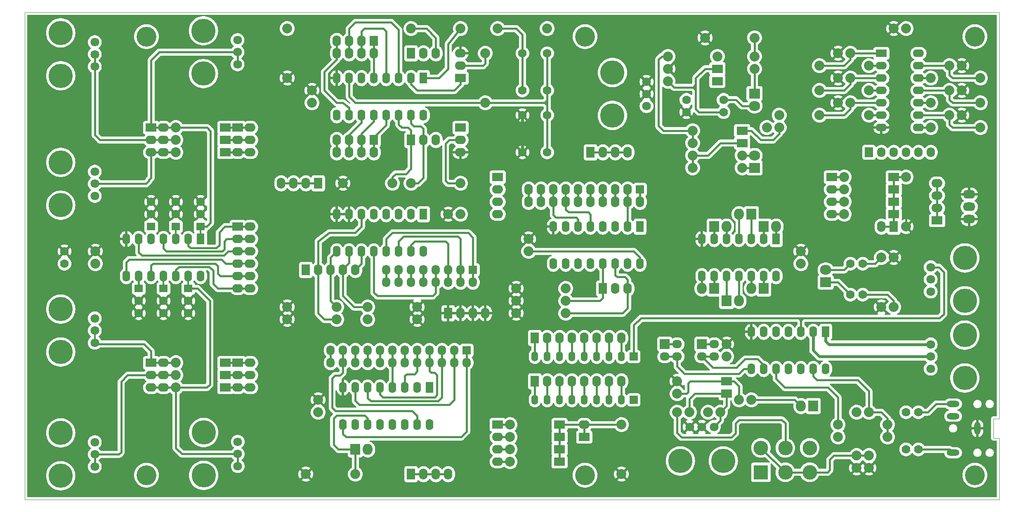
<source format=gbl>
%TF.GenerationSoftware,KiCad,Pcbnew,8.0.0*%
%TF.CreationDate,2024-08-13T08:30:51+02:00*%
%TF.ProjectId,logic_noise_playground,6c6f6769-635f-46e6-9f69-73655f706c61,rev?*%
%TF.SameCoordinates,Original*%
%TF.FileFunction,Copper,L2,Bot*%
%TF.FilePolarity,Positive*%
%FSLAX46Y46*%
G04 Gerber Fmt 4.6, Leading zero omitted, Abs format (unit mm)*
G04 Created by KiCad (PCBNEW 8.0.0) date 2024-08-13 08:30:51*
%MOMM*%
%LPD*%
G01*
G04 APERTURE LIST*
%TA.AperFunction,ComponentPad*%
%ADD10O,1.308000X2.616000*%
%TD*%
%TA.AperFunction,ComponentPad*%
%ADD11O,2.616000X1.308000*%
%TD*%
%TA.AperFunction,ComponentPad*%
%ADD12R,1.778000X1.524000*%
%TD*%
%TA.AperFunction,ComponentPad*%
%ADD13C,1.778000*%
%TD*%
%TA.AperFunction,ComponentPad*%
%ADD14C,2.032000*%
%TD*%
%TA.AperFunction,ComponentPad*%
%ADD15R,2.286000X1.699260*%
%TD*%
%TA.AperFunction,ComponentPad*%
%ADD16C,1.800000*%
%TD*%
%TA.AperFunction,ComponentPad*%
%ADD17C,4.980000*%
%TD*%
%TA.AperFunction,ComponentPad*%
%ADD18R,2.286000X1.727200*%
%TD*%
%TA.AperFunction,ComponentPad*%
%ADD19O,2.286000X1.727200*%
%TD*%
%TA.AperFunction,ComponentPad*%
%ADD20R,1.727200X1.727200*%
%TD*%
%TA.AperFunction,ComponentPad*%
%ADD21O,1.727200X2.286000*%
%TD*%
%TA.AperFunction,ComponentPad*%
%ADD22R,1.727200X2.032000*%
%TD*%
%TA.AperFunction,ComponentPad*%
%ADD23O,1.727200X2.032000*%
%TD*%
%TA.AperFunction,ComponentPad*%
%ADD24R,1.574800X2.286000*%
%TD*%
%TA.AperFunction,ComponentPad*%
%ADD25O,1.574800X2.286000*%
%TD*%
%TA.AperFunction,ComponentPad*%
%ADD26R,2.286000X1.574800*%
%TD*%
%TA.AperFunction,ComponentPad*%
%ADD27O,2.286000X1.574800*%
%TD*%
%TA.AperFunction,ComponentPad*%
%ADD28R,3.000000X3.000000*%
%TD*%
%TA.AperFunction,ComponentPad*%
%ADD29C,3.000000*%
%TD*%
%TA.AperFunction,ComponentPad*%
%ADD30O,2.540000X1.778000*%
%TD*%
%TA.AperFunction,ComponentPad*%
%ADD31R,1.651000X1.651000*%
%TD*%
%TA.AperFunction,ComponentPad*%
%ADD32O,1.397000X2.032000*%
%TD*%
%TA.AperFunction,ComponentPad*%
%ADD33R,1.727200X2.286000*%
%TD*%
%TA.AperFunction,ComponentPad*%
%ADD34R,2.032000X2.286000*%
%TD*%
%TA.AperFunction,ComponentPad*%
%ADD35O,2.032000X2.286000*%
%TD*%
%TA.AperFunction,ComponentPad*%
%ADD36R,2.286000X2.032000*%
%TD*%
%TA.AperFunction,ComponentPad*%
%ADD37O,2.286000X2.032000*%
%TD*%
%TA.AperFunction,ComponentPad*%
%ADD38R,2.032000X2.032000*%
%TD*%
%TA.AperFunction,ComponentPad*%
%ADD39O,2.032000X1.727200*%
%TD*%
%TA.AperFunction,ComponentPad*%
%ADD40C,4.064000*%
%TD*%
%TA.AperFunction,ViaPad*%
%ADD41C,0.600000*%
%TD*%
%TA.AperFunction,Conductor*%
%ADD42C,0.406400*%
%TD*%
%TA.AperFunction,Conductor*%
%ADD43C,0.400000*%
%TD*%
%TA.AperFunction,Conductor*%
%ADD44C,0.304800*%
%TD*%
%TA.AperFunction,Conductor*%
%ADD45C,0.609600*%
%TD*%
%TA.AperFunction,Profile*%
%ADD46C,0.100000*%
%TD*%
%TA.AperFunction,Profile*%
%ADD47C,0.010000*%
%TD*%
G04 APERTURE END LIST*
D10*
%TO.P,J2,1*%
%TO.N,GND*%
X230540000Y-135390000D03*
D11*
%TO.P,J2,2*%
%TO.N,Net-(C31-Pad2)*%
X225540000Y-130390000D03*
%TO.P,J2,3*%
%TO.N,Net-(C32-Pad2)*%
X225540000Y-140390000D03*
%TO.P,J2,4*%
%TO.N,unconnected-(J2-Pad4)*%
X225540000Y-132890000D03*
%TD*%
D12*
%TO.P,C1,1*%
%TO.N,/40106_oscillators/InE*%
X63500000Y-106680000D03*
D13*
%TO.P,C1,2*%
%TO.N,GND*%
X63500000Y-109220000D03*
X63500000Y-111760000D03*
%TD*%
D12*
%TO.P,C2,1*%
%TO.N,/40106_oscillators/InA*%
X71120000Y-93980000D03*
D13*
%TO.P,C2,2*%
%TO.N,GND*%
X71120000Y-91440000D03*
X71120000Y-88900000D03*
%TD*%
D12*
%TO.P,C3,1*%
%TO.N,/40106_oscillators/InB*%
X66040000Y-93980000D03*
D13*
%TO.P,C3,2*%
%TO.N,GND*%
X66040000Y-91440000D03*
X66040000Y-88900000D03*
%TD*%
D12*
%TO.P,C4,1*%
%TO.N,/40106_oscillators/InF*%
X68580000Y-106680000D03*
D13*
%TO.P,C4,2*%
%TO.N,GND*%
X68580000Y-109220000D03*
X68580000Y-111760000D03*
%TD*%
D12*
%TO.P,C5,1*%
%TO.N,/40106_oscillators/InC*%
X60960000Y-93980000D03*
D13*
%TO.P,C5,2*%
%TO.N,GND*%
X60960000Y-91440000D03*
X60960000Y-88900000D03*
%TD*%
D12*
%TO.P,C6,1*%
%TO.N,/40106_oscillators/InD*%
X58420000Y-106680000D03*
D13*
%TO.P,C6,2*%
%TO.N,GND*%
X58420000Y-109220000D03*
X58420000Y-111760000D03*
%TD*%
D14*
%TO.P,C7,1*%
%TO.N,GND*%
X201930000Y-58420000D03*
%TO.P,C7,2*%
%TO.N,Net-(U3A-In)*%
X204470000Y-58420000D03*
%TD*%
%TO.P,C8,1*%
%TO.N,GND*%
X201930000Y-63500000D03*
%TO.P,C8,2*%
%TO.N,Net-(U3B-In)*%
X204470000Y-63500000D03*
%TD*%
%TO.P,C9,1*%
%TO.N,GND*%
X201930000Y-68580000D03*
%TO.P,C9,2*%
%TO.N,Net-(U3C-In)*%
X204470000Y-68580000D03*
%TD*%
%TO.P,C10,1*%
%TO.N,GND*%
X227330000Y-71120000D03*
%TO.P,C10,2*%
%TO.N,Net-(U3D-In)*%
X224790000Y-71120000D03*
%TD*%
%TO.P,C11,1*%
%TO.N,GND*%
X227330000Y-66040000D03*
%TO.P,C11,2*%
%TO.N,Net-(U3E-In)*%
X224790000Y-66040000D03*
%TD*%
%TO.P,C12,1*%
%TO.N,GND*%
X227330000Y-60960000D03*
%TO.P,C12,2*%
%TO.N,Net-(U3F-In)*%
X224790000Y-60960000D03*
%TD*%
%TO.P,C13,1*%
%TO.N,Net-(D8-K)*%
X177800000Y-132080000D03*
%TO.P,C13,2*%
%TO.N,Net-(C13-Pad2)*%
X175260000Y-132080000D03*
%TD*%
%TO.P,C15,1*%
%TO.N,/vca_eg/audio_out*%
X184785000Y-61595000D03*
%TO.P,C15,2*%
%TO.N,Net-(Q1-E)*%
X184785000Y-59055000D03*
%TD*%
%TO.P,C16,1*%
%TO.N,/bass_drum/DrumOut*%
X205740000Y-132080000D03*
%TO.P,C16,2*%
%TO.N,Net-(C16-Pad2)*%
X208280000Y-132080000D03*
%TD*%
%TO.P,D1,1,A*%
%TO.N,/40106_oscillators/InA*%
X66040000Y-73660000D03*
D15*
%TO.P,D1,2,K*%
%TO.N,/40106_oscillators/SyncA*%
X76200000Y-73660000D03*
%TD*%
D14*
%TO.P,D2,1,A*%
%TO.N,/40106_oscillators/InB*%
X66040000Y-76200000D03*
D15*
%TO.P,D2,2,K*%
%TO.N,/40106_oscillators/SyncB*%
X76200000Y-76200000D03*
%TD*%
D14*
%TO.P,D3,1,A*%
%TO.N,/40106_oscillators/InC*%
X66040000Y-78740000D03*
D15*
%TO.P,D3,2,K*%
%TO.N,/40106_oscillators/SyncC*%
X76200000Y-78740000D03*
%TD*%
D14*
%TO.P,D4,1,A*%
%TO.N,/40106_oscillators/InD*%
X66040000Y-121920000D03*
D15*
%TO.P,D4,2,K*%
%TO.N,/40106_oscillators/SyncD*%
X76200000Y-121920000D03*
%TD*%
D14*
%TO.P,D8,1,A*%
%TO.N,Net-(D8-A)*%
X168910000Y-128270000D03*
D15*
%TO.P,D8,2,K*%
%TO.N,Net-(D8-K)*%
X179070000Y-128270000D03*
%TD*%
D14*
%TO.P,D9,1,A*%
%TO.N,GND*%
X168910000Y-125730000D03*
D15*
%TO.P,D9,2,K*%
%TO.N,Net-(D8-A)*%
X179070000Y-125730000D03*
%TD*%
D16*
%TO.P,DECAY1,1,1*%
%TO.N,Net-(D8-K)*%
X176470000Y-135080000D03*
%TO.P,DECAY1,2,2*%
%TO.N,GND*%
X173970000Y-135080000D03*
%TO.P,DECAY1,3,3*%
X171470000Y-135080000D03*
D17*
%TO.P,DECAY1,MH1*%
%TO.N,N/C*%
X178370000Y-142080000D03*
%TO.P,DECAY1,MH2*%
X169570000Y-142080000D03*
%TD*%
D18*
%TO.P,P4,1,P1*%
%TO.N,/40106_oscillators/OutA*%
X78740000Y-93980000D03*
D19*
%TO.P,P4,2,P2*%
X81280000Y-93980000D03*
%TO.P,P4,3,P3*%
%TO.N,/40106_oscillators/OutB*%
X78740000Y-96520000D03*
%TO.P,P4,4,P4*%
X81280000Y-96520000D03*
%TO.P,P4,5,P5*%
%TO.N,/40106_oscillators/OutC*%
X78740000Y-99060000D03*
%TO.P,P4,6,P6*%
X81280000Y-99060000D03*
%TO.P,P4,7,P7*%
%TO.N,/40106_oscillators/OutD*%
X78740000Y-101600000D03*
%TO.P,P4,8,P8*%
X81280000Y-101600000D03*
%TO.P,P4,9,P9*%
%TO.N,/40106_oscillators/OutE*%
X78740000Y-104140000D03*
%TO.P,P4,10,P10*%
X81280000Y-104140000D03*
%TO.P,P4,11,P11*%
%TO.N,/40106_oscillators/OutF*%
X78740000Y-106680000D03*
%TO.P,P4,12,P12*%
X81280000Y-106680000D03*
%TD*%
D20*
%TO.P,P6,1,P1*%
%TO.N,/4017/Q0*%
X161290000Y-86360000D03*
D21*
%TO.P,P6,2,P2*%
X161290000Y-88900000D03*
%TO.P,P6,3,P3*%
%TO.N,/4017/Q1*%
X158750000Y-86360000D03*
%TO.P,P6,4,P4*%
X158750000Y-88900000D03*
%TO.P,P6,5,P5*%
%TO.N,/4017/Q2*%
X156210000Y-86360000D03*
%TO.P,P6,6,P6*%
X156210000Y-88900000D03*
%TO.P,P6,7,P7*%
%TO.N,/4017/Q3*%
X153670000Y-86360000D03*
%TO.P,P6,8,P8*%
X153670000Y-88900000D03*
%TO.P,P6,9,P9*%
%TO.N,/4017/Q4*%
X151130000Y-86360000D03*
%TO.P,P6,10,P10*%
X151130000Y-88900000D03*
%TO.P,P6,11,P11*%
%TO.N,/4017/Q5*%
X148590000Y-86360000D03*
%TO.P,P6,12,P12*%
X148590000Y-88900000D03*
%TO.P,P6,13,P13*%
%TO.N,/4017/Q6*%
X146050000Y-86360000D03*
%TO.P,P6,14,P14*%
X146050000Y-88900000D03*
%TO.P,P6,15,P15*%
%TO.N,/4017/Q7*%
X143510000Y-86360000D03*
%TO.P,P6,16,P16*%
X143510000Y-88900000D03*
%TO.P,P6,17,P17*%
%TO.N,/4017/Q8*%
X140970000Y-86360000D03*
%TO.P,P6,18,P18*%
X140970000Y-88900000D03*
%TO.P,P6,19,P19*%
%TO.N,/4017/Q9*%
X138430000Y-86360000D03*
%TO.P,P6,20,P20*%
X138430000Y-88900000D03*
%TD*%
D22*
%TO.P,P12,1,P1*%
%TO.N,/4015/1A*%
X106680000Y-55880000D03*
D21*
%TO.P,P12,2,P2*%
X106680000Y-58420000D03*
%TO.P,P12,3,P3*%
%TO.N,/4015/2A*%
X104140000Y-55880000D03*
%TO.P,P12,4,P4*%
X104140000Y-58420000D03*
%TO.P,P12,5,P5*%
%TO.N,/4015/3A*%
X101600000Y-55880000D03*
%TO.P,P12,6,P6*%
X101600000Y-58420000D03*
%TO.P,P12,7,P7*%
%TO.N,/4015/4A*%
X99060000Y-55880000D03*
%TO.P,P12,8,P8*%
X99060000Y-58420000D03*
%TD*%
D20*
%TO.P,P15,1,P1*%
%TO.N,/4051/X0*%
X127000000Y-102870000D03*
D23*
%TO.P,P15,2,P2*%
X127000000Y-105410000D03*
%TO.P,P15,3,P3*%
%TO.N,/4051/X1*%
X124460000Y-102870000D03*
%TO.P,P15,4,P4*%
X124460000Y-105410000D03*
%TO.P,P15,5,P5*%
%TO.N,/4051/X2*%
X121920000Y-102870000D03*
%TO.P,P15,6,P6*%
X121920000Y-105410000D03*
%TO.P,P15,7,P7*%
%TO.N,/4051/X3*%
X119380000Y-102870000D03*
%TO.P,P15,8,P8*%
X119380000Y-105410000D03*
%TO.P,P15,9,P9*%
%TO.N,/4051/X4*%
X116840000Y-102870000D03*
%TO.P,P15,10,P10*%
X116840000Y-105410000D03*
%TO.P,P15,11,P11*%
%TO.N,/4051/X5*%
X114300000Y-102870000D03*
%TO.P,P15,12,P12*%
X114300000Y-105410000D03*
%TO.P,P15,13,P13*%
%TO.N,/4051/X6*%
X111760000Y-102870000D03*
%TO.P,P15,14,P14*%
X111760000Y-105410000D03*
%TO.P,P15,15,P15*%
%TO.N,/4051/X7*%
X109220000Y-102870000D03*
%TO.P,P15,16,P16*%
X109220000Y-105410000D03*
%TD*%
D22*
%TO.P,P17,1,P1*%
%TO.N,/4015/1B*%
X106680000Y-76200000D03*
D21*
%TO.P,P17,2,P2*%
X106680000Y-78740000D03*
%TO.P,P17,3,P3*%
%TO.N,/4015/2B*%
X104140000Y-76200000D03*
%TO.P,P17,4,P4*%
X104140000Y-78740000D03*
%TO.P,P17,5,P5*%
%TO.N,/4015/3B*%
X101600000Y-76200000D03*
%TO.P,P17,6,P6*%
X101600000Y-78740000D03*
%TO.P,P17,7,P7*%
%TO.N,/4015/4B*%
X99060000Y-76200000D03*
%TO.P,P17,8,P8*%
X99060000Y-78740000D03*
%TD*%
D14*
%TO.P,R3,1*%
%TO.N,/bass_drum/DrumOut*%
X201930000Y-137160000D03*
%TO.P,R3,2*%
%TO.N,Net-(C16-Pad2)*%
X212090000Y-137160000D03*
%TD*%
%TO.P,R4,1*%
%TO.N,Net-(C16-Pad2)*%
X212090000Y-134620000D03*
%TO.P,R4,2*%
%TO.N,Net-(C14-Pad1)*%
X201930000Y-134620000D03*
%TD*%
%TO.P,R5,1*%
%TO.N,/4051/Inhibit*%
X99060000Y-113030000D03*
%TO.P,R5,2*%
%TO.N,GND*%
X88900000Y-113030000D03*
%TD*%
%TO.P,R6,1*%
%TO.N,/4015/ResetA*%
X88900000Y-53340000D03*
%TO.P,R6,2*%
%TO.N,GND*%
X88900000Y-63500000D03*
%TD*%
%TO.P,R7,1*%
%TO.N,/4015/ResetB*%
X110490000Y-85090000D03*
%TO.P,R7,2*%
%TO.N,GND*%
X100330000Y-85090000D03*
%TD*%
%TO.P,R8,1*%
%TO.N,/4017/ClockEnable*%
X146050000Y-109220000D03*
%TO.P,R8,2*%
%TO.N,GND*%
X135890000Y-109220000D03*
%TD*%
%TO.P,R9,1*%
%TO.N,/4017/Reset*%
X146050000Y-106680000D03*
%TO.P,R9,2*%
%TO.N,GND*%
X135890000Y-106680000D03*
%TD*%
D16*
%TO.P,RV1,1,1*%
%TO.N,/40106_oscillators/InA*%
X78690000Y-60690000D03*
%TO.P,RV1,2,2*%
X78690000Y-58190000D03*
%TO.P,RV1,3,3*%
%TO.N,/40106_oscillators/OutA*%
X78690000Y-55690000D03*
D17*
%TO.P,RV1,MH1*%
%TO.N,N/C*%
X71690000Y-62590000D03*
%TO.P,RV1,MH2*%
X71690000Y-53790000D03*
%TD*%
D16*
%TO.P,RV2,1,1*%
%TO.N,/40106_oscillators/InB*%
X49400000Y-61120000D03*
%TO.P,RV2,2,2*%
X49400000Y-58620000D03*
%TO.P,RV2,3,3*%
%TO.N,/40106_oscillators/OutB*%
X49400000Y-56120000D03*
D17*
%TO.P,RV2,MH1*%
%TO.N,N/C*%
X42400000Y-63020000D03*
%TO.P,RV2,MH2*%
X42400000Y-54220000D03*
%TD*%
D16*
%TO.P,RV3,1,1*%
%TO.N,/40106_oscillators/InC*%
X49400000Y-87700000D03*
%TO.P,RV3,2,2*%
X49400000Y-85200000D03*
%TO.P,RV3,3,3*%
%TO.N,/40106_oscillators/OutC*%
X49400000Y-82700000D03*
D17*
%TO.P,RV3,MH1*%
%TO.N,N/C*%
X42400000Y-89600000D03*
%TO.P,RV3,MH2*%
X42400000Y-80800000D03*
%TD*%
D16*
%TO.P,RV4,1,1*%
%TO.N,/40106_oscillators/InD*%
X49400000Y-117810000D03*
%TO.P,RV4,2,2*%
X49400000Y-115310000D03*
%TO.P,RV4,3,3*%
%TO.N,/40106_oscillators/OutD*%
X49400000Y-112810000D03*
D17*
%TO.P,RV4,MH1*%
%TO.N,N/C*%
X42400000Y-119710000D03*
%TO.P,RV4,MH2*%
X42400000Y-110910000D03*
%TD*%
D16*
%TO.P,RV6,1,1*%
%TO.N,Net-(D16-K)*%
X162630000Y-69260000D03*
%TO.P,RV6,2,2*%
%TO.N,GND*%
X162630000Y-66760000D03*
%TO.P,RV6,3,3*%
X162630000Y-64260000D03*
D17*
%TO.P,RV6,MH1*%
%TO.N,N/C*%
X155630000Y-71160000D03*
%TO.P,RV6,MH2*%
X155630000Y-62360000D03*
%TD*%
D24*
%TO.P,U1,1,In*%
%TO.N,/40106_oscillators/InA*%
X71120000Y-96520000D03*
D25*
%TO.P,U1,2,Out*%
%TO.N,/40106_oscillators/OutA*%
X68580000Y-96520000D03*
%TO.P,U1,3,In*%
%TO.N,/40106_oscillators/InB*%
X66040000Y-96520000D03*
%TO.P,U1,4,Out*%
%TO.N,/40106_oscillators/OutB*%
X63500000Y-96520000D03*
%TO.P,U1,5,In*%
%TO.N,/40106_oscillators/InC*%
X60960000Y-96520000D03*
%TO.P,U1,6,Out*%
%TO.N,/40106_oscillators/OutC*%
X58420000Y-96520000D03*
%TO.P,U1,7,VSS*%
%TO.N,GND*%
X55880000Y-96520000D03*
%TO.P,U1,8,Out*%
%TO.N,/40106_oscillators/OutD*%
X55880000Y-104140000D03*
%TO.P,U1,9,In*%
%TO.N,/40106_oscillators/InD*%
X58420000Y-104140000D03*
%TO.P,U1,10,Out*%
%TO.N,/40106_oscillators/OutE*%
X60960000Y-104140000D03*
%TO.P,U1,11,In*%
%TO.N,/40106_oscillators/InE*%
X63500000Y-104140000D03*
%TO.P,U1,12,Out*%
%TO.N,/40106_oscillators/OutF*%
X66040000Y-104140000D03*
%TO.P,U1,13,In*%
%TO.N,/40106_oscillators/InF*%
X68580000Y-104140000D03*
%TO.P,U1,14,VDD*%
%TO.N,VCC*%
X71120000Y-104140000D03*
%TD*%
D24*
%TO.P,U2,1*%
%TO.N,/xor/in_A1*%
X189230000Y-96520000D03*
D25*
%TO.P,U2,2*%
%TO.N,/xor/in_A2*%
X186690000Y-96520000D03*
%TO.P,U2,3*%
%TO.N,/xor/out_A*%
X184150000Y-96520000D03*
%TO.P,U2,4*%
%TO.N,/xor/out_B*%
X181610000Y-96520000D03*
%TO.P,U2,5*%
%TO.N,/xor/in_B1*%
X179070000Y-96520000D03*
%TO.P,U2,6*%
%TO.N,/xor/in_B2*%
X176530000Y-96520000D03*
%TO.P,U2,7,VSS*%
%TO.N,GND*%
X173990000Y-96520000D03*
%TO.P,U2,8*%
%TO.N,/xor/in_C1*%
X173990000Y-104140000D03*
%TO.P,U2,9*%
%TO.N,/xor/in_C2*%
X176530000Y-104140000D03*
%TO.P,U2,10*%
%TO.N,/xor/out_C*%
X179070000Y-104140000D03*
%TO.P,U2,11*%
%TO.N,/xor/out_D*%
X181610000Y-104140000D03*
%TO.P,U2,12*%
%TO.N,/xor/in_D1*%
X184150000Y-104140000D03*
%TO.P,U2,13*%
%TO.N,/xor/in_D2*%
X186690000Y-104140000D03*
%TO.P,U2,14,VDD*%
%TO.N,VCC*%
X189230000Y-104140000D03*
%TD*%
D26*
%TO.P,U3,1,In*%
%TO.N,Net-(U3A-In)*%
X210820000Y-58420000D03*
D27*
%TO.P,U3,2,Out*%
%TO.N,/six_oscs/out_A*%
X210820000Y-60960000D03*
%TO.P,U3,3,In*%
%TO.N,Net-(U3B-In)*%
X210820000Y-63500000D03*
%TO.P,U3,4,Out*%
%TO.N,/six_oscs/out_B*%
X210820000Y-66040000D03*
%TO.P,U3,5,In*%
%TO.N,Net-(U3C-In)*%
X210820000Y-68580000D03*
%TO.P,U3,6,Out*%
%TO.N,/six_oscs/out_C*%
X210820000Y-71120000D03*
%TO.P,U3,7,VSS*%
%TO.N,GND*%
X210820000Y-73660000D03*
%TO.P,U3,8,Out*%
%TO.N,/six_oscs/out_D*%
X218440000Y-73660000D03*
%TO.P,U3,9,In*%
%TO.N,Net-(U3D-In)*%
X218440000Y-71120000D03*
%TO.P,U3,10,Out*%
%TO.N,/six_oscs/out_E*%
X218440000Y-68580000D03*
%TO.P,U3,11,In*%
%TO.N,Net-(U3E-In)*%
X218440000Y-66040000D03*
%TO.P,U3,12,Out*%
%TO.N,/six_oscs/out_F*%
X218440000Y-63500000D03*
%TO.P,U3,13,In*%
%TO.N,Net-(U3F-In)*%
X218440000Y-60960000D03*
%TO.P,U3,14,VDD*%
%TO.N,VCC*%
X218440000Y-58420000D03*
%TD*%
D24*
%TO.P,U4,1*%
%TO.N,/bass_drum/Buffer_A_In*%
X199390000Y-115570000D03*
D25*
%TO.P,U4,2*%
%TO.N,/bass_drum/Buffer_A_Out*%
X196850000Y-115570000D03*
%TO.P,U4,3*%
%TO.N,/bass_drum/Buffer_B_In*%
X194310000Y-115570000D03*
%TO.P,U4,4*%
%TO.N,/bass_drum/Buffer_B_Out*%
X191770000Y-115570000D03*
%TO.P,U4,5*%
%TO.N,/bass_drum/OD_A_IN*%
X189230000Y-115570000D03*
%TO.P,U4,6*%
%TO.N,/bass_drum/OD_A_OUT*%
X186690000Y-115570000D03*
%TO.P,U4,7,VSS*%
%TO.N,GND*%
X184150000Y-115570000D03*
%TO.P,U4,8*%
%TO.N,/bass_drum/OD_B_OUT*%
X184150000Y-123190000D03*
%TO.P,U4,9*%
%TO.N,/bass_drum/OD_B_IN*%
X186690000Y-123190000D03*
%TO.P,U4,10*%
%TO.N,Net-(C14-Pad1)*%
X189230000Y-123190000D03*
%TO.P,U4,11*%
%TO.N,Net-(C13-Pad2)*%
X191770000Y-123190000D03*
%TO.P,U4,12*%
%TO.N,/bass_drum/DrumOut*%
X194310000Y-123190000D03*
%TO.P,U4,13*%
%TO.N,Net-(C16-Pad2)*%
X196850000Y-123190000D03*
%TO.P,U4,14,VDD*%
%TO.N,VCC*%
X199390000Y-123190000D03*
%TD*%
D24*
%TO.P,U5,1,X4*%
%TO.N,/4051/X4*%
X116840000Y-91440000D03*
D25*
%TO.P,U5,2,X6*%
%TO.N,/4051/X6*%
X114300000Y-91440000D03*
%TO.P,U5,3,X*%
%TO.N,/4051/X*%
X111760000Y-91440000D03*
%TO.P,U5,4,X7*%
%TO.N,/4051/X7*%
X109220000Y-91440000D03*
%TO.P,U5,5,X5*%
%TO.N,/4051/X5*%
X106680000Y-91440000D03*
%TO.P,U5,6,Inh*%
%TO.N,/4051/Inhibit*%
X104140000Y-91440000D03*
%TO.P,U5,7,VEE*%
%TO.N,GND*%
X101600000Y-91440000D03*
%TO.P,U5,8,VSS*%
X99060000Y-91440000D03*
%TO.P,U5,9,C*%
%TO.N,/4051/C*%
X99060000Y-99060000D03*
%TO.P,U5,10,B*%
%TO.N,/4051/B*%
X101600000Y-99060000D03*
%TO.P,U5,11,A*%
%TO.N,/4051/A*%
X104140000Y-99060000D03*
%TO.P,U5,12,X3*%
%TO.N,/4051/X3*%
X106680000Y-99060000D03*
%TO.P,U5,13,X0*%
%TO.N,/4051/X0*%
X109220000Y-99060000D03*
%TO.P,U5,14,X1*%
%TO.N,/4051/X1*%
X111760000Y-99060000D03*
%TO.P,U5,15,X2*%
%TO.N,/4051/X2*%
X114300000Y-99060000D03*
%TO.P,U5,16,VDD*%
%TO.N,VCC*%
X116840000Y-99060000D03*
%TD*%
D24*
%TO.P,U6,1,Clock*%
%TO.N,/4015/ClockB*%
X116840000Y-63500000D03*
D25*
%TO.P,U6,2,Out_4*%
%TO.N,/4015/4B*%
X114300000Y-63500000D03*
%TO.P,U6,3,Out_3*%
%TO.N,/4015/3A*%
X111760000Y-63500000D03*
%TO.P,U6,4,Out_2*%
%TO.N,/4015/2A*%
X109220000Y-63500000D03*
%TO.P,U6,5,Out_1*%
%TO.N,/4015/1A*%
X106680000Y-63500000D03*
%TO.P,U6,6,Reset*%
%TO.N,/4015/ResetA*%
X104140000Y-63500000D03*
%TO.P,U6,7,Data*%
%TO.N,/4015/DataA*%
X101600000Y-63500000D03*
%TO.P,U6,8,VSS*%
%TO.N,GND*%
X99060000Y-63500000D03*
%TO.P,U6,9,Clock*%
%TO.N,/4015/ClockA*%
X99060000Y-71120000D03*
%TO.P,U6,10,Out_4*%
%TO.N,/4015/4A*%
X101600000Y-71120000D03*
%TO.P,U6,11,Out_3*%
%TO.N,/4015/3B*%
X104140000Y-71120000D03*
%TO.P,U6,12,Out_2*%
%TO.N,/4015/2B*%
X106680000Y-71120000D03*
%TO.P,U6,13,Out_1*%
%TO.N,/4015/1B*%
X109220000Y-71120000D03*
%TO.P,U6,14,Reset*%
%TO.N,/4015/ResetB*%
X111760000Y-71120000D03*
%TO.P,U6,15,Data*%
%TO.N,/4015/DataB*%
X114300000Y-71120000D03*
%TO.P,U6,16,VDD*%
%TO.N,VCC*%
X116840000Y-71120000D03*
%TD*%
D24*
%TO.P,U7,1,Q5*%
%TO.N,/4017/Q5*%
X161290000Y-93980000D03*
D25*
%TO.P,U7,2,Q1*%
%TO.N,/4017/Q1*%
X158750000Y-93980000D03*
%TO.P,U7,3,Q0*%
%TO.N,/4017/Q0*%
X156210000Y-93980000D03*
%TO.P,U7,4,Q2*%
%TO.N,/4017/Q2*%
X153670000Y-93980000D03*
%TO.P,U7,5,Q6*%
%TO.N,/4017/Q6*%
X151130000Y-93980000D03*
%TO.P,U7,6,Q7*%
%TO.N,/4017/Q7*%
X148590000Y-93980000D03*
%TO.P,U7,7,Q3*%
%TO.N,/4017/Q3*%
X146050000Y-93980000D03*
%TO.P,U7,8,VSS*%
%TO.N,GND*%
X143510000Y-93980000D03*
%TO.P,U7,9,Q8*%
%TO.N,/4017/Q8*%
X143510000Y-101600000D03*
%TO.P,U7,10,Q4*%
%TO.N,/4017/Q4*%
X146050000Y-101600000D03*
%TO.P,U7,11,Q9*%
%TO.N,/4017/Q9*%
X148590000Y-101600000D03*
%TO.P,U7,12,Cout*%
%TO.N,unconnected-(U7-Cout-Pad12)*%
X151130000Y-101600000D03*
%TO.P,U7,13,CKEN*%
%TO.N,/4017/ClockEnable*%
X153670000Y-101600000D03*
%TO.P,U7,14,CLK*%
%TO.N,/4017/Clock*%
X156210000Y-101600000D03*
%TO.P,U7,15,Reset*%
%TO.N,/4017/Reset*%
X158750000Y-101600000D03*
%TO.P,U7,16,VDD*%
%TO.N,VCC*%
X161290000Y-101600000D03*
%TD*%
D14*
%TO.P,D14,1,A*%
%TO.N,/40106_oscillators/InE*%
X66040000Y-124460000D03*
D15*
%TO.P,D14,2,K*%
%TO.N,/40106_oscillators/SyncE*%
X76200000Y-124460000D03*
%TD*%
D14*
%TO.P,D15,1,A*%
%TO.N,/40106_oscillators/InF*%
X66040000Y-127000000D03*
D15*
%TO.P,D15,2,K*%
%TO.N,/40106_oscillators/SyncF*%
X76200000Y-127000000D03*
%TD*%
D16*
%TO.P,RV12,1,1*%
%TO.N,/40106_oscillators/InE*%
X49400000Y-143220000D03*
%TO.P,RV12,2,2*%
X49400000Y-140720000D03*
%TO.P,RV12,3,3*%
%TO.N,/40106_oscillators/OutE*%
X49400000Y-138220000D03*
D17*
%TO.P,RV12,MH1*%
%TO.N,N/C*%
X42400000Y-145120000D03*
%TO.P,RV12,MH2*%
X42400000Y-136320000D03*
%TD*%
D16*
%TO.P,RV13,1,1*%
%TO.N,/40106_oscillators/InF*%
X78740000Y-143140000D03*
%TO.P,RV13,2,2*%
X78740000Y-140640000D03*
%TO.P,RV13,3,3*%
%TO.N,/40106_oscillators/OutF*%
X78740000Y-138140000D03*
D17*
%TO.P,RV13,MH1*%
%TO.N,N/C*%
X71740000Y-145040000D03*
%TO.P,RV13,MH2*%
X71740000Y-136240000D03*
%TD*%
D18*
%TO.P,P1,1,P1*%
%TO.N,/40106_oscillators/SyncA*%
X78740000Y-73660000D03*
D19*
%TO.P,P1,2,P2*%
X81280000Y-73660000D03*
%TO.P,P1,3,P3*%
%TO.N,/40106_oscillators/SyncB*%
X78740000Y-76200000D03*
%TO.P,P1,4,P4*%
X81280000Y-76200000D03*
%TO.P,P1,5,P5*%
%TO.N,/40106_oscillators/SyncC*%
X78740000Y-78740000D03*
%TO.P,P1,6,P6*%
X81280000Y-78740000D03*
%TD*%
D18*
%TO.P,P8,1,P1*%
%TO.N,/40106_oscillators/SyncD*%
X78740000Y-121920000D03*
D19*
%TO.P,P8,2,P2*%
X81280000Y-121920000D03*
%TO.P,P8,3,P3*%
%TO.N,/40106_oscillators/SyncE*%
X78740000Y-124460000D03*
%TO.P,P8,4,P4*%
X81280000Y-124460000D03*
%TO.P,P8,5,P5*%
%TO.N,/40106_oscillators/SyncF*%
X78740000Y-127000000D03*
%TO.P,P8,6,P6*%
X81280000Y-127000000D03*
%TD*%
D18*
%TO.P,P21,1,P1*%
%TO.N,/40106_oscillators/InA*%
X60960000Y-73660000D03*
D19*
%TO.P,P21,2,P2*%
X63500000Y-73660000D03*
%TO.P,P21,3,P3*%
%TO.N,/40106_oscillators/InB*%
X60960000Y-76200000D03*
%TO.P,P21,4,P4*%
X63500000Y-76200000D03*
%TO.P,P21,5,P5*%
%TO.N,/40106_oscillators/InC*%
X60960000Y-78740000D03*
%TO.P,P21,6,P6*%
X63500000Y-78740000D03*
%TD*%
D18*
%TO.P,P22,1,P1*%
%TO.N,/40106_oscillators/InD*%
X60960000Y-121920000D03*
D19*
%TO.P,P22,2,P2*%
X63500000Y-121920000D03*
%TO.P,P22,3,P3*%
%TO.N,/40106_oscillators/InE*%
X60960000Y-124460000D03*
%TO.P,P22,4,P4*%
X63500000Y-124460000D03*
%TO.P,P22,5,P5*%
%TO.N,/40106_oscillators/InF*%
X60960000Y-127000000D03*
%TO.P,P22,6,P6*%
X63500000Y-127000000D03*
%TD*%
D14*
%TO.P,D16,1,A*%
%TO.N,Net-(D16-A)*%
X167005000Y-64135000D03*
D15*
%TO.P,D16,2,K*%
%TO.N,Net-(D16-K)*%
X177165000Y-64135000D03*
%TD*%
D14*
%TO.P,D17,1,A*%
%TO.N,GND*%
X167005000Y-61595000D03*
D15*
%TO.P,D17,2,K*%
%TO.N,Net-(D16-A)*%
X177165000Y-61595000D03*
%TD*%
D14*
%TO.P,R14,1*%
%TO.N,/six_oscs/out_A*%
X208280000Y-60960000D03*
%TO.P,R14,2*%
%TO.N,Net-(U3A-In)*%
X198120000Y-60960000D03*
%TD*%
%TO.P,R15,1*%
%TO.N,/six_oscs/out_B*%
X208280000Y-66040000D03*
%TO.P,R15,2*%
%TO.N,Net-(U3B-In)*%
X198120000Y-66040000D03*
%TD*%
%TO.P,R16,1*%
%TO.N,/six_oscs/out_C*%
X208280000Y-71120000D03*
%TO.P,R16,2*%
%TO.N,Net-(U3C-In)*%
X198120000Y-71120000D03*
%TD*%
%TO.P,R17,1*%
%TO.N,/six_oscs/out_D*%
X220980000Y-73660000D03*
%TO.P,R17,2*%
%TO.N,Net-(U3D-In)*%
X231140000Y-73660000D03*
%TD*%
%TO.P,R18,1*%
%TO.N,/six_oscs/out_E*%
X220980000Y-68580000D03*
%TO.P,R18,2*%
%TO.N,Net-(U3E-In)*%
X231140000Y-68580000D03*
%TD*%
%TO.P,R19,1*%
%TO.N,/six_oscs/out_F*%
X220980000Y-63500000D03*
%TO.P,R19,2*%
%TO.N,Net-(U3F-In)*%
X231140000Y-63500000D03*
%TD*%
%TO.P,R20,1*%
%TO.N,/vca_eg/audio_in_A*%
X182245000Y-79375000D03*
%TO.P,R20,2*%
%TO.N,Net-(D12-K)*%
X172085000Y-79375000D03*
%TD*%
%TO.P,R21,1*%
%TO.N,Net-(D12-K)*%
X172085000Y-81915000D03*
%TO.P,R21,2*%
%TO.N,/vca_eg/audio_in_B*%
X182245000Y-81915000D03*
%TD*%
D28*
%TO.P,RV5,1,1*%
%TO.N,Net-(C13-Pad2)*%
X186110000Y-144400000D03*
D29*
%TO.P,RV5,2,2*%
%TO.N,Net-(C33-Pad2)*%
X191110000Y-144400000D03*
%TO.P,RV5,3,3*%
X196110000Y-144400000D03*
%TO.P,RV5,4*%
X186110000Y-139400000D03*
%TO.P,RV5,5*%
%TO.N,Net-(C14-Pad1)*%
X191110000Y-139400000D03*
%TO.P,RV5,6*%
X196110000Y-139400000D03*
%TD*%
D14*
%TO.P,C23,1*%
%TO.N,VCC*%
X215900000Y-53340000D03*
%TO.P,C23,2*%
%TO.N,GND*%
X213360000Y-53340000D03*
%TD*%
%TO.P,C24,1*%
%TO.N,VCC*%
X194310000Y-101600000D03*
%TO.P,C24,2*%
%TO.N,GND*%
X194310000Y-99060000D03*
%TD*%
%TO.P,C25,1*%
%TO.N,VCC*%
X179070000Y-120650000D03*
%TO.P,C25,2*%
%TO.N,GND*%
X179070000Y-118110000D03*
%TD*%
%TO.P,C26,1*%
%TO.N,VCC*%
X138430000Y-99060000D03*
%TO.P,C26,2*%
%TO.N,GND*%
X138430000Y-96520000D03*
%TD*%
%TO.P,C27,1*%
%TO.N,VCC*%
X124460000Y-91440000D03*
%TO.P,C27,2*%
%TO.N,GND*%
X121920000Y-91440000D03*
%TD*%
%TO.P,C28,1*%
%TO.N,VCC*%
X49530000Y-101600000D03*
%TO.P,C28,2*%
%TO.N,GND*%
X49530000Y-99060000D03*
%TD*%
%TO.P,C29,1*%
%TO.N,VCC*%
X93980000Y-68580000D03*
%TO.P,C29,2*%
%TO.N,GND*%
X93980000Y-66040000D03*
%TD*%
D30*
%TO.P,CONN1,1,GND*%
%TO.N,GND*%
X228854000Y-92456000D03*
X228854000Y-87376000D03*
%TO.P,CONN1,2,VCC*%
%TO.N,VCC*%
X228854000Y-89916000D03*
%TD*%
D31*
%TO.P,RR1,1,COM*%
%TO.N,/bass_drum/Buffer_A_In*%
X160020000Y-129540000D03*
D32*
%TO.P,RR1,2,2*%
%TO.N,Net-(P7-P8)*%
X157480000Y-129540000D03*
%TO.P,RR1,3,3*%
%TO.N,Net-(P7-P7)*%
X154940000Y-129540000D03*
%TO.P,RR1,4,4*%
%TO.N,Net-(P7-P6)*%
X152400000Y-129540000D03*
%TO.P,RR1,5,5*%
%TO.N,Net-(P7-P5)*%
X149860000Y-129540000D03*
%TO.P,RR1,6,6*%
%TO.N,Net-(P7-P4)*%
X147320000Y-129540000D03*
%TO.P,RR1,7,7*%
%TO.N,Net-(P7-P3)*%
X144780000Y-129540000D03*
%TO.P,RR1,8,8*%
%TO.N,Net-(P7-P2)*%
X142240000Y-129540000D03*
%TO.P,RR1,9,9*%
%TO.N,Net-(P7-P1)*%
X139700000Y-129540000D03*
%TD*%
D31*
%TO.P,RR2,1,COM*%
%TO.N,/bass_drum/Buffer_B_In*%
X160020000Y-120650000D03*
D32*
%TO.P,RR2,2,2*%
%TO.N,Net-(P9-P8)*%
X157480000Y-120650000D03*
%TO.P,RR2,3,3*%
%TO.N,Net-(P9-P7)*%
X154940000Y-120650000D03*
%TO.P,RR2,4,4*%
%TO.N,Net-(P9-P6)*%
X152400000Y-120650000D03*
%TO.P,RR2,5,5*%
%TO.N,Net-(P9-P5)*%
X149860000Y-120650000D03*
%TO.P,RR2,6,6*%
%TO.N,Net-(P9-P4)*%
X147320000Y-120650000D03*
%TO.P,RR2,7,7*%
%TO.N,Net-(P9-P3)*%
X144780000Y-120650000D03*
%TO.P,RR2,8,8*%
%TO.N,Net-(P9-P2)*%
X142240000Y-120650000D03*
%TO.P,RR2,9,9*%
%TO.N,Net-(P9-P1)*%
X139700000Y-120650000D03*
%TD*%
D33*
%TO.P,P7,1,P1*%
%TO.N,Net-(P7-P1)*%
X139700000Y-125730000D03*
D21*
%TO.P,P7,2,P2*%
%TO.N,Net-(P7-P2)*%
X142240000Y-125730000D03*
%TO.P,P7,3,P3*%
%TO.N,Net-(P7-P3)*%
X144780000Y-125730000D03*
%TO.P,P7,4,P4*%
%TO.N,Net-(P7-P4)*%
X147320000Y-125730000D03*
%TO.P,P7,5,P5*%
%TO.N,Net-(P7-P5)*%
X149860000Y-125730000D03*
%TO.P,P7,6,P6*%
%TO.N,Net-(P7-P6)*%
X152400000Y-125730000D03*
%TO.P,P7,7,P7*%
%TO.N,Net-(P7-P7)*%
X154940000Y-125730000D03*
%TO.P,P7,8,P8*%
%TO.N,Net-(P7-P8)*%
X157480000Y-125730000D03*
%TD*%
D33*
%TO.P,P9,1,P1*%
%TO.N,Net-(P9-P1)*%
X139700000Y-116840000D03*
D21*
%TO.P,P9,2,P2*%
%TO.N,Net-(P9-P2)*%
X142240000Y-116840000D03*
%TO.P,P9,3,P3*%
%TO.N,Net-(P9-P3)*%
X144780000Y-116840000D03*
%TO.P,P9,4,P4*%
%TO.N,Net-(P9-P4)*%
X147320000Y-116840000D03*
%TO.P,P9,5,P5*%
%TO.N,Net-(P9-P5)*%
X149860000Y-116840000D03*
%TO.P,P9,6,P6*%
%TO.N,Net-(P9-P6)*%
X152400000Y-116840000D03*
%TO.P,P9,7,P7*%
%TO.N,Net-(P9-P7)*%
X154940000Y-116840000D03*
%TO.P,P9,8,P8*%
%TO.N,Net-(P9-P8)*%
X157480000Y-116840000D03*
%TD*%
D20*
%TO.P,P26,1,P1*%
%TO.N,/4040/Q0*%
X125730000Y-119380000D03*
D23*
%TO.P,P26,2,P2*%
X125730000Y-121920000D03*
%TO.P,P26,3,P3*%
%TO.N,/4040/Q1*%
X123190000Y-119380000D03*
%TO.P,P26,4,P4*%
X123190000Y-121920000D03*
%TO.P,P26,5,P5*%
%TO.N,/4040/Q2*%
X120650000Y-119380000D03*
%TO.P,P26,6,P6*%
X120650000Y-121920000D03*
%TO.P,P26,7,P7*%
%TO.N,/4040/Q3*%
X118110000Y-119380000D03*
%TO.P,P26,8,P8*%
X118110000Y-121920000D03*
%TO.P,P26,9,P9*%
%TO.N,/4040/Q4*%
X115570000Y-119380000D03*
%TO.P,P26,10,P10*%
X115570000Y-121920000D03*
%TO.P,P26,11,P11*%
%TO.N,/4040/Q5*%
X113030000Y-119380000D03*
%TO.P,P26,12,P12*%
X113030000Y-121920000D03*
%TO.P,P26,13,P13*%
%TO.N,/4040/Q6*%
X110490000Y-119380000D03*
%TO.P,P26,14,P14*%
X110490000Y-121920000D03*
%TO.P,P26,15,P15*%
%TO.N,/4040/Q7*%
X107950000Y-119380000D03*
%TO.P,P26,16,P16*%
X107950000Y-121920000D03*
%TO.P,P26,17,P17*%
%TO.N,/4040/Q8*%
X105410000Y-119380000D03*
%TO.P,P26,18,P18*%
X105410000Y-121920000D03*
%TO.P,P26,19,P19*%
%TO.N,/4040/Q9*%
X102870000Y-119380000D03*
%TO.P,P26,20,P20*%
X102870000Y-121920000D03*
%TO.P,P26,21,P21*%
%TO.N,/4040/Q10*%
X100330000Y-119380000D03*
%TO.P,P26,22,P22*%
X100330000Y-121920000D03*
%TO.P,P26,23,P23*%
%TO.N,/4040/Q11*%
X97790000Y-119380000D03*
%TO.P,P26,24,P24*%
X97790000Y-121920000D03*
%TD*%
D14*
%TO.P,R11,1*%
%TO.N,/4040/Reset*%
X102870000Y-144780000D03*
%TO.P,R11,2*%
%TO.N,GND*%
X92710000Y-144780000D03*
%TD*%
D24*
%TO.P,U8,1,Q11*%
%TO.N,/4040/Q11*%
X118110000Y-127000000D03*
D25*
%TO.P,U8,2,Q5*%
%TO.N,/4040/Q5*%
X115570000Y-127000000D03*
%TO.P,U8,3,Q4*%
%TO.N,/4040/Q4*%
X113030000Y-127000000D03*
%TO.P,U8,4,Q6*%
%TO.N,/4040/Q6*%
X110490000Y-127000000D03*
%TO.P,U8,5,Q3*%
%TO.N,/4040/Q3*%
X107950000Y-127000000D03*
%TO.P,U8,6,Q2*%
%TO.N,/4040/Q2*%
X105410000Y-127000000D03*
%TO.P,U8,7,Q1*%
%TO.N,/4040/Q1*%
X102870000Y-127000000D03*
%TO.P,U8,8,VSS*%
%TO.N,GND*%
X100330000Y-127000000D03*
%TO.P,U8,9,Q0*%
%TO.N,/4040/Q0*%
X100330000Y-134620000D03*
%TO.P,U8,10,CLK*%
%TO.N,/4040/Clock*%
X102870000Y-134620000D03*
%TO.P,U8,11,Reset*%
%TO.N,/4040/Reset*%
X105410000Y-134620000D03*
%TO.P,U8,12,Q8*%
%TO.N,/4040/Q8*%
X107950000Y-134620000D03*
%TO.P,U8,13,Q7*%
%TO.N,/4040/Q7*%
X110490000Y-134620000D03*
%TO.P,U8,14,Q9*%
%TO.N,/4040/Q9*%
X113030000Y-134620000D03*
%TO.P,U8,15,Q10*%
%TO.N,/4040/Q10*%
X115570000Y-134620000D03*
%TO.P,U8,16,VDD*%
%TO.N,VCC*%
X118110000Y-134620000D03*
%TD*%
D14*
%TO.P,C30,1*%
%TO.N,VCC*%
X95250000Y-132080000D03*
%TO.P,C30,2*%
%TO.N,GND*%
X95250000Y-129540000D03*
%TD*%
%TO.P,R13,1*%
%TO.N,/4015/DataA*%
X129540000Y-68580000D03*
%TO.P,R13,2*%
%TO.N,Net-(JP2-Pad2)*%
X129540000Y-58420000D03*
%TD*%
D13*
%TO.P,SW1,1,1*%
%TO.N,Net-(R22-Pad2)*%
X137160000Y-66040000D03*
X137160000Y-58420000D03*
%TO.P,SW1,2,2*%
%TO.N,/4015/DataA*%
X142240000Y-66040000D03*
X142240000Y-58420000D03*
%TD*%
%TO.P,SW2,1,1*%
%TO.N,GND*%
X137160000Y-78740000D03*
X137160000Y-71120000D03*
%TO.P,SW2,2,2*%
%TO.N,/4015/DataA*%
X142240000Y-78740000D03*
X142240000Y-71120000D03*
%TD*%
D14*
%TO.P,R22,1*%
%TO.N,VCC*%
X142240000Y-53340000D03*
%TO.P,R22,2*%
%TO.N,Net-(R22-Pad2)*%
X132080000Y-53340000D03*
%TD*%
%TO.P,Q1,1,C*%
%TO.N,VCC*%
X187325000Y-73660000D03*
%TO.P,Q1,2,B*%
%TO.N,Net-(D13-K)*%
X189865000Y-73660000D03*
%TO.P,Q1,3,E*%
%TO.N,Net-(Q1-E)*%
X189865000Y-71120000D03*
%TD*%
%TO.P,C14,1*%
%TO.N,Net-(C14-Pad1)*%
X168910000Y-132080000D03*
%TO.P,C14,2*%
%TO.N,Net-(D8-K)*%
X171450000Y-132080000D03*
%TD*%
%TO.P,C19,1*%
%TO.N,Net-(D8-A)*%
X181610000Y-129540000D03*
%TO.P,C19,2*%
%TO.N,/bass_drum/Drum_Pulse*%
X184150000Y-129540000D03*
%TD*%
%TO.P,C33,1*%
%TO.N,GND*%
X205740000Y-143510000D03*
%TO.P,C33,2*%
%TO.N,Net-(C33-Pad2)*%
X205740000Y-140970000D03*
%TD*%
%TO.P,C34,1*%
%TO.N,GND*%
X208280000Y-143510000D03*
%TO.P,C34,2*%
%TO.N,Net-(C33-Pad2)*%
X208280000Y-140970000D03*
%TD*%
%TO.P,D12,1,A*%
%TO.N,Net-(D12-A)*%
X172085000Y-76835000D03*
D15*
%TO.P,D12,2,K*%
%TO.N,Net-(D12-K)*%
X182245000Y-76835000D03*
%TD*%
D14*
%TO.P,D13,1,A*%
%TO.N,Net-(D12-A)*%
X172085000Y-74295000D03*
D15*
%TO.P,D13,2,K*%
%TO.N,Net-(D13-K)*%
X182245000Y-74295000D03*
%TD*%
D34*
%TO.P,P2,1,P1*%
%TO.N,/bass_drum/DrumOut*%
X196850000Y-130810000D03*
D35*
%TO.P,P2,2,P2*%
%TO.N,/bass_drum/Drum_Pulse*%
X194310000Y-130810000D03*
%TD*%
D33*
%TO.P,P11,1,P1*%
%TO.N,/4051/X*%
X92710000Y-102870000D03*
D21*
%TO.P,P11,2,P2*%
%TO.N,/4051/Inhibit*%
X95250000Y-102870000D03*
%TO.P,P11,3,P3*%
%TO.N,/4051/C*%
X97790000Y-102870000D03*
%TO.P,P11,4,P4*%
%TO.N,/4051/B*%
X100330000Y-102870000D03*
%TO.P,P11,5,P5*%
%TO.N,/4051/A*%
X102870000Y-102870000D03*
%TD*%
D34*
%TO.P,P14,1,P1*%
%TO.N,/4040/Reset*%
X102870000Y-139700000D03*
D35*
%TO.P,P14,2,P2*%
%TO.N,/4040/Clock*%
X105410000Y-139700000D03*
%TD*%
D18*
%TO.P,P16,1,P1*%
%TO.N,/utility/Diode_OR_A_IN4*%
X200660000Y-83820000D03*
D19*
%TO.P,P16,2,P2*%
%TO.N,/utility/Diode_OR_A_IN3*%
X200660000Y-86360000D03*
%TO.P,P16,3,P3*%
%TO.N,/utility/Diode_OR_A_IN2*%
X200660000Y-88900000D03*
%TO.P,P16,4,P4*%
%TO.N,/utility/Diode_OR_A_IN1*%
X200660000Y-91440000D03*
%TD*%
D33*
%TO.P,P18,1,P1*%
%TO.N,Net-(P18-P1)*%
X151130000Y-78740000D03*
D21*
%TO.P,P18,2,P2*%
X153670000Y-78740000D03*
%TO.P,P18,3,P3*%
X156210000Y-78740000D03*
%TO.P,P18,4,P4*%
X158750000Y-78740000D03*
%TD*%
D34*
%TO.P,P19,1,P1*%
%TO.N,/xor/in_A2*%
X186690000Y-93980000D03*
D35*
%TO.P,P19,2,P2*%
%TO.N,/xor/in_A1*%
X189230000Y-93980000D03*
%TD*%
D22*
%TO.P,P20,1,P1*%
%TO.N,/six_oscs/out_A*%
X208280000Y-78740000D03*
D23*
%TO.P,P20,2,P2*%
%TO.N,/six_oscs/out_B*%
X210820000Y-78740000D03*
%TO.P,P20,3,P3*%
%TO.N,/six_oscs/out_C*%
X213360000Y-78740000D03*
%TO.P,P20,4,P4*%
%TO.N,/six_oscs/out_D*%
X215900000Y-78740000D03*
%TO.P,P20,5,P5*%
%TO.N,/six_oscs/out_E*%
X218440000Y-78740000D03*
%TO.P,P20,6,P6*%
%TO.N,/six_oscs/out_F*%
X220980000Y-78740000D03*
%TD*%
D34*
%TO.P,P23,1,P1*%
%TO.N,/xor/out_A*%
X184150000Y-91440000D03*
D35*
%TO.P,P23,2,P2*%
%TO.N,/xor/out_B*%
X181610000Y-91440000D03*
%TD*%
D33*
%TO.P,P24,1,P1*%
%TO.N,/utility/Diode_OR_A_OUT*%
X213360000Y-93980000D03*
D21*
%TO.P,P24,2,P2*%
X210820000Y-93980000D03*
%TD*%
D36*
%TO.P,P25,1,P1*%
%TO.N,/vca_eg/audio_in_B*%
X184785000Y-81915000D03*
D37*
%TO.P,P25,2,P2*%
%TO.N,/vca_eg/audio_in_A*%
X184785000Y-79375000D03*
%TD*%
D34*
%TO.P,P27,1,P1*%
%TO.N,/xor/in_B2*%
X176530000Y-93980000D03*
D35*
%TO.P,P27,2,P2*%
%TO.N,/xor/in_B1*%
X179070000Y-93980000D03*
%TD*%
D34*
%TO.P,P28,1,P1*%
%TO.N,/xor/out_C*%
X179070000Y-109220000D03*
D35*
%TO.P,P28,2,P2*%
%TO.N,/xor/out_D*%
X181610000Y-109220000D03*
%TD*%
D34*
%TO.P,P29,1,P1*%
%TO.N,/xor/in_C2*%
X176530000Y-106680000D03*
D35*
%TO.P,P29,2,P2*%
%TO.N,/xor/in_C1*%
X173990000Y-106680000D03*
%TD*%
D36*
%TO.P,P30,1,P1*%
%TO.N,/vca_eg/audio_out*%
X184785000Y-66675000D03*
D37*
%TO.P,P30,2,P2*%
%TO.N,/vca_eg/control_pulse_in*%
X184785000Y-69215000D03*
%TD*%
D34*
%TO.P,P31,1,P1*%
%TO.N,/xor/in_D2*%
X186690000Y-106680000D03*
D35*
%TO.P,P31,2,P2*%
%TO.N,/xor/in_D1*%
X184150000Y-106680000D03*
%TD*%
D33*
%TO.P,P32,1,P1*%
%TO.N,/4017/ClockEnable*%
X153670000Y-106680000D03*
D21*
%TO.P,P32,2,P2*%
%TO.N,/4017/Reset*%
X156210000Y-106680000D03*
%TO.P,P32,3,P3*%
%TO.N,/4017/Clock*%
X158750000Y-106680000D03*
%TD*%
D33*
%TO.P,P33,1,P1*%
%TO.N,Net-(P33-P1)*%
X114300000Y-144780000D03*
D21*
%TO.P,P33,2,P2*%
X116840000Y-144780000D03*
%TO.P,P33,3,P3*%
X119380000Y-144780000D03*
%TO.P,P33,4,P4*%
X121920000Y-144780000D03*
%TD*%
D18*
%TO.P,P34,1,P1*%
%TO.N,Net-(P34-P1)*%
X222250000Y-92710000D03*
D19*
%TO.P,P34,2,P2*%
X222250000Y-90170000D03*
%TO.P,P34,3,P3*%
X222250000Y-87630000D03*
%TO.P,P34,4,P4*%
X222250000Y-85090000D03*
%TD*%
D33*
%TO.P,P35,1,P1*%
%TO.N,Net-(P35-P1)*%
X95250000Y-85090000D03*
D21*
%TO.P,P35,2,P2*%
X92710000Y-85090000D03*
%TO.P,P35,3,P3*%
X90170000Y-85090000D03*
%TO.P,P35,4,P4*%
X87630000Y-85090000D03*
%TD*%
D14*
%TO.P,R23,1*%
%TO.N,Net-(D12-A)*%
X167005000Y-59055000D03*
%TO.P,R23,2*%
%TO.N,Net-(D16-K)*%
X177165000Y-59055000D03*
%TD*%
%TO.P,R24,1*%
%TO.N,Net-(Q1-E)*%
X184785000Y-55245000D03*
%TO.P,R24,2*%
%TO.N,GND*%
X174625000Y-55245000D03*
%TD*%
D16*
%TO.P,RV7,1,1*%
%TO.N,/bass_drum/Buffer_A_In*%
X220940000Y-118150000D03*
%TO.P,RV7,2,2*%
%TO.N,/bass_drum/Buffer_A_Out*%
X220940000Y-120650000D03*
%TO.P,RV7,3,3*%
X220940000Y-123150000D03*
D17*
%TO.P,RV7,MH1*%
%TO.N,N/C*%
X227940000Y-116250000D03*
%TO.P,RV7,MH2*%
X227940000Y-125050000D03*
%TD*%
D16*
%TO.P,RV8,1,1*%
%TO.N,/bass_drum/Buffer_B_In*%
X220950000Y-102310000D03*
%TO.P,RV8,2,2*%
%TO.N,/bass_drum/Buffer_B_Out*%
X220950000Y-104810000D03*
%TO.P,RV8,3,3*%
X220950000Y-107310000D03*
D17*
%TO.P,RV8,MH1*%
%TO.N,N/C*%
X227950000Y-100410000D03*
%TO.P,RV8,MH2*%
X227950000Y-109210000D03*
%TD*%
D14*
%TO.P,D5,1,A*%
%TO.N,/utility/Diode_OR_A_IN1*%
X203200000Y-91440000D03*
D15*
%TO.P,D5,2,K*%
%TO.N,/utility/Diode_OR_A_OUT*%
X213360000Y-91440000D03*
%TD*%
D14*
%TO.P,D6,1,A*%
%TO.N,/utility/Diode_OR_A_IN2*%
X203200000Y-88900000D03*
D15*
%TO.P,D6,2,K*%
%TO.N,/utility/Diode_OR_A_OUT*%
X213360000Y-88900000D03*
%TD*%
D14*
%TO.P,D7,1,A*%
%TO.N,/utility/Diode_OR_A_IN3*%
X203200000Y-86360000D03*
D15*
%TO.P,D7,2,K*%
%TO.N,/utility/Diode_OR_A_OUT*%
X213360000Y-86360000D03*
%TD*%
D14*
%TO.P,D10,1,A*%
%TO.N,/utility/Diode_OR_A_IN4*%
X203200000Y-83820000D03*
D15*
%TO.P,D10,2,K*%
%TO.N,/utility/Diode_OR_A_OUT*%
X213360000Y-83820000D03*
%TD*%
D33*
%TO.P,P10,1,P1*%
%TO.N,/4015/ResetA*%
X114300000Y-58420000D03*
D21*
%TO.P,P10,2,P2*%
%TO.N,/4015/DataA*%
X116840000Y-58420000D03*
%TO.P,P10,3,P3*%
%TO.N,/4015/ClockA*%
X119380000Y-58420000D03*
%TD*%
D33*
%TO.P,P13,1,P1*%
%TO.N,/4015/ResetB*%
X114300000Y-76200000D03*
D21*
%TO.P,P13,2,P2*%
%TO.N,/4015/DataB*%
X116840000Y-76200000D03*
%TO.P,P13,3,P3*%
%TO.N,/4015/ClockB*%
X119380000Y-76200000D03*
%TD*%
D14*
%TO.P,R10,1*%
%TO.N,/utility/Diode_OR_A_OUT*%
X215900000Y-83820000D03*
%TO.P,R10,2*%
%TO.N,GND*%
X215900000Y-93980000D03*
%TD*%
%TO.P,R1,1*%
%TO.N,/4051/A*%
X105410000Y-113030000D03*
%TO.P,R1,2*%
%TO.N,GND*%
X115570000Y-113030000D03*
%TD*%
%TO.P,R2,1*%
%TO.N,/4051/B*%
X105410000Y-110490000D03*
%TO.P,R2,2*%
%TO.N,GND*%
X115570000Y-110490000D03*
%TD*%
%TO.P,R12,1*%
%TO.N,/4051/C*%
X99060000Y-110490000D03*
%TO.P,R12,2*%
%TO.N,GND*%
X88900000Y-110490000D03*
%TD*%
%TO.P,R25,1*%
%TO.N,Net-(JP1-Pad2)*%
X124460000Y-85090000D03*
%TO.P,R25,2*%
%TO.N,/4015/DataB*%
X114300000Y-85090000D03*
%TD*%
%TO.P,R26,1*%
%TO.N,/4015/ClockA*%
X114300000Y-53340000D03*
%TO.P,R26,2*%
%TO.N,/4015/ClockB*%
X124460000Y-53340000D03*
%TD*%
%TO.P,R27,1*%
%TO.N,/4017/Clock*%
X146050000Y-111760000D03*
%TO.P,R27,2*%
%TO.N,GND*%
X135890000Y-111760000D03*
%TD*%
D18*
%TO.P,JP1,1,1*%
%TO.N,/4015/4A*%
X124460000Y-73660000D03*
D19*
%TO.P,JP1,2,2*%
%TO.N,Net-(JP1-Pad2)*%
X124460000Y-76200000D03*
%TO.P,JP1,3,3*%
%TO.N,GND*%
X124460000Y-78740000D03*
%TD*%
D18*
%TO.P,JP2,1,1*%
%TO.N,/4015/4B*%
X124460000Y-63500000D03*
D19*
%TO.P,JP2,2,2*%
%TO.N,Net-(JP2-Pad2)*%
X124460000Y-60960000D03*
%TO.P,JP2,3,3*%
%TO.N,GND*%
X124460000Y-58420000D03*
%TD*%
D14*
%TO.P,D11,1,A*%
%TO.N,/utility/Diode_OR_B_IN1*%
X134620000Y-142240000D03*
D15*
%TO.P,D11,2,K*%
%TO.N,/utility/Diode_OR_B_OUT*%
X144780000Y-142240000D03*
%TD*%
D14*
%TO.P,D18,1,A*%
%TO.N,/utility/Diode_OR_B_IN2*%
X134620000Y-139700000D03*
D15*
%TO.P,D18,2,K*%
%TO.N,/utility/Diode_OR_B_OUT*%
X144780000Y-139700000D03*
%TD*%
D14*
%TO.P,D19,1,A*%
%TO.N,/utility/Diode_OR_B_IN3*%
X134620000Y-137160000D03*
D15*
%TO.P,D19,2,K*%
%TO.N,/utility/Diode_OR_B_OUT*%
X144780000Y-137160000D03*
%TD*%
D14*
%TO.P,D20,1,A*%
%TO.N,/utility/Diode_OR_B_IN4*%
X134620000Y-134620000D03*
D15*
%TO.P,D20,2,K*%
%TO.N,/utility/Diode_OR_B_OUT*%
X144780000Y-134620000D03*
%TD*%
D18*
%TO.P,P36,1,P1*%
%TO.N,/utility/Diode_OR_B_IN4*%
X132080000Y-134620000D03*
D19*
%TO.P,P36,2,P2*%
%TO.N,/utility/Diode_OR_B_IN3*%
X132080000Y-137160000D03*
%TO.P,P36,3,P3*%
%TO.N,/utility/Diode_OR_B_IN2*%
X132080000Y-139700000D03*
%TO.P,P36,4,P4*%
%TO.N,/utility/Diode_OR_B_IN1*%
X132080000Y-142240000D03*
%TD*%
D18*
%TO.P,P37,1,P1*%
%TO.N,/utility/Diode_OR_B_OUT*%
X149860000Y-137160000D03*
D19*
%TO.P,P37,2,P2*%
X149860000Y-134620000D03*
%TD*%
D14*
%TO.P,R28,1*%
%TO.N,/utility/Diode_OR_B_OUT*%
X157480000Y-134620000D03*
%TO.P,R28,2*%
%TO.N,GND*%
X157480000Y-144780000D03*
%TD*%
D18*
%TO.P,P38,1,P1*%
%TO.N,VCC*%
X132080000Y-83820000D03*
D19*
%TO.P,P38,2,P2*%
X132080000Y-86360000D03*
%TO.P,P38,3,P3*%
X132080000Y-88900000D03*
%TO.P,P38,4,P4*%
X132080000Y-91440000D03*
%TD*%
D33*
%TO.P,P39,1,P1*%
%TO.N,GND*%
X121920000Y-111760000D03*
D21*
%TO.P,P39,2,P2*%
X124460000Y-111760000D03*
%TO.P,P39,3,P3*%
X127000000Y-111760000D03*
%TO.P,P39,4,P4*%
X129540000Y-111760000D03*
%TD*%
D13*
%TO.P,D21,1,A*%
%TO.N,/utility/LED1*%
X204470000Y-101600000D03*
%TO.P,D21,2,K*%
%TO.N,Net-(D21-K)*%
X207010000Y-101600000D03*
%TD*%
%TO.P,D22,1,A*%
%TO.N,/utility/LED2*%
X204470000Y-107950000D03*
%TO.P,D22,2,K*%
%TO.N,Net-(D22-K)*%
X207010000Y-107950000D03*
%TD*%
D14*
%TO.P,R29,1*%
%TO.N,Net-(D21-K)*%
X210820000Y-100330000D03*
%TO.P,R29,2*%
%TO.N,GND*%
X210820000Y-110490000D03*
%TD*%
%TO.P,R30,1*%
%TO.N,Net-(D22-K)*%
X213360000Y-110490000D03*
%TO.P,R30,2*%
%TO.N,GND*%
X213360000Y-100330000D03*
%TD*%
D36*
%TO.P,P40,1,P1*%
%TO.N,/utility/LED2*%
X199390000Y-105410000D03*
D37*
%TO.P,P40,2,P2*%
%TO.N,/utility/LED1*%
X199390000Y-102870000D03*
%TD*%
D38*
%TO.P,P3,1,P1*%
%TO.N,/bass_drum/OD_A_OUT*%
X166370000Y-118110000D03*
D39*
%TO.P,P3,2,P2*%
X168910000Y-118110000D03*
%TO.P,P3,3,P3*%
%TO.N,/bass_drum/OD_B_OUT*%
X166370000Y-120650000D03*
%TO.P,P3,4,P4*%
X168910000Y-120650000D03*
%TD*%
D38*
%TO.P,P5,1,P1*%
%TO.N,/bass_drum/OD_A_IN*%
X173990000Y-118110000D03*
D39*
%TO.P,P5,2,P2*%
X176530000Y-118110000D03*
%TO.P,P5,3,P3*%
%TO.N,/bass_drum/OD_B_IN*%
X173990000Y-120650000D03*
%TO.P,P5,4,P4*%
X176530000Y-120650000D03*
%TD*%
D40*
%TO.P,REF\u002A\u002A,1*%
%TO.N,N/C*%
X230000000Y-55000000D03*
%TD*%
%TO.P,REF\u002A\u002A,1*%
%TO.N,N/C*%
X230000000Y-145000000D03*
%TD*%
%TO.P,REF\u002A\u002A,1*%
%TO.N,N/C*%
X60000000Y-145000000D03*
%TD*%
%TO.P,REF\u002A\u002A,1*%
%TO.N,N/C*%
X60000000Y-55000000D03*
%TD*%
%TO.P,REF\u002A\u002A,1*%
%TO.N,N/C*%
X150000000Y-145000000D03*
%TD*%
%TO.P,REF\u002A\u002A,1*%
%TO.N,N/C*%
X150000000Y-55000000D03*
%TD*%
D13*
%TO.P,C20,1*%
%TO.N,VCC*%
X43180000Y-101600000D03*
%TO.P,C20,2*%
%TO.N,GND*%
X43180000Y-99060000D03*
%TD*%
%TO.P,C21,1*%
%TO.N,/vca_eg/control_pulse_in*%
X178435000Y-67945000D03*
%TO.P,C21,2*%
%TO.N,Net-(D16-A)*%
X178435000Y-70485000D03*
%TD*%
%TO.P,C22,1*%
%TO.N,Net-(D16-K)*%
X170815000Y-67945000D03*
%TO.P,C22,2*%
%TO.N,GND*%
X170815000Y-70485000D03*
%TD*%
%TO.P,C31,1*%
%TO.N,/bass_drum/Buffer_B_Out*%
X215900000Y-132080000D03*
%TO.P,C31,2*%
%TO.N,Net-(C31-Pad2)*%
X218440000Y-132080000D03*
%TD*%
%TO.P,C32,1*%
%TO.N,/bass_drum/Buffer_A_Out*%
X215900000Y-139700000D03*
%TO.P,C32,2*%
%TO.N,Net-(C32-Pad2)*%
X218440000Y-139700000D03*
%TD*%
D41*
%TO.N,/4017/Clock*%
X156210000Y-101600000D03*
%TO.N,/4017/Q1*%
X158750000Y-93980000D03*
%TO.N,Net-(P9-P1)*%
X139700000Y-116840000D03*
%TD*%
D42*
%TO.N,Net-(U3A-In)*%
X203200000Y-60960000D02*
X204470000Y-59690000D01*
X204470000Y-59690000D02*
X204470000Y-58420000D01*
X210820000Y-58420000D02*
X204470000Y-58420000D01*
X198120000Y-60960000D02*
X203200000Y-60960000D01*
%TO.N,Net-(U3B-In)*%
X203200000Y-66040000D02*
X204470000Y-64770000D01*
X204470000Y-64770000D02*
X204470000Y-63500000D01*
X204470000Y-63500000D02*
X210820000Y-63500000D01*
X198120000Y-66040000D02*
X199390000Y-66040000D01*
X199390000Y-66040000D02*
X203200000Y-66040000D01*
%TO.N,Net-(U3C-In)*%
X203200000Y-71120000D02*
X204470000Y-69850000D01*
X204470000Y-69850000D02*
X204470000Y-68580000D01*
X198120000Y-71120000D02*
X203200000Y-71120000D01*
X210820000Y-68580000D02*
X204470000Y-68580000D01*
%TO.N,Net-(U3D-In)*%
X225425000Y-73660000D02*
X224790000Y-73025000D01*
X224790000Y-73025000D02*
X224790000Y-71120000D01*
X231140000Y-73660000D02*
X225425000Y-73660000D01*
X224790000Y-71120000D02*
X218440000Y-71120000D01*
%TO.N,Net-(U3E-In)*%
X225425000Y-68580000D02*
X224790000Y-67945000D01*
X224790000Y-67945000D02*
X224790000Y-66040000D01*
X224790000Y-66040000D02*
X218440000Y-66040000D01*
X231140000Y-68580000D02*
X225425000Y-68580000D01*
%TO.N,Net-(U3F-In)*%
X225425000Y-63500000D02*
X224790000Y-62865000D01*
X224790000Y-62865000D02*
X224790000Y-60960000D01*
X224790000Y-60960000D02*
X218440000Y-60960000D01*
X231140000Y-63500000D02*
X225425000Y-63500000D01*
%TO.N,Net-(C14-Pad1)*%
X189230000Y-125222000D02*
X191008000Y-127000000D01*
X191008000Y-127000000D02*
X199898000Y-127000000D01*
X199898000Y-127000000D02*
X201930000Y-129032000D01*
X201930000Y-129032000D02*
X201930000Y-134620000D01*
X189230000Y-123190000D02*
X189230000Y-125222000D01*
D43*
X191110000Y-134350000D02*
X190410000Y-133650000D01*
X181610000Y-133650000D02*
X180900000Y-134360000D01*
X180060000Y-137230000D02*
X169810000Y-137230000D01*
X168910000Y-136330000D02*
X168910000Y-132080000D01*
X180900000Y-136390000D02*
X180060000Y-137230000D01*
X169810000Y-137230000D02*
X168910000Y-136330000D01*
X190410000Y-133650000D02*
X181610000Y-133650000D01*
X191110000Y-139400000D02*
X191110000Y-134350000D01*
X180900000Y-134360000D02*
X180900000Y-136390000D01*
D42*
%TO.N,Net-(D8-K)*%
X179070000Y-130810000D02*
X177800000Y-132080000D01*
X177800000Y-132080000D02*
X177800000Y-133750000D01*
X171450000Y-129370000D02*
X172550000Y-128270000D01*
X171450000Y-132080000D02*
X171450000Y-129370000D01*
X179070000Y-128270000D02*
X179070000Y-130810000D01*
X177800000Y-133750000D02*
X176470000Y-135080000D01*
X172550000Y-128270000D02*
X179070000Y-128270000D01*
%TO.N,Net-(C16-Pad2)*%
X196850000Y-124714000D02*
X197612000Y-125476000D01*
X197612000Y-125476000D02*
X205994000Y-125476000D01*
X205994000Y-125476000D02*
X208280000Y-127762000D01*
X208280000Y-127762000D02*
X208280000Y-132080000D01*
X210820000Y-132080000D02*
X212090000Y-133350000D01*
X212090000Y-133350000D02*
X212090000Y-134620000D01*
X196850000Y-123190000D02*
X196850000Y-124714000D01*
X208280000Y-132080000D02*
X210820000Y-132080000D01*
X212090000Y-134620000D02*
X212090000Y-137160000D01*
%TO.N,Net-(Q1-E)*%
X184785000Y-59055000D02*
X184785000Y-55245000D01*
%TO.N,/40106_oscillators/SyncA*%
X78740000Y-73660000D02*
X81280000Y-73660000D01*
X76200000Y-73660000D02*
X78740000Y-73660000D01*
%TO.N,/40106_oscillators/SyncB*%
X78740000Y-76200000D02*
X81280000Y-76200000D01*
X76200000Y-76200000D02*
X78740000Y-76200000D01*
%TO.N,/40106_oscillators/SyncC*%
X78740000Y-78740000D02*
X81280000Y-78740000D01*
X76200000Y-78740000D02*
X78740000Y-78740000D01*
%TO.N,/40106_oscillators/SyncD*%
X78740000Y-121920000D02*
X76200000Y-121920000D01*
X78740000Y-121920000D02*
X81280000Y-121920000D01*
%TO.N,/utility/Diode_OR_A_IN1*%
X203200000Y-91440000D02*
X200660000Y-91440000D01*
%TO.N,/utility/Diode_OR_A_OUT*%
X213360000Y-91440000D02*
X213360000Y-93980000D01*
X213360000Y-86360000D02*
X213360000Y-83820000D01*
X213360000Y-91440000D02*
X213360000Y-88900000D01*
X213360000Y-83820000D02*
X215900000Y-83820000D01*
X210820000Y-93980000D02*
X213360000Y-93980000D01*
X213360000Y-88900000D02*
X213360000Y-86360000D01*
%TO.N,/utility/Diode_OR_A_IN2*%
X200660000Y-88900000D02*
X203200000Y-88900000D01*
%TO.N,/utility/Diode_OR_A_IN3*%
X203200000Y-86360000D02*
X200660000Y-86360000D01*
%TO.N,/4015/DataB*%
X115740000Y-85090000D02*
X114300000Y-85090000D01*
X114890000Y-73380000D02*
X114300000Y-72790000D01*
X116840000Y-83990000D02*
X115740000Y-85090000D01*
X116840000Y-76200000D02*
X116840000Y-73914000D01*
X116840000Y-76200000D02*
X116840000Y-83990000D01*
X114300000Y-72790000D02*
X114300000Y-71120000D01*
X116840000Y-73914000D02*
X116306000Y-73380000D01*
X116306000Y-73380000D02*
X114890000Y-73380000D01*
%TO.N,/4015/4A*%
X96520000Y-66040000D02*
X96520000Y-62230000D01*
X96520000Y-62230000D02*
X99060000Y-59690000D01*
X99060000Y-59690000D02*
X99060000Y-58420000D01*
X101600000Y-69596000D02*
X100330000Y-68580000D01*
X100330000Y-68580000D02*
X99060000Y-68580000D01*
X99060000Y-68580000D02*
X96520000Y-66040000D01*
X99060000Y-58420000D02*
X99060000Y-55880000D01*
X101600000Y-70866000D02*
X101600000Y-69596000D01*
%TO.N,/4015/DataA*%
X101600000Y-67310000D02*
X102870000Y-68580000D01*
X102870000Y-68580000D02*
X129540000Y-68580000D01*
X142240000Y-68060000D02*
X141720000Y-68580000D01*
X142240000Y-71120000D02*
X142240000Y-78740000D01*
X142240000Y-69430000D02*
X142240000Y-69100000D01*
X142240000Y-67930000D02*
X142240000Y-68510000D01*
X142240000Y-68510000D02*
X142240000Y-69430000D01*
X129540000Y-68580000D02*
X141720000Y-68580000D01*
X142170000Y-68580000D02*
X142240000Y-68510000D01*
X142240000Y-69430000D02*
X142240000Y-71120000D01*
X142240000Y-58420000D02*
X142240000Y-66040000D01*
X142240000Y-67930000D02*
X142240000Y-68060000D01*
X142240000Y-69100000D02*
X141720000Y-68580000D01*
X141720000Y-68580000D02*
X142170000Y-68580000D01*
X101600000Y-63500000D02*
X101600000Y-67310000D01*
X142240000Y-66040000D02*
X142240000Y-67930000D01*
%TO.N,/4015/4B*%
X114300000Y-64770000D02*
X115570000Y-66040000D01*
X115570000Y-66040000D02*
X123190000Y-66040000D01*
X123190000Y-66040000D02*
X124460000Y-64770000D01*
X124460000Y-64770000D02*
X124460000Y-63500000D01*
X114300000Y-63500000D02*
X114300000Y-64770000D01*
X99060000Y-78740000D02*
X99060000Y-76200000D01*
%TO.N,/40106_oscillators/OutA*%
X68580000Y-97940000D02*
X69043590Y-98403590D01*
X74306410Y-98403590D02*
X74950000Y-97760000D01*
X74950000Y-95140000D02*
X76110000Y-93980000D01*
X78740000Y-93980000D02*
X81280000Y-93980000D01*
X76110000Y-93980000D02*
X78740000Y-93980000D01*
X68580000Y-96520000D02*
X68580000Y-97940000D01*
X69043590Y-98403590D02*
X74306410Y-98403590D01*
X74950000Y-97760000D02*
X74950000Y-95140000D01*
%TO.N,/40106_oscillators/OutB*%
X63500000Y-96520000D02*
X63500000Y-98490000D01*
X78740000Y-96520000D02*
X81280000Y-96520000D01*
X76470000Y-96520000D02*
X78740000Y-96520000D01*
X75970000Y-97020000D02*
X76470000Y-96520000D01*
X75560000Y-99060000D02*
X75970000Y-98650000D01*
X64070000Y-99060000D02*
X75560000Y-99060000D01*
X75970000Y-98650000D02*
X75970000Y-97020000D01*
X63500000Y-98490000D02*
X64070000Y-99060000D01*
%TO.N,/40106_oscillators/OutC*%
X75886401Y-99923599D02*
X76750000Y-99060000D01*
X59083599Y-99923599D02*
X75886401Y-99923599D01*
X58420000Y-96520000D02*
X58420000Y-99260000D01*
X76750000Y-99060000D02*
X78740000Y-99060000D01*
X78740000Y-99060000D02*
X81280000Y-99060000D01*
X58420000Y-99260000D02*
X59083599Y-99923599D01*
%TO.N,/40106_oscillators/OutD*%
X77300000Y-101600000D02*
X78740000Y-101600000D01*
X56443599Y-100736401D02*
X75376401Y-100736401D01*
X55880000Y-104140000D02*
X55880000Y-101300000D01*
X77285000Y-101585000D02*
X77300000Y-101600000D01*
D44*
X78740000Y-101600000D02*
X81280000Y-101600000D01*
D42*
X76225000Y-101585000D02*
X77285000Y-101585000D01*
X75376401Y-100736401D02*
X76225000Y-101585000D01*
X55880000Y-101300000D02*
X56443599Y-100736401D01*
%TO.N,/40106_oscillators/OutE*%
X61341410Y-101578590D02*
X60960000Y-101960000D01*
X78740000Y-104140000D02*
X81280000Y-104140000D01*
X74680000Y-102120000D02*
X74138590Y-101578590D01*
X74680000Y-103640000D02*
X74680000Y-102120000D01*
X60960000Y-103784400D02*
X60960000Y-102870000D01*
D44*
X60960000Y-104140000D02*
X60960000Y-102870000D01*
D42*
X60960000Y-104140000D02*
X60960000Y-103784400D01*
X78740000Y-104140000D02*
X75180000Y-104140000D01*
X74138590Y-101578590D02*
X61341410Y-101578590D01*
X75180000Y-104140000D02*
X74680000Y-103640000D01*
X60960000Y-101960000D02*
X60960000Y-104140000D01*
D44*
%TO.N,/40106_oscillators/OutF*%
X70151480Y-102235000D02*
X70610078Y-102235000D01*
D42*
X70610078Y-102235000D02*
X72875000Y-102235000D01*
X67589400Y-102235000D02*
X66675000Y-102235000D01*
X67589400Y-102235000D02*
X70610078Y-102235000D01*
X73700000Y-103060000D02*
X73700000Y-105710000D01*
X66040000Y-102870000D02*
X66040000Y-104140000D01*
X66675000Y-102235000D02*
X66040000Y-102870000D01*
X72875000Y-102235000D02*
X73700000Y-103060000D01*
X73700000Y-105710000D02*
X74670000Y-106680000D01*
X74670000Y-106680000D02*
X78740000Y-106680000D01*
X67589400Y-102235000D02*
X70151480Y-102235000D01*
X81280000Y-106680000D02*
X78740000Y-106680000D01*
%TO.N,/4017/Clock*%
X157750000Y-111760000D02*
X158750000Y-110760000D01*
X158750000Y-106680000D02*
X158750000Y-104890000D01*
X156600000Y-104320000D02*
X156210000Y-103930000D01*
X156210000Y-103930000D02*
X156210000Y-101600000D01*
X158750000Y-104890000D02*
X158180000Y-104320000D01*
X158750000Y-110760000D02*
X158750000Y-106680000D01*
X158180000Y-104320000D02*
X156600000Y-104320000D01*
X146050000Y-111760000D02*
X157750000Y-111760000D01*
%TO.N,/4017/ClockEnable*%
X146050000Y-109220000D02*
X153090000Y-109220000D01*
X153670000Y-106680000D02*
X153670000Y-101600000D01*
X153670000Y-106680000D02*
X153670000Y-108640000D01*
X153090000Y-109220000D02*
X153670000Y-108640000D01*
%TO.N,/4017/Q0*%
X161290000Y-88900000D02*
X161290000Y-86360000D01*
%TO.N,/4017/Q1*%
X158750000Y-93980000D02*
X158750000Y-88900000D01*
X158750000Y-88900000D02*
X158750000Y-86360000D01*
%TO.N,/4017/Q2*%
X156210000Y-88900000D02*
X156210000Y-86360000D01*
%TO.N,/4017/Q3*%
X153670000Y-88900000D02*
X153670000Y-86360000D01*
%TO.N,/4017/Q4*%
X151130000Y-88900000D02*
X151130000Y-86360000D01*
%TO.N,/4017/Q5*%
X148590000Y-88900000D02*
X148590000Y-86360000D01*
%TO.N,/4017/Q6*%
X146050000Y-88900000D02*
X146050000Y-90460000D01*
X146630000Y-91040000D02*
X150670000Y-91040000D01*
X146050000Y-90460000D02*
X146630000Y-91040000D01*
X150670000Y-91040000D02*
X151130000Y-91500000D01*
D44*
X146050000Y-86360000D02*
X146050000Y-88900000D01*
D42*
X151130000Y-91500000D02*
X151130000Y-93980000D01*
%TO.N,/4017/Q7*%
X148590000Y-93980000D02*
X148590000Y-92490000D01*
X143976410Y-92096410D02*
X143510000Y-91630000D01*
D44*
X143510000Y-86360000D02*
X143510000Y-88900000D01*
D42*
X143510000Y-91630000D02*
X143510000Y-88900000D01*
X148196410Y-92096410D02*
X143976410Y-92096410D01*
X148590000Y-92490000D02*
X148196410Y-92096410D01*
%TO.N,/4017/Q8*%
X140970000Y-86360000D02*
X140970000Y-88900000D01*
%TO.N,/4017/Q9*%
X138430000Y-88900000D02*
X138430000Y-86360000D01*
%TO.N,/bass_drum/OD_A_IN*%
X173990000Y-118110000D02*
X176530000Y-118110000D01*
D45*
%TO.N,/bass_drum/Buffer_A_In*%
X200010000Y-118150000D02*
X199390000Y-117530000D01*
X200010000Y-118150000D02*
X220940000Y-118150000D01*
X221060000Y-118150000D02*
X202930000Y-118150000D01*
X202930000Y-118150000D02*
X200010000Y-118150000D01*
X199390000Y-117530000D02*
X199390000Y-115570000D01*
D42*
%TO.N,/bass_drum/Buffer_B_In*%
X222640000Y-102310000D02*
X220950000Y-102310000D01*
X194310000Y-113250000D02*
X194310000Y-115570000D01*
X193430000Y-112776000D02*
X194300000Y-112776000D01*
X193430000Y-112776000D02*
X193836000Y-112776000D01*
X194300000Y-112776000D02*
X195560000Y-112776000D01*
X160020000Y-120650000D02*
X160020000Y-114240000D01*
X193836000Y-112776000D02*
X194310000Y-113250000D01*
X194300000Y-112776000D02*
X194300000Y-112980000D01*
X161484000Y-112776000D02*
X190380000Y-112776000D01*
X223650000Y-111880000D02*
X223650000Y-103320000D01*
X195560000Y-112776000D02*
X194784000Y-112776000D01*
X223650000Y-103320000D02*
X222640000Y-102310000D01*
X220350000Y-112776000D02*
X222754000Y-112776000D01*
X222754000Y-112776000D02*
X223650000Y-111880000D01*
X194310000Y-112990000D02*
X194310000Y-113250000D01*
X194300000Y-112980000D02*
X194310000Y-112990000D01*
X194784000Y-112776000D02*
X194310000Y-113250000D01*
X160020000Y-114240000D02*
X161484000Y-112776000D01*
X190380000Y-112776000D02*
X193430000Y-112776000D01*
X195560000Y-112776000D02*
X220350000Y-112776000D01*
%TO.N,Net-(D8-A)*%
X181610000Y-126746000D02*
X180594000Y-125730000D01*
X180594000Y-125730000D02*
X179070000Y-125730000D01*
X171170000Y-126150000D02*
X171590000Y-125730000D01*
X181610000Y-129540000D02*
X181610000Y-126746000D01*
X171170000Y-127890000D02*
X171170000Y-126150000D01*
X171590000Y-125730000D02*
X179070000Y-125730000D01*
X168910000Y-128270000D02*
X170790000Y-128270000D01*
X170790000Y-128270000D02*
X171170000Y-127890000D01*
D45*
%TO.N,/bass_drum/Buffer_A_Out*%
X205360000Y-120650000D02*
X198120000Y-120650000D01*
X221060000Y-120650000D02*
X205360000Y-120650000D01*
X205360000Y-120650000D02*
X220940000Y-120650000D01*
X196850000Y-119380000D02*
X196850000Y-115570000D01*
X198120000Y-120650000D02*
X196850000Y-119380000D01*
D42*
%TO.N,/4015/ClockA*%
X117475000Y-53340000D02*
X119380000Y-55245000D01*
X119380000Y-55245000D02*
X119380000Y-58420000D01*
X114300000Y-53340000D02*
X117475000Y-53340000D01*
%TO.N,/4015/1A*%
X106680000Y-63500000D02*
X106680000Y-58420000D01*
X106680000Y-58420000D02*
X106680000Y-55880000D01*
%TO.N,/4015/2A*%
X104740000Y-53340000D02*
X108620000Y-53340000D01*
X104140000Y-55880000D02*
X104140000Y-53940000D01*
X104140000Y-55880000D02*
X104140000Y-58420000D01*
X104140000Y-53940000D02*
X104740000Y-53340000D01*
X108620000Y-53340000D02*
X109220000Y-53940000D01*
X109220000Y-53940000D02*
X109220000Y-63500000D01*
%TO.N,/4015/3A*%
X102870000Y-52070000D02*
X101600000Y-53340000D01*
X101600000Y-53340000D02*
X101600000Y-55880000D01*
X111760000Y-53594000D02*
X110236000Y-52070000D01*
X110236000Y-52070000D02*
X102870000Y-52070000D01*
X101600000Y-55880000D02*
X101600000Y-58420000D01*
X111760000Y-63500000D02*
X111760000Y-53594000D01*
%TO.N,/4051/A*%
X104140000Y-99060000D02*
X104140000Y-101600000D01*
X104140000Y-101600000D02*
X102870000Y-102870000D01*
%TO.N,/4051/B*%
X100330000Y-108204000D02*
X102616000Y-110490000D01*
X102616000Y-110490000D02*
X105410000Y-110490000D01*
X101600000Y-101373333D02*
X101600000Y-99060000D01*
X100330000Y-102870000D02*
X100330000Y-102643333D01*
X100330000Y-102643333D02*
X101600000Y-101373333D01*
X100330000Y-102870000D02*
X100330000Y-108204000D01*
%TO.N,/4051/C*%
X97790000Y-109220000D02*
X99060000Y-110490000D01*
X97790000Y-102870000D02*
X97790000Y-109220000D01*
X97790000Y-100330000D02*
X99060000Y-99060000D01*
X97790000Y-102870000D02*
X97790000Y-100330000D01*
%TO.N,/4051/Inhibit*%
X95250000Y-102870000D02*
X95250000Y-97028000D01*
X95250000Y-97028000D02*
X97536000Y-95250000D01*
X97536000Y-95250000D02*
X102870000Y-95250000D01*
X102870000Y-95250000D02*
X104140000Y-93980000D01*
X104140000Y-93980000D02*
X104140000Y-91440000D01*
X96520000Y-113030000D02*
X95250000Y-111760000D01*
X95250000Y-111760000D02*
X95250000Y-102870000D01*
X99060000Y-113030000D02*
X96520000Y-113030000D01*
%TO.N,/4051/X0*%
X127000000Y-105410000D02*
X127000000Y-102870000D01*
X110490000Y-95250000D02*
X126020000Y-95250000D01*
X126020000Y-95250000D02*
X127000000Y-96230000D01*
X109220000Y-96520000D02*
X110490000Y-95250000D01*
X127000000Y-96230000D02*
X127000000Y-102870000D01*
X109220000Y-99060000D02*
X109220000Y-96520000D01*
%TO.N,/4051/X1*%
X111760000Y-99060000D02*
X111760000Y-97028000D01*
X123952000Y-96012000D02*
X124460000Y-96520000D01*
X124460000Y-96520000D02*
X124460000Y-102870000D01*
X112776000Y-96012000D02*
X123952000Y-96012000D01*
X111760000Y-97028000D02*
X112776000Y-96012000D01*
X124460000Y-105410000D02*
X124460000Y-102870000D01*
%TO.N,/4051/X2*%
X121920000Y-97536000D02*
X121412000Y-97028000D01*
X121412000Y-97028000D02*
X115062000Y-97028000D01*
X115062000Y-97028000D02*
X114300000Y-97790000D01*
X114300000Y-97790000D02*
X114300000Y-99060000D01*
X121920000Y-102870000D02*
X121920000Y-97536000D01*
X121920000Y-102870000D02*
X121920000Y-105410000D01*
%TO.N,/4051/X3*%
X119380000Y-107570000D02*
X118746000Y-108204000D01*
X106680000Y-107490000D02*
X106680000Y-99060000D01*
X107394000Y-108204000D02*
X106680000Y-107490000D01*
X118746000Y-108204000D02*
X107394000Y-108204000D01*
X119380000Y-105410000D02*
X119380000Y-107570000D01*
X119380000Y-105410000D02*
X119380000Y-102870000D01*
%TO.N,/4051/X4*%
X116840000Y-102870000D02*
X116840000Y-105410000D01*
%TO.N,/4051/X5*%
X114300000Y-105410000D02*
X114300000Y-102870000D01*
%TO.N,/4051/X6*%
X111760000Y-105410000D02*
X111760000Y-102870000D01*
%TO.N,/4051/X7*%
X109220000Y-105410000D02*
X109220000Y-102870000D01*
%TO.N,/4015/ClockB*%
X121920000Y-56515000D02*
X121920000Y-61595000D01*
X121920000Y-61595000D02*
X120015000Y-63500000D01*
X120015000Y-63500000D02*
X116840000Y-63500000D01*
X124460000Y-53340000D02*
X121920000Y-56515000D01*
%TO.N,/4015/ResetB*%
X111110000Y-83190000D02*
X113240000Y-83190000D01*
X110490000Y-85090000D02*
X110490000Y-83810000D01*
X112420000Y-73670000D02*
X111760000Y-73010000D01*
X114300000Y-76200000D02*
X114300000Y-74250000D01*
X113240000Y-83190000D02*
X114300000Y-82130000D01*
X111760000Y-73010000D02*
X111760000Y-71120000D01*
X110490000Y-83810000D02*
X111110000Y-83190000D01*
X114300000Y-74250000D02*
X113720000Y-73670000D01*
X114300000Y-82130000D02*
X114300000Y-76200000D01*
X113720000Y-73670000D02*
X112420000Y-73670000D01*
%TO.N,/4015/1B*%
X106680000Y-75692000D02*
X109220000Y-73152000D01*
X109220000Y-73152000D02*
X109220000Y-71120000D01*
X106680000Y-76200000D02*
X106680000Y-75692000D01*
X106680000Y-78740000D02*
X106680000Y-76200000D01*
%TO.N,/4015/2B*%
X106680000Y-72390000D02*
X104140000Y-74930000D01*
X104140000Y-78740000D02*
X104140000Y-76200000D01*
X106680000Y-71475600D02*
X106680000Y-71120000D01*
X104140000Y-76200000D02*
X104140000Y-74930000D01*
X106680000Y-71120000D02*
X106680000Y-72390000D01*
%TO.N,/4015/3B*%
X104140000Y-72644000D02*
X101600000Y-75184000D01*
X101600000Y-75184000D02*
X101600000Y-76200000D01*
D44*
X104140000Y-71120000D02*
X104140000Y-71755000D01*
D42*
X104140000Y-71120000D02*
X104140000Y-72644000D01*
X101600000Y-78740000D02*
X101600000Y-76200000D01*
%TO.N,/bass_drum/OD_A_OUT*%
X166370000Y-118110000D02*
X168910000Y-118110000D01*
%TO.N,Net-(D16-A)*%
X168275000Y-65405000D02*
X167005000Y-64135000D01*
X174625000Y-61595000D02*
X172720000Y-63500000D01*
X177165000Y-61595000D02*
X174625000Y-61595000D01*
X172720000Y-65900000D02*
X172720000Y-69830000D01*
X172195000Y-65405000D02*
X172720000Y-64880000D01*
X172195000Y-65405000D02*
X172690000Y-65900000D01*
X172720000Y-63500000D02*
X172720000Y-64410000D01*
X172720000Y-65405000D02*
X171990000Y-65405000D01*
X172720000Y-64410000D02*
X172720000Y-64880000D01*
X171990000Y-65405000D02*
X168275000Y-65405000D01*
X172720000Y-69830000D02*
X173375000Y-70485000D01*
X172720000Y-64410000D02*
X172720000Y-65900000D01*
X172690000Y-65900000D02*
X172720000Y-65900000D01*
X172720000Y-64880000D02*
X172720000Y-65405000D01*
X171990000Y-65405000D02*
X172195000Y-65405000D01*
X173375000Y-70485000D02*
X178435000Y-70485000D01*
%TO.N,/40106_oscillators/SyncE*%
X78740000Y-124460000D02*
X81280000Y-124460000D01*
X76200000Y-124460000D02*
X78740000Y-124460000D01*
%TO.N,/40106_oscillators/SyncF*%
X76200000Y-127000000D02*
X78740000Y-127000000D01*
X78740000Y-127000000D02*
X81280000Y-127000000D01*
%TO.N,/40106_oscillators/InE*%
X54797000Y-140273000D02*
X54350000Y-140720000D01*
X54350000Y-140720000D02*
X49400000Y-140720000D01*
X56134000Y-124460000D02*
X60960000Y-124460000D01*
X54797000Y-138710000D02*
X54797000Y-125797000D01*
X66040000Y-124460000D02*
X63500000Y-124460000D01*
X54797000Y-125797000D02*
X56134000Y-124460000D01*
X63500000Y-124460000D02*
X60960000Y-124460000D01*
D44*
X63500000Y-104140000D02*
X63500000Y-106680000D01*
D42*
X54797000Y-138710000D02*
X54797000Y-140273000D01*
X49400000Y-140720000D02*
X49400000Y-143220000D01*
%TO.N,/40106_oscillators/InA*%
X63500000Y-73660000D02*
X60960000Y-73660000D01*
X71120000Y-93980000D02*
X72390000Y-93980000D01*
X66040000Y-73660000D02*
X63500000Y-73660000D01*
D44*
X71120000Y-96520000D02*
X71120000Y-93980000D01*
D42*
X60960000Y-73660000D02*
X60960000Y-69770000D01*
X78690000Y-58190000D02*
X78690000Y-60690000D01*
X73152000Y-93218000D02*
X73152000Y-74382000D01*
X72390000Y-93980000D02*
X73152000Y-93218000D01*
X73152000Y-74382000D02*
X72430000Y-73660000D01*
X60960000Y-59840000D02*
X62610000Y-58190000D01*
X62610000Y-58190000D02*
X78690000Y-58190000D01*
X72430000Y-73660000D02*
X66040000Y-73660000D01*
X71120000Y-93980000D02*
X72390000Y-93980000D01*
X60960000Y-69770000D02*
X60960000Y-59840000D01*
D44*
%TO.N,/40106_oscillators/InB*%
X66040000Y-76200000D02*
X63500000Y-76200000D01*
D42*
X50460000Y-76200000D02*
X49450000Y-75190000D01*
X60960000Y-76200000D02*
X50460000Y-76200000D01*
D44*
X63500000Y-76200000D02*
X60960000Y-76200000D01*
D42*
X49450000Y-75190000D02*
X49450000Y-58420000D01*
D44*
X66040000Y-96520000D02*
X66040000Y-93980000D01*
D42*
%TO.N,/40106_oscillators/InF*%
X72390000Y-127000000D02*
X73025000Y-126365000D01*
X73025000Y-126365000D02*
X73025000Y-109220000D01*
X73025000Y-109220000D02*
X70485000Y-106680000D01*
X70485000Y-106680000D02*
X68580000Y-106680000D01*
X63500000Y-127000000D02*
X60960000Y-127000000D01*
X66040000Y-127000000D02*
X66040000Y-139400000D01*
X66040000Y-127000000D02*
X63500000Y-127000000D01*
X66040000Y-139400000D02*
X67280000Y-140640000D01*
X67280000Y-140640000D02*
X78740000Y-140640000D01*
X78740000Y-140640000D02*
X78740000Y-143140000D01*
X66040000Y-127000000D02*
X72390000Y-127000000D01*
D44*
X68580000Y-104140000D02*
X68580000Y-106680000D01*
D43*
%TO.N,/40106_oscillators/InC*%
X66040000Y-78740000D02*
X63500000Y-78740000D01*
X63500000Y-78740000D02*
X60960000Y-78740000D01*
X60510000Y-84430000D02*
X60960000Y-83980000D01*
X59910000Y-85200000D02*
X60510000Y-84600000D01*
X60960000Y-83980000D02*
X60960000Y-78740000D01*
X60510000Y-84600000D02*
X60510000Y-84430000D01*
X49400000Y-85200000D02*
X59910000Y-85200000D01*
D42*
%TO.N,/40106_oscillators/InD*%
X60960000Y-121920000D02*
X60960000Y-119550000D01*
X59480000Y-118070000D02*
X49450000Y-118070000D01*
X60960000Y-119550000D02*
X59480000Y-118070000D01*
X58420000Y-106680000D02*
X58420000Y-104140000D01*
X60960000Y-121920000D02*
X63500000Y-121920000D01*
X63500000Y-121920000D02*
X66040000Y-121920000D01*
D44*
X49450000Y-118070000D02*
X49450000Y-115570000D01*
D42*
%TO.N,/bass_drum/Drum_Pulse*%
X193040000Y-129540000D02*
X194310000Y-130810000D01*
X187960000Y-129540000D02*
X184150000Y-129540000D01*
X184150000Y-129540000D02*
X193040000Y-129540000D01*
%TO.N,Net-(D12-A)*%
X165100000Y-73310000D02*
X166085000Y-74295000D01*
X165735000Y-59055000D02*
X165100000Y-59690000D01*
X165100000Y-59690000D02*
X165100000Y-73310000D01*
X172085000Y-76835000D02*
X172085000Y-74295000D01*
X166085000Y-74295000D02*
X172085000Y-74295000D01*
X167005000Y-59055000D02*
X165735000Y-59055000D01*
%TO.N,Net-(D12-K)*%
X177800000Y-76835000D02*
X175260000Y-79375000D01*
X175260000Y-79375000D02*
X172085000Y-79375000D01*
X172085000Y-79375000D02*
X172085000Y-81915000D01*
X182245000Y-76835000D02*
X177800000Y-76835000D01*
%TO.N,Net-(D13-K)*%
X184150000Y-74295000D02*
X186055000Y-76200000D01*
X186055000Y-76200000D02*
X188595000Y-76200000D01*
X188595000Y-76200000D02*
X189865000Y-74930000D01*
X189865000Y-74930000D02*
X189865000Y-73660000D01*
X182245000Y-74295000D02*
X184150000Y-74295000D01*
%TO.N,Net-(D21-K)*%
X209550000Y-101600000D02*
X210820000Y-100330000D01*
X207010000Y-101600000D02*
X209550000Y-101600000D01*
%TO.N,Net-(D22-K)*%
X212090000Y-107950000D02*
X213360000Y-109220000D01*
X213360000Y-109220000D02*
X213360000Y-110490000D01*
X207010000Y-107950000D02*
X212090000Y-107950000D01*
%TO.N,Net-(P7-P2)*%
X142240000Y-129540000D02*
X142240000Y-125730000D01*
%TO.N,Net-(P7-P1)*%
X139700000Y-125730000D02*
X139700000Y-129540000D01*
%TO.N,Net-(P7-P7)*%
X154940000Y-125730000D02*
X154940000Y-129540000D01*
%TO.N,Net-(P7-P5)*%
X149860000Y-125730000D02*
X149860000Y-129540000D01*
%TO.N,Net-(P7-P4)*%
X147320000Y-129540000D02*
X147320000Y-125730000D01*
%TO.N,Net-(P7-P6)*%
X152400000Y-129540000D02*
X152400000Y-125730000D01*
%TO.N,Net-(P7-P3)*%
X144780000Y-125730000D02*
X144780000Y-129540000D01*
%TO.N,Net-(P7-P8)*%
X157480000Y-129540000D02*
X157480000Y-125730000D01*
%TO.N,/4040/Reset*%
X105410000Y-133350000D02*
X104775000Y-132715000D01*
X104775000Y-132715000D02*
X99060000Y-132715000D01*
X99060000Y-132715000D02*
X98425000Y-133350000D01*
X102870000Y-139700000D02*
X99385000Y-139700000D01*
X105410000Y-134620000D02*
X105410000Y-133350000D01*
X99385000Y-139700000D02*
X98425000Y-138740000D01*
X102870000Y-139700000D02*
X102870000Y-144780000D01*
X98425000Y-133350000D02*
X98425000Y-138740000D01*
%TO.N,/4040/Q0*%
X124590000Y-137160000D02*
X125730000Y-136020000D01*
X100965000Y-137160000D02*
X124590000Y-137160000D01*
X100330000Y-136525000D02*
X100965000Y-137160000D01*
X125730000Y-119380000D02*
X125730000Y-121920000D01*
X100330000Y-134620000D02*
X100330000Y-136525000D01*
X125730000Y-136020000D02*
X125730000Y-121920000D01*
%TO.N,/4040/Q1*%
X103696000Y-130556000D02*
X122124000Y-130556000D01*
X122124000Y-130556000D02*
X123190000Y-129490000D01*
X123190000Y-129490000D02*
X123190000Y-121920000D01*
X123190000Y-119380000D02*
X123190000Y-121920000D01*
X102870000Y-127000000D02*
X102870000Y-129730000D01*
X102870000Y-129730000D02*
X103696000Y-130556000D01*
%TO.N,/4040/Q2*%
X106054000Y-129794000D02*
X105410000Y-129150000D01*
X120650000Y-119380000D02*
X120650000Y-121920000D01*
X119900000Y-129794000D02*
X106054000Y-129794000D01*
X105410000Y-129150000D02*
X105410000Y-127000000D01*
X120650000Y-121920000D02*
X120650000Y-129044000D01*
X120650000Y-129044000D02*
X119900000Y-129794000D01*
%TO.N,/4040/Q3*%
X118430000Y-123950000D02*
X119110000Y-123950000D01*
X118110000Y-119380000D02*
X118110000Y-121920000D01*
X119633439Y-128550000D02*
X119151439Y-129032000D01*
X108530000Y-129032000D02*
X107950000Y-128452000D01*
X119151439Y-129032000D02*
X108530000Y-129032000D01*
X118110000Y-121920000D02*
X118110000Y-123630000D01*
X118110000Y-123630000D02*
X118430000Y-123950000D01*
X119110000Y-123950000D02*
X119633439Y-124473439D01*
X107950000Y-128452000D02*
X107950000Y-127000000D01*
X119633439Y-124473439D02*
X119633439Y-128550000D01*
%TO.N,/4040/Q4*%
X113030000Y-127000000D02*
X113030000Y-124610000D01*
X115019000Y-124249000D02*
X115570000Y-123698000D01*
X115570000Y-123698000D02*
X115570000Y-121920000D01*
X113030000Y-124610000D02*
X113391000Y-124249000D01*
X115570000Y-119380000D02*
X115570000Y-121920000D01*
X113391000Y-124249000D02*
X115019000Y-124249000D01*
%TO.N,/4040/Q5*%
X113030000Y-119380000D02*
X113030000Y-121920000D01*
%TO.N,/4040/Q6*%
X110490000Y-127000000D02*
X110490000Y-121920000D01*
X110490000Y-119380000D02*
X110490000Y-121920000D01*
%TO.N,/4040/Q7*%
X107950000Y-119380000D02*
X107950000Y-121920000D01*
%TO.N,/4040/Q8*%
X105410000Y-119380000D02*
X105410000Y-121920000D01*
%TO.N,/4040/Q9*%
X102870000Y-119380000D02*
X102870000Y-121920000D01*
%TO.N,/4040/Q10*%
X98110000Y-131150000D02*
X98110000Y-125090000D01*
X99742000Y-124540000D02*
X100330000Y-123952000D01*
X115570000Y-132842000D02*
X114554000Y-131826000D01*
X115570000Y-134620000D02*
X115570000Y-132842000D01*
X100330000Y-123952000D02*
X100330000Y-121920000D01*
X98660000Y-124540000D02*
X99742000Y-124540000D01*
X98786000Y-131826000D02*
X98110000Y-131150000D01*
X114554000Y-131826000D02*
X98786000Y-131826000D01*
X98110000Y-125090000D02*
X98660000Y-124540000D01*
X100330000Y-119380000D02*
X100330000Y-121920000D01*
%TO.N,/4040/Q11*%
X97790000Y-119380000D02*
X97790000Y-121920000D01*
%TO.N,Net-(R22-Pad2)*%
X137160000Y-54610000D02*
X135890000Y-53340000D01*
X135890000Y-53340000D02*
X132080000Y-53340000D01*
X137160000Y-58420000D02*
X137160000Y-66040000D01*
X137160000Y-58420000D02*
X137160000Y-54610000D01*
%TO.N,Net-(P9-P7)*%
X154940000Y-116840000D02*
X154940000Y-120650000D01*
%TO.N,Net-(P9-P5)*%
X149860000Y-116840000D02*
X149860000Y-120650000D01*
%TO.N,Net-(P9-P4)*%
X147320000Y-120650000D02*
X147320000Y-116840000D01*
D43*
%TO.N,Net-(C33-Pad2)*%
X196110000Y-144400000D02*
X199780000Y-144400000D01*
X200230000Y-141800000D02*
X201060000Y-140970000D01*
X199780000Y-144400000D02*
X200230000Y-143950000D01*
X196110000Y-144400000D02*
X191110000Y-144400000D01*
X200230000Y-143950000D02*
X200230000Y-141800000D01*
X201060000Y-140970000D02*
X205740000Y-140970000D01*
X191110000Y-144400000D02*
X186110000Y-139400000D01*
D42*
X205740000Y-140970000D02*
X208280000Y-140970000D01*
%TO.N,/vca_eg/audio_out*%
X184785000Y-66675000D02*
X184785000Y-61595000D01*
%TO.N,/vca_eg/control_pulse_in*%
X182245000Y-69215000D02*
X180975000Y-67945000D01*
X180975000Y-67945000D02*
X178435000Y-67945000D01*
X184785000Y-69215000D02*
X182245000Y-69215000D01*
%TO.N,/utility/Diode_OR_A_IN4*%
X200660000Y-83820000D02*
X203200000Y-83820000D01*
%TO.N,Net-(P9-P3)*%
X144780000Y-116840000D02*
X144780000Y-120650000D01*
%TO.N,Net-(P9-P1)*%
X139700000Y-116840000D02*
X139700000Y-120650000D01*
%TO.N,Net-(P9-P8)*%
X157480000Y-120650000D02*
X157480000Y-116840000D01*
%TO.N,/xor/in_A2*%
X186690000Y-96520000D02*
X186690000Y-93980000D01*
%TO.N,/xor/in_A1*%
X189230000Y-96520000D02*
X189230000Y-93980000D01*
%TO.N,/six_oscs/out_A*%
X210820000Y-60960000D02*
X208280000Y-60960000D01*
%TO.N,/six_oscs/out_B*%
X208280000Y-66040000D02*
X210820000Y-66040000D01*
%TO.N,/six_oscs/out_C*%
X208280000Y-71120000D02*
X210820000Y-71120000D01*
%TO.N,/six_oscs/out_D*%
X220980000Y-73660000D02*
X218440000Y-73660000D01*
%TO.N,/six_oscs/out_E*%
X220980000Y-68580000D02*
X218440000Y-68580000D01*
%TO.N,/six_oscs/out_F*%
X220980000Y-63500000D02*
X218440000Y-63500000D01*
%TO.N,/xor/out_A*%
X184150000Y-96520000D02*
X184150000Y-91440000D01*
%TO.N,/xor/out_B*%
X181610000Y-96520000D02*
X181610000Y-91440000D01*
%TO.N,/vca_eg/audio_in_B*%
X182245000Y-81915000D02*
X184785000Y-81915000D01*
%TO.N,/vca_eg/audio_in_A*%
X184785000Y-79375000D02*
X182245000Y-79375000D01*
%TO.N,/xor/in_B2*%
X176530000Y-96520000D02*
X176530000Y-93980000D01*
%TO.N,/xor/in_B1*%
X179070000Y-96520000D02*
X179070000Y-93980000D01*
%TO.N,/xor/out_C*%
X179070000Y-109220000D02*
X179070000Y-104140000D01*
%TO.N,/xor/out_D*%
X181610000Y-104140000D02*
X181610000Y-109220000D01*
%TO.N,/xor/in_C2*%
X176530000Y-106680000D02*
X176530000Y-104140000D01*
%TO.N,/xor/in_C1*%
X173990000Y-106680000D02*
X173990000Y-104140000D01*
%TO.N,/xor/in_D2*%
X186690000Y-104140000D02*
X186690000Y-106680000D01*
%TO.N,/xor/in_D1*%
X184150000Y-104140000D02*
X184150000Y-106680000D01*
%TO.N,Net-(P9-P6)*%
X152400000Y-120650000D02*
X152400000Y-116840000D01*
%TO.N,Net-(P9-P2)*%
X142240000Y-120650000D02*
X142240000Y-116840000D01*
%TO.N,Net-(P18-P1)*%
X153670000Y-78740000D02*
X156210000Y-78740000D01*
X151130000Y-78740000D02*
X153670000Y-78740000D01*
X156210000Y-78740000D02*
X158750000Y-78740000D01*
D45*
%TO.N,GND*%
X137160000Y-78740000D02*
X137160000Y-71120000D01*
D42*
X215900000Y-91440000D02*
X215900000Y-93980000D01*
%TO.N,Net-(JP1-Pad2)*%
X121390000Y-84600000D02*
X121880000Y-85090000D01*
X124460000Y-76200000D02*
X122120000Y-76200000D01*
X121880000Y-85090000D02*
X124460000Y-85090000D01*
X121390000Y-76930000D02*
X121390000Y-84600000D01*
X122120000Y-76200000D02*
X121390000Y-76930000D01*
%TO.N,Net-(JP2-Pad2)*%
X129540000Y-60490000D02*
X129540000Y-58420000D01*
X124460000Y-60960000D02*
X129070000Y-60960000D01*
X129070000Y-60960000D02*
X129540000Y-60490000D01*
%TO.N,/utility/Diode_OR_B_IN1*%
X132080000Y-142240000D02*
X134620000Y-142240000D01*
%TO.N,/utility/Diode_OR_B_OUT*%
X144780000Y-142240000D02*
X144780000Y-139700000D01*
X144780000Y-137160000D02*
X144780000Y-134620000D01*
X149860000Y-134620000D02*
X149860000Y-137160000D01*
X144780000Y-134620000D02*
X149860000Y-134620000D01*
X149860000Y-134620000D02*
X157480000Y-134620000D01*
X144780000Y-139700000D02*
X144780000Y-137160000D01*
%TO.N,/utility/Diode_OR_B_IN2*%
X134620000Y-139700000D02*
X132080000Y-139700000D01*
%TO.N,/utility/Diode_OR_B_IN3*%
X132080000Y-137160000D02*
X134620000Y-137160000D01*
%TO.N,/utility/Diode_OR_B_IN4*%
X132080000Y-134620000D02*
X134620000Y-134620000D01*
%TO.N,/utility/LED1*%
X203200000Y-102870000D02*
X204470000Y-101600000D01*
X199390000Y-102870000D02*
X203200000Y-102870000D01*
%TO.N,Net-(P33-P1)*%
X119380000Y-144780000D02*
X121920000Y-144780000D01*
X116840000Y-144780000D02*
X119380000Y-144780000D01*
X114300000Y-144780000D02*
X116840000Y-144780000D01*
%TO.N,/utility/LED2*%
X201930000Y-105410000D02*
X204470000Y-107950000D01*
X199390000Y-105410000D02*
X201930000Y-105410000D01*
%TO.N,Net-(P34-P1)*%
X222250000Y-90170000D02*
X222250000Y-87630000D01*
X222250000Y-87630000D02*
X222250000Y-85090000D01*
X222250000Y-92710000D02*
X222250000Y-90170000D01*
%TO.N,VCC*%
X161290000Y-100330000D02*
X160020000Y-99060000D01*
X160020000Y-99060000D02*
X138430000Y-99060000D01*
X161290000Y-101600000D02*
X161290000Y-100330000D01*
%TO.N,/bass_drum/OD_B_OUT*%
X182626000Y-123190000D02*
X181610000Y-124206000D01*
X181610000Y-124206000D02*
X170434000Y-124206000D01*
X170434000Y-124206000D02*
X168910000Y-122682000D01*
X168910000Y-122682000D02*
X168910000Y-120650000D01*
X184150000Y-123190000D02*
X182626000Y-123190000D01*
X168910000Y-120650000D02*
X166370000Y-120650000D01*
%TO.N,/bass_drum/OD_B_IN*%
X186690000Y-122428000D02*
X185420000Y-121158000D01*
X185420000Y-121158000D02*
X182880000Y-121158000D01*
X182880000Y-121158000D02*
X181102000Y-122936000D01*
X181102000Y-122936000D02*
X176276000Y-122936000D01*
X176276000Y-122936000D02*
X173990000Y-120650000D01*
X173990000Y-120650000D02*
X176530000Y-120650000D01*
X186690000Y-123190000D02*
X186690000Y-122428000D01*
%TO.N,Net-(P35-P1)*%
X87630000Y-85090000D02*
X90170000Y-85090000D01*
X92710000Y-85090000D02*
X95250000Y-85090000D01*
X90170000Y-85090000D02*
X92710000Y-85090000D01*
D43*
%TO.N,Net-(C31-Pad2)*%
X218440000Y-132080000D02*
X220330000Y-132080000D01*
X220330000Y-132080000D02*
X222020000Y-130390000D01*
X222020000Y-130390000D02*
X225540000Y-130390000D01*
%TO.N,Net-(C32-Pad2)*%
X224850000Y-139700000D02*
X225540000Y-140390000D01*
X218440000Y-139700000D02*
X224850000Y-139700000D01*
%TD*%
%TA.AperFunction,Conductor*%
%TO.N,GND*%
G36*
X207104633Y-141941219D02*
G01*
X207105811Y-141942580D01*
X207198681Y-142051318D01*
X207348282Y-142179088D01*
X207387091Y-142238538D01*
X207388950Y-142259739D01*
X208232810Y-143103600D01*
X208226496Y-143103600D01*
X208123135Y-143131295D01*
X208030464Y-143184799D01*
X207954799Y-143260464D01*
X207901295Y-143353135D01*
X207873600Y-143456496D01*
X207873600Y-143462809D01*
X207035262Y-142624471D01*
X207024808Y-142625709D01*
X206995192Y-142625709D01*
X206984737Y-142624471D01*
X206146400Y-143462808D01*
X206146400Y-143456496D01*
X206118705Y-143353135D01*
X206065201Y-143260464D01*
X205989536Y-143184799D01*
X205896865Y-143131295D01*
X205793504Y-143103600D01*
X205787188Y-143103600D01*
X206633994Y-142256793D01*
X206640276Y-142219710D01*
X206671714Y-142179090D01*
X206821318Y-142051318D01*
X206902035Y-141956810D01*
X206914189Y-141942580D01*
X206973639Y-141903771D01*
X207044634Y-141903263D01*
X207104633Y-141941219D01*
G37*
%TD.AperFunction*%
%TA.AperFunction,Conductor*%
G36*
X100584000Y-128626916D02*
G01*
X100633337Y-128619103D01*
X100827256Y-128556096D01*
X100827262Y-128556093D01*
X101008941Y-128463523D01*
X101173899Y-128343674D01*
X101318074Y-128199499D01*
X101437925Y-128034539D01*
X101487452Y-127937335D01*
X101536199Y-127885720D01*
X101605114Y-127868653D01*
X101672316Y-127891553D01*
X101711985Y-127937333D01*
X101761515Y-128034541D01*
X101761649Y-128034803D01*
X101881544Y-128199824D01*
X102025772Y-128344052D01*
X102025775Y-128344054D01*
X102025778Y-128344057D01*
X102106362Y-128402605D01*
X102149715Y-128458825D01*
X102158300Y-128504539D01*
X102158300Y-129654686D01*
X102158299Y-129654712D01*
X102158299Y-129800098D01*
X102185649Y-129937594D01*
X102185650Y-129937599D01*
X102207703Y-129990837D01*
X102207703Y-129990839D01*
X102207704Y-129990839D01*
X102239299Y-130067117D01*
X102317186Y-130183683D01*
X102385203Y-130251700D01*
X102420717Y-130287214D01*
X102420728Y-130287224D01*
X103032709Y-130899205D01*
X103066735Y-130961517D01*
X103061670Y-131032332D01*
X103019123Y-131089168D01*
X102952603Y-131113979D01*
X102943614Y-131114300D01*
X99132986Y-131114300D01*
X99064865Y-131094298D01*
X99043891Y-131077395D01*
X98858605Y-130892109D01*
X98824579Y-130829797D01*
X98821700Y-130803014D01*
X98821700Y-127701065D01*
X98841702Y-127632944D01*
X98895358Y-127586451D01*
X98965632Y-127576347D01*
X99030212Y-127605841D01*
X99067533Y-127662129D01*
X99129503Y-127852856D01*
X99129506Y-127852862D01*
X99222076Y-128034541D01*
X99341925Y-128199499D01*
X99486100Y-128343674D01*
X99651058Y-128463523D01*
X99832737Y-128556093D01*
X99832743Y-128556096D01*
X100026662Y-128619103D01*
X100076000Y-128626917D01*
X100076000Y-127320737D01*
X100080464Y-127325201D01*
X100173135Y-127378705D01*
X100276496Y-127406400D01*
X100383504Y-127406400D01*
X100486865Y-127378705D01*
X100579536Y-127325201D01*
X100584000Y-127320737D01*
X100584000Y-128626916D01*
G37*
%TD.AperFunction*%
%TA.AperFunction,Conductor*%
G36*
X109307814Y-122782755D02*
G01*
X109321934Y-122799050D01*
X109443421Y-122966263D01*
X109443423Y-122966265D01*
X109443425Y-122966268D01*
X109596131Y-123118974D01*
X109596134Y-123118976D01*
X109596137Y-123118979D01*
X109726361Y-123213592D01*
X109769715Y-123269814D01*
X109778300Y-123315528D01*
X109778300Y-125495458D01*
X109758298Y-125563579D01*
X109726363Y-125597393D01*
X109645772Y-125655947D01*
X109501544Y-125800175D01*
X109381649Y-125965196D01*
X109381647Y-125965200D01*
X109334601Y-126057535D01*
X109332267Y-126062115D01*
X109283519Y-126113730D01*
X109214604Y-126130796D01*
X109147402Y-126107895D01*
X109107733Y-126062115D01*
X109058353Y-125965200D01*
X109014006Y-125904162D01*
X108938455Y-125800175D01*
X108794224Y-125655944D01*
X108629200Y-125536047D01*
X108447460Y-125443446D01*
X108447448Y-125443441D01*
X108253461Y-125380411D01*
X108253459Y-125380410D01*
X108253457Y-125380410D01*
X108051990Y-125348500D01*
X107848010Y-125348500D01*
X107646543Y-125380410D01*
X107646541Y-125380410D01*
X107646538Y-125380411D01*
X107452551Y-125443441D01*
X107452539Y-125443446D01*
X107270799Y-125536047D01*
X107105775Y-125655944D01*
X106961544Y-125800175D01*
X106841649Y-125965196D01*
X106841647Y-125965200D01*
X106794601Y-126057535D01*
X106792267Y-126062115D01*
X106743519Y-126113730D01*
X106674604Y-126130796D01*
X106607402Y-126107895D01*
X106567733Y-126062115D01*
X106518353Y-125965200D01*
X106474006Y-125904162D01*
X106398455Y-125800175D01*
X106254224Y-125655944D01*
X106089200Y-125536047D01*
X105907460Y-125443446D01*
X105907448Y-125443441D01*
X105713461Y-125380411D01*
X105713459Y-125380410D01*
X105713457Y-125380410D01*
X105511990Y-125348500D01*
X105308010Y-125348500D01*
X105106543Y-125380410D01*
X105106541Y-125380410D01*
X105106538Y-125380411D01*
X104912551Y-125443441D01*
X104912539Y-125443446D01*
X104730799Y-125536047D01*
X104565775Y-125655944D01*
X104421544Y-125800175D01*
X104301649Y-125965196D01*
X104301647Y-125965200D01*
X104254601Y-126057535D01*
X104252267Y-126062115D01*
X104203519Y-126113730D01*
X104134604Y-126130796D01*
X104067402Y-126107895D01*
X104027733Y-126062115D01*
X103978353Y-125965200D01*
X103934006Y-125904162D01*
X103858455Y-125800175D01*
X103714224Y-125655944D01*
X103549200Y-125536047D01*
X103367460Y-125443446D01*
X103367448Y-125443441D01*
X103173461Y-125380411D01*
X103173459Y-125380410D01*
X103173457Y-125380410D01*
X102971990Y-125348500D01*
X102768010Y-125348500D01*
X102566543Y-125380410D01*
X102566541Y-125380410D01*
X102566538Y-125380411D01*
X102372551Y-125443441D01*
X102372539Y-125443446D01*
X102190799Y-125536047D01*
X102025775Y-125655944D01*
X101881544Y-125800175D01*
X101761648Y-125965197D01*
X101711986Y-126062665D01*
X101663237Y-126114280D01*
X101594322Y-126131346D01*
X101527121Y-126108445D01*
X101487452Y-126062664D01*
X101437925Y-125965461D01*
X101318074Y-125800500D01*
X101173899Y-125656325D01*
X101008941Y-125536476D01*
X100827262Y-125443906D01*
X100827256Y-125443903D01*
X100633345Y-125380898D01*
X100584000Y-125373082D01*
X100584000Y-126679263D01*
X100579536Y-126674799D01*
X100486865Y-126621295D01*
X100383504Y-126593600D01*
X100276496Y-126593600D01*
X100173135Y-126621295D01*
X100080464Y-126674799D01*
X100076000Y-126679263D01*
X100076000Y-125373082D01*
X100070990Y-125368804D01*
X100032181Y-125309354D01*
X100031673Y-125238359D01*
X100069629Y-125178360D01*
X100082805Y-125168236D01*
X100195683Y-125092814D01*
X100294814Y-124993683D01*
X100294815Y-124993680D01*
X100301991Y-124986505D01*
X100301997Y-124986497D01*
X100776497Y-124511997D01*
X100776505Y-124511991D01*
X100783680Y-124504815D01*
X100783683Y-124504814D01*
X100882814Y-124405683D01*
X100960701Y-124289117D01*
X100989008Y-124220778D01*
X101014351Y-124159595D01*
X101041701Y-124022096D01*
X101041701Y-123881903D01*
X101041701Y-123876711D01*
X101041700Y-123876685D01*
X101041700Y-123315528D01*
X101061702Y-123247407D01*
X101093637Y-123213593D01*
X101223863Y-123118979D01*
X101376579Y-122966263D01*
X101498064Y-122799052D01*
X101554286Y-122755699D01*
X101625022Y-122749624D01*
X101687814Y-122782755D01*
X101701934Y-122799050D01*
X101823421Y-122966263D01*
X101823423Y-122966265D01*
X101823425Y-122966268D01*
X101976131Y-123118974D01*
X101976134Y-123118976D01*
X101976137Y-123118979D01*
X102150863Y-123245925D01*
X102343296Y-123343975D01*
X102548699Y-123410715D01*
X102762013Y-123444500D01*
X102762015Y-123444500D01*
X102977985Y-123444500D01*
X102977987Y-123444500D01*
X103191301Y-123410715D01*
X103396704Y-123343975D01*
X103589137Y-123245925D01*
X103763863Y-123118979D01*
X103916579Y-122966263D01*
X104038064Y-122799052D01*
X104094286Y-122755699D01*
X104165022Y-122749624D01*
X104227814Y-122782755D01*
X104241934Y-122799050D01*
X104363421Y-122966263D01*
X104363423Y-122966265D01*
X104363425Y-122966268D01*
X104516131Y-123118974D01*
X104516134Y-123118976D01*
X104516137Y-123118979D01*
X104690863Y-123245925D01*
X104883296Y-123343975D01*
X105088699Y-123410715D01*
X105302013Y-123444500D01*
X105302015Y-123444500D01*
X105517985Y-123444500D01*
X105517987Y-123444500D01*
X105731301Y-123410715D01*
X105936704Y-123343975D01*
X106129137Y-123245925D01*
X106303863Y-123118979D01*
X106456579Y-122966263D01*
X106578064Y-122799052D01*
X106634286Y-122755699D01*
X106705022Y-122749624D01*
X106767814Y-122782755D01*
X106781934Y-122799050D01*
X106903421Y-122966263D01*
X106903423Y-122966265D01*
X106903425Y-122966268D01*
X107056131Y-123118974D01*
X107056134Y-123118976D01*
X107056137Y-123118979D01*
X107230863Y-123245925D01*
X107423296Y-123343975D01*
X107628699Y-123410715D01*
X107842013Y-123444500D01*
X107842015Y-123444500D01*
X108057985Y-123444500D01*
X108057987Y-123444500D01*
X108271301Y-123410715D01*
X108476704Y-123343975D01*
X108669137Y-123245925D01*
X108843863Y-123118979D01*
X108996579Y-122966263D01*
X109118064Y-122799052D01*
X109174286Y-122755699D01*
X109245022Y-122749624D01*
X109307814Y-122782755D01*
G37*
%TD.AperFunction*%
%TA.AperFunction,Conductor*%
G36*
X72271253Y-92232044D02*
G01*
X72301302Y-92228928D01*
X72371123Y-92241796D01*
X72422903Y-92290370D01*
X72440300Y-92354256D01*
X72440300Y-92655819D01*
X72420298Y-92723940D01*
X72366642Y-92770433D01*
X72296368Y-92780537D01*
X72263850Y-92769715D01*
X72263647Y-92770260D01*
X72118204Y-92716011D01*
X72118196Y-92716009D01*
X72057649Y-92709500D01*
X72057638Y-92709500D01*
X72040293Y-92709500D01*
X71972172Y-92689498D01*
X71925679Y-92635842D01*
X71918639Y-92597848D01*
X71167191Y-91846400D01*
X71173504Y-91846400D01*
X71276865Y-91818705D01*
X71369536Y-91765201D01*
X71445201Y-91689536D01*
X71498705Y-91596865D01*
X71526400Y-91493504D01*
X71526400Y-91487191D01*
X72271253Y-92232044D01*
G37*
%TD.AperFunction*%
%TA.AperFunction,Conductor*%
G36*
X72271253Y-89692044D02*
G01*
X72301302Y-89688928D01*
X72371123Y-89701796D01*
X72422903Y-89750370D01*
X72440300Y-89814256D01*
X72440300Y-90525742D01*
X72420298Y-90593863D01*
X72366642Y-90640356D01*
X72301303Y-90651070D01*
X72271255Y-90647953D01*
X71526400Y-91392808D01*
X71526400Y-91386496D01*
X71498705Y-91283135D01*
X71445201Y-91190464D01*
X71369536Y-91114799D01*
X71276865Y-91061295D01*
X71173504Y-91033600D01*
X71167190Y-91033600D01*
X71913480Y-90287309D01*
X71913479Y-90287308D01*
X71890512Y-90269432D01*
X71849039Y-90211807D01*
X71845305Y-90140909D01*
X71880494Y-90079247D01*
X71890511Y-90070566D01*
X71913479Y-90052688D01*
X71167191Y-89306400D01*
X71173504Y-89306400D01*
X71276865Y-89278705D01*
X71369536Y-89225201D01*
X71445201Y-89149536D01*
X71498705Y-89056865D01*
X71526400Y-88953504D01*
X71526400Y-88947191D01*
X72271253Y-89692044D01*
G37*
%TD.AperFunction*%
%TA.AperFunction,Conductor*%
G36*
X170274633Y-133051219D02*
G01*
X170275811Y-133052580D01*
X170368678Y-133161314D01*
X170368680Y-133161315D01*
X170368682Y-133161318D01*
X170551151Y-133317160D01*
X170755751Y-133442540D01*
X170968194Y-133530536D01*
X171023475Y-133575084D01*
X171045896Y-133642448D01*
X171028338Y-133711239D01*
X170976376Y-133759617D01*
X170960889Y-133766118D01*
X170902473Y-133786172D01*
X170697258Y-133897227D01*
X170668680Y-133919469D01*
X170668680Y-133919471D01*
X171263401Y-134514192D01*
X171238409Y-134520889D01*
X171101592Y-134599881D01*
X170989881Y-134711592D01*
X170910889Y-134848409D01*
X170904192Y-134873401D01*
X170310798Y-134280007D01*
X170310797Y-134280007D01*
X170227459Y-134407566D01*
X170227452Y-134407578D01*
X170133726Y-134621252D01*
X170133724Y-134621256D01*
X170076444Y-134847450D01*
X170057174Y-135080000D01*
X170076444Y-135312549D01*
X170133724Y-135538743D01*
X170133726Y-135538747D01*
X170227455Y-135752427D01*
X170310796Y-135879990D01*
X170904191Y-135286596D01*
X170910889Y-135311591D01*
X170989881Y-135448408D01*
X171101592Y-135560119D01*
X171238409Y-135639111D01*
X171263401Y-135645807D01*
X170668680Y-136240528D01*
X170668680Y-136240529D01*
X170697251Y-136262767D01*
X170697264Y-136262775D01*
X170737752Y-136284686D01*
X170788143Y-136334698D01*
X170803496Y-136404015D01*
X170778936Y-136470628D01*
X170722261Y-136513389D01*
X170677784Y-136521500D01*
X170155661Y-136521500D01*
X170087540Y-136501498D01*
X170066566Y-136484595D01*
X169655405Y-136073434D01*
X169621379Y-136011122D01*
X169618500Y-135984339D01*
X169618500Y-133504369D01*
X169638502Y-133436248D01*
X169678662Y-133396938D01*
X169808849Y-133317160D01*
X169991318Y-133161318D01*
X170033697Y-133111698D01*
X170084189Y-133052580D01*
X170143639Y-133013771D01*
X170214634Y-133013263D01*
X170274633Y-133051219D01*
G37*
%TD.AperFunction*%
%TA.AperFunction,Conductor*%
G36*
X173410889Y-135311591D02*
G01*
X173489881Y-135448408D01*
X173601592Y-135560119D01*
X173738409Y-135639111D01*
X173763401Y-135645807D01*
X173168680Y-136240528D01*
X173168680Y-136240529D01*
X173197251Y-136262767D01*
X173197264Y-136262775D01*
X173237752Y-136284686D01*
X173288143Y-136334698D01*
X173303496Y-136404015D01*
X173278936Y-136470628D01*
X173222261Y-136513389D01*
X173177784Y-136521500D01*
X172262216Y-136521500D01*
X172194095Y-136501498D01*
X172147602Y-136447842D01*
X172137498Y-136377568D01*
X172166992Y-136312988D01*
X172202247Y-136284686D01*
X172242740Y-136262771D01*
X172242750Y-136262765D01*
X172271318Y-136240529D01*
X172271319Y-136240528D01*
X171676598Y-135645807D01*
X171701591Y-135639111D01*
X171838408Y-135560119D01*
X171950119Y-135448408D01*
X172029111Y-135311591D01*
X172035807Y-135286598D01*
X172629200Y-135879991D01*
X172642466Y-135878615D01*
X172668519Y-135856382D01*
X172738866Y-135846806D01*
X172803224Y-135876783D01*
X172805531Y-135879445D01*
X172810796Y-135879991D01*
X173404191Y-135286596D01*
X173410889Y-135311591D01*
G37*
%TD.AperFunction*%
%TA.AperFunction,Conductor*%
G36*
X175129200Y-135879991D02*
G01*
X175142735Y-135878588D01*
X175168218Y-135856839D01*
X175238566Y-135847262D01*
X175302924Y-135877239D01*
X175325182Y-135902926D01*
X175354684Y-135948081D01*
X175512774Y-136119813D01*
X175512778Y-136119817D01*
X175553722Y-136151685D01*
X175696983Y-136263190D01*
X175736705Y-136284686D01*
X175787096Y-136334699D01*
X175802448Y-136404016D01*
X175777888Y-136470629D01*
X175721212Y-136513389D01*
X175676736Y-136521500D01*
X174762216Y-136521500D01*
X174694095Y-136501498D01*
X174647602Y-136447842D01*
X174637498Y-136377568D01*
X174666992Y-136312988D01*
X174702247Y-136284686D01*
X174742740Y-136262771D01*
X174742750Y-136262765D01*
X174771318Y-136240529D01*
X174771319Y-136240528D01*
X174176598Y-135645807D01*
X174201591Y-135639111D01*
X174338408Y-135560119D01*
X174450119Y-135448408D01*
X174529111Y-135311591D01*
X174535807Y-135286598D01*
X175129200Y-135879991D01*
G37*
%TD.AperFunction*%
%TA.AperFunction,Conductor*%
G36*
X177360621Y-129001702D02*
G01*
X177407114Y-129055358D01*
X177418500Y-129107700D01*
X177418500Y-129168279D01*
X177425009Y-129228826D01*
X177425011Y-129228834D01*
X177476110Y-129365832D01*
X177476112Y-129365837D01*
X177563738Y-129482891D01*
X177680792Y-129570517D01*
X177680794Y-129570518D01*
X177680796Y-129570519D01*
X177739875Y-129592554D01*
X177817795Y-129621618D01*
X177817803Y-129621620D01*
X177878350Y-129628129D01*
X177878355Y-129628129D01*
X177878362Y-129628130D01*
X178232300Y-129628130D01*
X178300421Y-129648132D01*
X178346914Y-129701788D01*
X178358300Y-129754130D01*
X178358300Y-130463012D01*
X178338298Y-130531133D01*
X178321393Y-130552110D01*
X178302544Y-130570958D01*
X178240231Y-130604981D01*
X178184038Y-130604379D01*
X178039223Y-130569613D01*
X177800000Y-130550786D01*
X177560778Y-130569613D01*
X177327448Y-130625630D01*
X177105752Y-130717459D01*
X176901152Y-130842839D01*
X176718678Y-130998685D01*
X176625811Y-131107420D01*
X176566361Y-131146229D01*
X176495366Y-131146737D01*
X176435367Y-131108781D01*
X176434189Y-131107420D01*
X176341321Y-130998685D01*
X176341319Y-130998683D01*
X176341318Y-130998682D01*
X176158849Y-130842840D01*
X175954249Y-130717460D01*
X175776449Y-130643813D01*
X175732551Y-130625630D01*
X175572936Y-130587310D01*
X175499222Y-130569613D01*
X175260000Y-130550786D01*
X175020778Y-130569613D01*
X174787448Y-130625630D01*
X174565752Y-130717459D01*
X174361152Y-130842839D01*
X174178682Y-130998682D01*
X174022839Y-131181152D01*
X173897459Y-131385752D01*
X173805630Y-131607448D01*
X173769046Y-131759833D01*
X173749613Y-131840778D01*
X173730786Y-132080000D01*
X173740167Y-132199204D01*
X173749613Y-132319221D01*
X173805630Y-132552551D01*
X173893008Y-132763500D01*
X173897460Y-132774249D01*
X174022840Y-132978849D01*
X174178682Y-133161318D01*
X174361151Y-133317160D01*
X174565751Y-133442540D01*
X174787447Y-133534369D01*
X175020778Y-133590387D01*
X175260000Y-133609214D01*
X175499222Y-133590387D01*
X175732553Y-133534369D01*
X175954249Y-133442540D01*
X176158849Y-133317160D01*
X176341318Y-133161318D01*
X176408482Y-133082679D01*
X176434189Y-133052580D01*
X176493639Y-133013771D01*
X176564634Y-133013263D01*
X176624633Y-133051219D01*
X176625811Y-133052580D01*
X176718681Y-133161318D01*
X176901142Y-133317153D01*
X176901155Y-133317163D01*
X176966505Y-133357210D01*
X177014136Y-133409857D01*
X177025743Y-133479899D01*
X176997640Y-133545096D01*
X176989765Y-133553738D01*
X176877065Y-133666437D01*
X176814753Y-133700462D01*
X176767232Y-133701623D01*
X176688573Y-133688497D01*
X176586712Y-133671500D01*
X176353288Y-133671500D01*
X176238066Y-133690727D01*
X176123051Y-133709919D01*
X176123044Y-133709921D01*
X175902276Y-133785711D01*
X175902273Y-133785713D01*
X175771727Y-133856361D01*
X175696985Y-133896809D01*
X175696983Y-133896810D01*
X175512778Y-134040182D01*
X175512774Y-134040186D01*
X175354687Y-134211914D01*
X175325184Y-134257073D01*
X175271180Y-134303161D01*
X175200832Y-134312736D01*
X175136475Y-134282758D01*
X175134574Y-134280564D01*
X175129201Y-134280007D01*
X174535807Y-134873401D01*
X174529111Y-134848409D01*
X174450119Y-134711592D01*
X174338408Y-134599881D01*
X174201591Y-134520889D01*
X174176597Y-134514192D01*
X174771318Y-133919470D01*
X174742740Y-133897227D01*
X174537525Y-133786172D01*
X174537522Y-133786170D01*
X174316832Y-133710407D01*
X174316823Y-133710405D01*
X174086666Y-133672000D01*
X173853334Y-133672000D01*
X173623176Y-133710405D01*
X173623167Y-133710407D01*
X173402477Y-133786170D01*
X173402474Y-133786172D01*
X173197258Y-133897227D01*
X173168680Y-133919469D01*
X173168680Y-133919471D01*
X173763401Y-134514192D01*
X173738409Y-134520889D01*
X173601592Y-134599881D01*
X173489881Y-134711592D01*
X173410889Y-134848409D01*
X173404192Y-134873401D01*
X172810798Y-134280007D01*
X172797532Y-134281382D01*
X172771477Y-134303619D01*
X172701129Y-134313193D01*
X172636772Y-134283214D01*
X172634466Y-134280553D01*
X172629201Y-134280007D01*
X172035807Y-134873401D01*
X172029111Y-134848409D01*
X171950119Y-134711592D01*
X171838408Y-134599881D01*
X171701591Y-134520889D01*
X171676597Y-134514192D01*
X172271318Y-133919470D01*
X172242740Y-133897227D01*
X172037525Y-133786172D01*
X172037526Y-133786172D01*
X171957238Y-133758609D01*
X171899303Y-133717572D01*
X171872752Y-133651727D01*
X171886014Y-133581980D01*
X171934878Y-133530475D01*
X171949921Y-133523032D01*
X172144249Y-133442540D01*
X172348849Y-133317160D01*
X172531318Y-133161318D01*
X172687160Y-132978849D01*
X172812540Y-132774249D01*
X172904369Y-132552553D01*
X172960387Y-132319222D01*
X172979214Y-132080000D01*
X172960387Y-131840778D01*
X172904369Y-131607447D01*
X172812540Y-131385751D01*
X172687160Y-131181151D01*
X172531318Y-130998682D01*
X172348849Y-130842840D01*
X172348843Y-130842836D01*
X172348841Y-130842834D01*
X172221865Y-130765023D01*
X172174234Y-130712376D01*
X172161700Y-130657591D01*
X172161700Y-129716985D01*
X172181702Y-129648864D01*
X172198605Y-129627890D01*
X172807890Y-129018605D01*
X172870202Y-128984579D01*
X172896985Y-128981700D01*
X177292500Y-128981700D01*
X177360621Y-129001702D01*
G37*
%TD.AperFunction*%
%TA.AperFunction,Conductor*%
G36*
X170154736Y-126615527D02*
G01*
X170224867Y-126501085D01*
X170277515Y-126453454D01*
X170347557Y-126441847D01*
X170412754Y-126469950D01*
X170452408Y-126528841D01*
X170458300Y-126566920D01*
X170458300Y-127432122D01*
X170438298Y-127500243D01*
X170384642Y-127546736D01*
X170314368Y-127556840D01*
X170249788Y-127527346D01*
X170224868Y-127497957D01*
X170147165Y-127371158D01*
X170147162Y-127371155D01*
X170147160Y-127371151D01*
X169991318Y-127188682D01*
X169841714Y-127060909D01*
X169802907Y-127001461D01*
X169801047Y-126980258D01*
X168957190Y-126136400D01*
X168963504Y-126136400D01*
X169066865Y-126108705D01*
X169159536Y-126055201D01*
X169235201Y-125979536D01*
X169288705Y-125886865D01*
X169316400Y-125783504D01*
X169316400Y-125777190D01*
X170154736Y-126615527D01*
G37*
%TD.AperFunction*%
%TA.AperFunction,Conductor*%
G36*
X178663600Y-118163504D02*
G01*
X178691295Y-118266865D01*
X178744799Y-118359536D01*
X178820464Y-118435201D01*
X178913135Y-118488705D01*
X179016496Y-118516400D01*
X179022810Y-118516400D01*
X178176003Y-119363205D01*
X178169721Y-119400293D01*
X178138282Y-119440911D01*
X177988681Y-119568681D01*
X177871223Y-119706209D01*
X177811773Y-119745018D01*
X177740778Y-119745526D01*
X177686317Y-119713474D01*
X177576268Y-119603425D01*
X177576265Y-119603423D01*
X177576263Y-119603421D01*
X177409052Y-119481935D01*
X177365699Y-119425714D01*
X177359624Y-119354978D01*
X177392755Y-119292186D01*
X177409053Y-119278064D01*
X177576263Y-119156579D01*
X177703409Y-119029432D01*
X177765719Y-118995409D01*
X177807313Y-118993402D01*
X177825262Y-118995526D01*
X178663600Y-118157188D01*
X178663600Y-118163504D01*
G37*
%TD.AperFunction*%
%TA.AperFunction,Conductor*%
G36*
X212073205Y-111383994D02*
G01*
X212110289Y-111390276D01*
X212150908Y-111421713D01*
X212278682Y-111571318D01*
X212461151Y-111727160D01*
X212461156Y-111727163D01*
X212461158Y-111727165D01*
X212630385Y-111830868D01*
X212678016Y-111883515D01*
X212689623Y-111953557D01*
X212661520Y-112018754D01*
X212602629Y-112058408D01*
X212564550Y-112064300D01*
X211614492Y-112064300D01*
X211546371Y-112044298D01*
X211499878Y-111990642D01*
X211489774Y-111920368D01*
X211519268Y-111855788D01*
X211548657Y-111830867D01*
X211705527Y-111734736D01*
X210867191Y-110896400D01*
X210873504Y-110896400D01*
X210976865Y-110868705D01*
X211069536Y-110815201D01*
X211145201Y-110739536D01*
X211198705Y-110646865D01*
X211226400Y-110543504D01*
X211226400Y-110537189D01*
X212073205Y-111383994D01*
G37*
%TD.AperFunction*%
%TA.AperFunction,Conductor*%
G36*
X101274799Y-91190464D02*
G01*
X101221295Y-91283135D01*
X101193600Y-91386496D01*
X101193600Y-91493504D01*
X101221295Y-91596865D01*
X101274799Y-91689536D01*
X101279263Y-91694000D01*
X99380737Y-91694000D01*
X99385201Y-91689536D01*
X99438705Y-91596865D01*
X99466400Y-91493504D01*
X99466400Y-91386496D01*
X99438705Y-91283135D01*
X99385201Y-91190464D01*
X99380737Y-91186000D01*
X101279263Y-91186000D01*
X101274799Y-91190464D01*
G37*
%TD.AperFunction*%
%TA.AperFunction,Conductor*%
G36*
X123951116Y-111549213D02*
G01*
X123913900Y-111688105D01*
X123913900Y-111831895D01*
X123951116Y-111970787D01*
X123976065Y-112014000D01*
X122403935Y-112014000D01*
X122428884Y-111970787D01*
X122466100Y-111831895D01*
X122466100Y-111688105D01*
X122428884Y-111549213D01*
X122403935Y-111506000D01*
X123976065Y-111506000D01*
X123951116Y-111549213D01*
G37*
%TD.AperFunction*%
%TA.AperFunction,Conductor*%
G36*
X126491116Y-111549213D02*
G01*
X126453900Y-111688105D01*
X126453900Y-111831895D01*
X126491116Y-111970787D01*
X126516065Y-112014000D01*
X124943935Y-112014000D01*
X124968884Y-111970787D01*
X125006100Y-111831895D01*
X125006100Y-111688105D01*
X124968884Y-111549213D01*
X124943935Y-111506000D01*
X126516065Y-111506000D01*
X126491116Y-111549213D01*
G37*
%TD.AperFunction*%
%TA.AperFunction,Conductor*%
G36*
X129031116Y-111549213D02*
G01*
X128993900Y-111688105D01*
X128993900Y-111831895D01*
X129031116Y-111970787D01*
X129056065Y-112014000D01*
X127483935Y-112014000D01*
X127508884Y-111970787D01*
X127546100Y-111831895D01*
X127546100Y-111688105D01*
X127508884Y-111549213D01*
X127483935Y-111506000D01*
X129056065Y-111506000D01*
X129031116Y-111549213D01*
G37*
%TD.AperFunction*%
%TA.AperFunction,Conductor*%
G36*
X105497814Y-59409755D02*
G01*
X105511934Y-59426050D01*
X105633421Y-59593263D01*
X105633423Y-59593265D01*
X105633425Y-59593268D01*
X105786131Y-59745974D01*
X105786134Y-59745976D01*
X105786137Y-59745979D01*
X105916361Y-59840592D01*
X105959715Y-59896814D01*
X105968300Y-59942528D01*
X105968300Y-61995458D01*
X105948298Y-62063579D01*
X105916363Y-62097393D01*
X105835772Y-62155947D01*
X105691544Y-62300175D01*
X105571649Y-62465196D01*
X105571647Y-62465200D01*
X105547802Y-62512000D01*
X105522267Y-62562115D01*
X105473519Y-62613730D01*
X105404604Y-62630796D01*
X105337402Y-62607895D01*
X105297733Y-62562115D01*
X105288909Y-62544797D01*
X105248353Y-62465200D01*
X105194913Y-62391647D01*
X105128455Y-62300175D01*
X104984224Y-62155944D01*
X104819200Y-62036047D01*
X104637460Y-61943446D01*
X104637448Y-61943441D01*
X104443461Y-61880411D01*
X104443459Y-61880410D01*
X104443457Y-61880410D01*
X104241990Y-61848500D01*
X104038010Y-61848500D01*
X103836543Y-61880410D01*
X103836541Y-61880410D01*
X103836538Y-61880411D01*
X103642551Y-61943441D01*
X103642539Y-61943446D01*
X103460799Y-62036047D01*
X103295775Y-62155944D01*
X103151544Y-62300175D01*
X103031649Y-62465196D01*
X103031647Y-62465200D01*
X103007802Y-62512000D01*
X102982267Y-62562115D01*
X102933519Y-62613730D01*
X102864604Y-62630796D01*
X102797402Y-62607895D01*
X102757733Y-62562115D01*
X102748909Y-62544797D01*
X102708353Y-62465200D01*
X102654913Y-62391647D01*
X102588455Y-62300175D01*
X102444224Y-62155944D01*
X102279200Y-62036047D01*
X102097460Y-61943446D01*
X102097448Y-61943441D01*
X101903461Y-61880411D01*
X101903459Y-61880410D01*
X101903457Y-61880410D01*
X101701990Y-61848500D01*
X101498010Y-61848500D01*
X101296543Y-61880410D01*
X101296541Y-61880410D01*
X101296538Y-61880411D01*
X101102551Y-61943441D01*
X101102539Y-61943446D01*
X100920799Y-62036047D01*
X100755775Y-62155944D01*
X100611544Y-62300175D01*
X100491648Y-62465197D01*
X100441986Y-62562665D01*
X100393237Y-62614280D01*
X100324322Y-62631346D01*
X100257121Y-62608445D01*
X100217452Y-62562664D01*
X100167925Y-62465461D01*
X100048074Y-62300500D01*
X99903899Y-62156325D01*
X99738941Y-62036476D01*
X99557262Y-61943906D01*
X99557256Y-61943903D01*
X99363345Y-61880898D01*
X99314000Y-61873082D01*
X99314000Y-63179263D01*
X99309536Y-63174799D01*
X99216865Y-63121295D01*
X99113504Y-63093600D01*
X99006496Y-63093600D01*
X98903135Y-63121295D01*
X98810464Y-63174799D01*
X98806000Y-63179263D01*
X98806000Y-61873082D01*
X98756654Y-61880898D01*
X98562743Y-61943903D01*
X98562737Y-61943906D01*
X98381058Y-62036476D01*
X98216100Y-62156325D01*
X98071925Y-62300500D01*
X97952076Y-62465458D01*
X97859506Y-62647137D01*
X97859503Y-62647143D01*
X97796498Y-62841054D01*
X97764600Y-63042453D01*
X97764600Y-63246000D01*
X98739263Y-63246000D01*
X98734799Y-63250464D01*
X98681295Y-63343135D01*
X98653600Y-63446496D01*
X98653600Y-63553504D01*
X98681295Y-63656865D01*
X98734799Y-63749536D01*
X98739263Y-63754000D01*
X97764600Y-63754000D01*
X97764600Y-63957546D01*
X97796498Y-64158945D01*
X97859503Y-64352856D01*
X97859506Y-64352862D01*
X97952076Y-64534541D01*
X98071925Y-64699499D01*
X98216100Y-64843674D01*
X98381058Y-64963523D01*
X98562737Y-65056093D01*
X98562743Y-65056096D01*
X98756662Y-65119103D01*
X98806000Y-65126917D01*
X98806000Y-63820737D01*
X98810464Y-63825201D01*
X98903135Y-63878705D01*
X99006496Y-63906400D01*
X99113504Y-63906400D01*
X99216865Y-63878705D01*
X99309536Y-63825201D01*
X99314000Y-63820737D01*
X99314000Y-65126916D01*
X99363337Y-65119103D01*
X99557256Y-65056096D01*
X99557262Y-65056093D01*
X99738941Y-64963523D01*
X99903899Y-64843674D01*
X100048074Y-64699499D01*
X100167925Y-64534539D01*
X100217452Y-64437335D01*
X100266199Y-64385720D01*
X100335114Y-64368653D01*
X100402316Y-64391553D01*
X100441985Y-64437333D01*
X100491515Y-64534541D01*
X100491649Y-64534803D01*
X100611544Y-64699824D01*
X100755772Y-64844052D01*
X100755775Y-64844054D01*
X100755778Y-64844057D01*
X100836362Y-64902605D01*
X100879715Y-64958825D01*
X100888300Y-65004539D01*
X100888300Y-67234686D01*
X100888299Y-67234712D01*
X100888299Y-67380098D01*
X100892674Y-67402091D01*
X100911299Y-67495728D01*
X100915649Y-67517594D01*
X100915650Y-67517599D01*
X100937030Y-67569212D01*
X100937030Y-67569214D01*
X100937031Y-67569214D01*
X100969299Y-67647117D01*
X101047186Y-67763683D01*
X101099864Y-67816361D01*
X101150717Y-67867214D01*
X101150728Y-67867224D01*
X101831767Y-68548263D01*
X101865793Y-68610575D01*
X101860728Y-68681390D01*
X101818181Y-68738226D01*
X101751661Y-68763037D01*
X101682287Y-68747946D01*
X101663960Y-68735747D01*
X100810825Y-68053239D01*
X100800448Y-68043951D01*
X100783683Y-68027186D01*
X100765589Y-68015096D01*
X100755258Y-68008193D01*
X100746547Y-68001817D01*
X100725166Y-67984712D01*
X100719860Y-67980467D01*
X100719859Y-67980466D01*
X100719856Y-67980464D01*
X100698826Y-67969559D01*
X100686829Y-67962470D01*
X100667116Y-67949298D01*
X100635538Y-67936218D01*
X100625755Y-67931666D01*
X100595406Y-67915929D01*
X100572643Y-67909333D01*
X100559496Y-67904721D01*
X100537596Y-67895650D01*
X100537589Y-67895648D01*
X100504075Y-67888981D01*
X100493595Y-67886425D01*
X100460763Y-67876912D01*
X100460752Y-67876910D01*
X100437119Y-67874879D01*
X100423339Y-67872923D01*
X100407064Y-67869686D01*
X100400097Y-67868300D01*
X100400096Y-67868300D01*
X100365929Y-67868300D01*
X100355147Y-67867838D01*
X100347826Y-67867209D01*
X100321073Y-67864911D01*
X100321071Y-67864911D01*
X100321069Y-67864911D01*
X100297512Y-67867529D01*
X100283596Y-67868300D01*
X99406986Y-67868300D01*
X99338865Y-67848298D01*
X99317891Y-67831395D01*
X97268605Y-65782109D01*
X97234579Y-65719797D01*
X97231700Y-65693014D01*
X97231700Y-62576985D01*
X97251702Y-62508864D01*
X97268600Y-62487895D01*
X99506497Y-60249997D01*
X99506505Y-60249991D01*
X99513680Y-60242815D01*
X99513683Y-60242814D01*
X99612814Y-60143683D01*
X99690701Y-60027117D01*
X99730545Y-59930923D01*
X99775090Y-59875645D01*
X99778063Y-59873704D01*
X99779130Y-59872928D01*
X99779137Y-59872925D01*
X99953863Y-59745979D01*
X100106579Y-59593263D01*
X100228064Y-59426052D01*
X100284286Y-59382699D01*
X100355022Y-59376624D01*
X100417814Y-59409755D01*
X100431934Y-59426050D01*
X100553421Y-59593263D01*
X100553423Y-59593265D01*
X100553425Y-59593268D01*
X100706131Y-59745974D01*
X100706134Y-59745976D01*
X100706137Y-59745979D01*
X100880863Y-59872925D01*
X101073296Y-59970975D01*
X101278699Y-60037715D01*
X101492013Y-60071500D01*
X101492015Y-60071500D01*
X101707985Y-60071500D01*
X101707987Y-60071500D01*
X101921301Y-60037715D01*
X102126704Y-59970975D01*
X102319137Y-59872925D01*
X102493863Y-59745979D01*
X102646579Y-59593263D01*
X102768064Y-59426052D01*
X102824286Y-59382699D01*
X102895022Y-59376624D01*
X102957814Y-59409755D01*
X102971934Y-59426050D01*
X103093421Y-59593263D01*
X103093423Y-59593265D01*
X103093425Y-59593268D01*
X103246131Y-59745974D01*
X103246134Y-59745976D01*
X103246137Y-59745979D01*
X103420863Y-59872925D01*
X103613296Y-59970975D01*
X103818699Y-60037715D01*
X104032013Y-60071500D01*
X104032015Y-60071500D01*
X104247985Y-60071500D01*
X104247987Y-60071500D01*
X104461301Y-60037715D01*
X104666704Y-59970975D01*
X104859137Y-59872925D01*
X105033863Y-59745979D01*
X105186579Y-59593263D01*
X105308064Y-59426052D01*
X105364286Y-59382699D01*
X105435022Y-59376624D01*
X105497814Y-59409755D01*
G37*
%TD.AperFunction*%
%TA.AperFunction,Conductor*%
G36*
X171921415Y-68915262D02*
G01*
X171979961Y-68955423D01*
X172007500Y-69020861D01*
X172008300Y-69035037D01*
X172008300Y-69598718D01*
X171988298Y-69666839D01*
X171971396Y-69687813D01*
X171221400Y-70437809D01*
X171221400Y-70431496D01*
X171193705Y-70328135D01*
X171140201Y-70235464D01*
X171064536Y-70159799D01*
X170971865Y-70106295D01*
X170868504Y-70078600D01*
X170862190Y-70078600D01*
X171608480Y-69332309D01*
X171608479Y-69332308D01*
X171585919Y-69314749D01*
X171544447Y-69257125D01*
X171540712Y-69186226D01*
X171575901Y-69124564D01*
X171585907Y-69115893D01*
X171764745Y-68976698D01*
X171789598Y-68949701D01*
X171850450Y-68913129D01*
X171921415Y-68915262D01*
G37*
%TD.AperFunction*%
%TA.AperFunction,Conductor*%
G36*
X234441936Y-50520502D02*
G01*
X234488429Y-50574158D01*
X234499815Y-50626437D01*
X234539500Y-129390646D01*
X234539500Y-132763500D01*
X234519498Y-132831621D01*
X234465842Y-132878114D01*
X234413500Y-132889500D01*
X233905892Y-132889500D01*
X233774108Y-132889500D01*
X233705894Y-132907777D01*
X233646816Y-132923607D01*
X233646809Y-132923610D01*
X233532689Y-132989497D01*
X233532679Y-132989505D01*
X233439505Y-133082679D01*
X233439497Y-133082689D01*
X233373610Y-133196809D01*
X233373607Y-133196816D01*
X233358175Y-133254411D01*
X233339500Y-133324108D01*
X233339500Y-137324108D01*
X233339500Y-137455892D01*
X233352238Y-137503432D01*
X233373607Y-137583183D01*
X233373610Y-137583190D01*
X233439497Y-137697310D01*
X233439505Y-137697320D01*
X233532679Y-137790494D01*
X233532684Y-137790498D01*
X233532686Y-137790500D01*
X233532687Y-137790501D01*
X233532689Y-137790502D01*
X233579496Y-137817526D01*
X233646814Y-137856392D01*
X233774108Y-137890500D01*
X234413500Y-137890500D01*
X234481621Y-137910502D01*
X234528114Y-137964158D01*
X234539500Y-138016500D01*
X234539500Y-141388569D01*
X234539498Y-141389154D01*
X234502406Y-149373500D01*
X234502403Y-149374085D01*
X234482084Y-149442112D01*
X234428213Y-149488356D01*
X234376404Y-149499500D01*
X35626500Y-149499500D01*
X35558379Y-149479498D01*
X35511886Y-149425842D01*
X35500500Y-149373500D01*
X35500500Y-145120000D01*
X39396418Y-145120000D01*
X39416726Y-145468684D01*
X39416726Y-145468690D01*
X39416727Y-145468695D01*
X39477380Y-145812674D01*
X39577556Y-146147286D01*
X39577558Y-146147292D01*
X39577559Y-146147293D01*
X39700153Y-146431499D01*
X39715901Y-146468005D01*
X39890544Y-146770495D01*
X39890553Y-146770507D01*
X39890555Y-146770510D01*
X40099119Y-147050661D01*
X40338820Y-147304729D01*
X40477308Y-147420934D01*
X40606385Y-147529243D01*
X40898209Y-147721178D01*
X41210342Y-147877937D01*
X41444242Y-147963070D01*
X41538557Y-147997398D01*
X41538558Y-147997398D01*
X41538563Y-147997400D01*
X41878433Y-148077951D01*
X42076675Y-148101121D01*
X42225354Y-148118500D01*
X42225357Y-148118500D01*
X42574646Y-148118500D01*
X42704739Y-148103294D01*
X42921567Y-148077951D01*
X43261437Y-147997400D01*
X43589658Y-147877937D01*
X43901791Y-147721178D01*
X44193615Y-147529243D01*
X44461183Y-147304726D01*
X44700877Y-147050665D01*
X44909456Y-146770495D01*
X45084099Y-146468005D01*
X45222444Y-146147286D01*
X45322620Y-145812674D01*
X45383273Y-145468695D01*
X45403582Y-145120000D01*
X45396593Y-145000006D01*
X57454477Y-145000006D01*
X57474547Y-145319021D01*
X57474550Y-145319045D01*
X57498772Y-145446023D01*
X57534449Y-145633046D01*
X57633233Y-145937070D01*
X57769341Y-146226315D01*
X57769343Y-146226318D01*
X57769346Y-146226324D01*
X57940623Y-146496214D01*
X58144390Y-146742526D01*
X58144393Y-146742528D01*
X58144394Y-146742530D01*
X58377423Y-146961359D01*
X58636041Y-147149256D01*
X58916169Y-147303258D01*
X59132236Y-147388805D01*
X59213384Y-147420934D01*
X59213387Y-147420934D01*
X59213390Y-147420936D01*
X59523017Y-147500435D01*
X59840165Y-147540500D01*
X59840169Y-147540500D01*
X60159831Y-147540500D01*
X60159835Y-147540500D01*
X60476983Y-147500435D01*
X60786610Y-147420936D01*
X61083831Y-147303258D01*
X61363959Y-147149256D01*
X61622577Y-146961359D01*
X61855606Y-146742530D01*
X62059371Y-146496221D01*
X62059373Y-146496216D01*
X62059376Y-146496214D01*
X62185832Y-146296951D01*
X62230659Y-146226315D01*
X62366767Y-145937070D01*
X62465551Y-145633046D01*
X62525451Y-145319039D01*
X62532811Y-145202056D01*
X62543007Y-145040000D01*
X68736418Y-145040000D01*
X68756726Y-145388684D01*
X68756726Y-145388690D01*
X68791535Y-145586102D01*
X68817380Y-145732674D01*
X68917556Y-146067286D01*
X68917558Y-146067292D01*
X68917559Y-146067293D01*
X69039890Y-146350889D01*
X69055901Y-146388005D01*
X69230544Y-146690495D01*
X69230553Y-146690507D01*
X69230555Y-146690510D01*
X69439119Y-146970661D01*
X69678820Y-147224729D01*
X69839357Y-147359436D01*
X69946385Y-147449243D01*
X70238209Y-147641178D01*
X70550342Y-147797937D01*
X70770140Y-147877937D01*
X70878557Y-147917398D01*
X70878558Y-147917398D01*
X70878563Y-147917400D01*
X71218433Y-147997951D01*
X71416675Y-148021121D01*
X71565354Y-148038500D01*
X71565357Y-148038500D01*
X71914646Y-148038500D01*
X72044739Y-148023294D01*
X72261567Y-147997951D01*
X72601437Y-147917400D01*
X72929658Y-147797937D01*
X73241791Y-147641178D01*
X73533615Y-147449243D01*
X73801183Y-147224726D01*
X74040877Y-146970665D01*
X74249456Y-146690495D01*
X74424099Y-146388005D01*
X74562444Y-146067286D01*
X74662620Y-145732674D01*
X74723273Y-145388695D01*
X74743582Y-145040000D01*
X74728439Y-144780000D01*
X91181287Y-144780000D01*
X91200108Y-145019143D01*
X91256107Y-145252396D01*
X91347906Y-145474019D01*
X91465262Y-145665526D01*
X92303600Y-144827188D01*
X92303600Y-144833504D01*
X92331295Y-144936865D01*
X92384799Y-145029536D01*
X92460464Y-145105201D01*
X92553135Y-145158705D01*
X92656496Y-145186400D01*
X92662810Y-145186400D01*
X91824472Y-146024736D01*
X91824472Y-146024737D01*
X92015975Y-146142091D01*
X92237603Y-146233892D01*
X92470857Y-146289891D01*
X92470855Y-146289891D01*
X92710000Y-146308712D01*
X92949143Y-146289891D01*
X93182396Y-146233892D01*
X93404024Y-146142091D01*
X93595526Y-146024737D01*
X93595527Y-146024736D01*
X92757191Y-145186400D01*
X92763504Y-145186400D01*
X92866865Y-145158705D01*
X92959536Y-145105201D01*
X93035201Y-145029536D01*
X93088705Y-144936865D01*
X93116400Y-144833504D01*
X93116400Y-144827191D01*
X93954736Y-145665527D01*
X93954737Y-145665526D01*
X94072091Y-145474024D01*
X94163892Y-145252396D01*
X94219891Y-145019143D01*
X94238712Y-144780000D01*
X94219891Y-144540856D01*
X94163892Y-144307603D01*
X94072091Y-144085975D01*
X93954737Y-143894472D01*
X93954736Y-143894472D01*
X93116400Y-144732808D01*
X93116400Y-144726496D01*
X93088705Y-144623135D01*
X93035201Y-144530464D01*
X92959536Y-144454799D01*
X92866865Y-144401295D01*
X92763504Y-144373600D01*
X92757190Y-144373600D01*
X93595526Y-143535262D01*
X93595526Y-143535261D01*
X93404019Y-143417906D01*
X93182396Y-143326107D01*
X92949142Y-143270108D01*
X92949144Y-143270108D01*
X92710000Y-143251287D01*
X92470856Y-143270108D01*
X92237603Y-143326107D01*
X92015977Y-143417908D01*
X91824472Y-143535261D01*
X91824472Y-143535263D01*
X92662809Y-144373600D01*
X92656496Y-144373600D01*
X92553135Y-144401295D01*
X92460464Y-144454799D01*
X92384799Y-144530464D01*
X92331295Y-144623135D01*
X92303600Y-144726496D01*
X92303600Y-144732809D01*
X91465263Y-143894472D01*
X91465261Y-143894472D01*
X91347908Y-144085977D01*
X91256107Y-144307603D01*
X91200108Y-144540856D01*
X91181287Y-144780000D01*
X74728439Y-144780000D01*
X74723273Y-144691305D01*
X74662620Y-144347326D01*
X74562444Y-144012714D01*
X74424099Y-143691995D01*
X74249456Y-143389505D01*
X74198692Y-143321317D01*
X74040880Y-143109338D01*
X73870445Y-142928688D01*
X73801183Y-142855274D01*
X73801181Y-142855273D01*
X73801179Y-142855270D01*
X73533616Y-142630758D01*
X73533615Y-142630757D01*
X73241791Y-142438822D01*
X72929658Y-142282063D01*
X72926378Y-142280869D01*
X72601442Y-142162601D01*
X72261568Y-142082049D01*
X72261562Y-142082048D01*
X71914646Y-142041500D01*
X71914643Y-142041500D01*
X71565357Y-142041500D01*
X71565354Y-142041500D01*
X71218437Y-142082048D01*
X71218431Y-142082049D01*
X70878557Y-142162601D01*
X70550346Y-142282061D01*
X70238207Y-142438823D01*
X69946383Y-142630758D01*
X69678820Y-142855270D01*
X69439119Y-143109338D01*
X69230555Y-143389489D01*
X69230537Y-143389516D01*
X69055904Y-143691989D01*
X69055895Y-143692007D01*
X68917559Y-144012706D01*
X68917556Y-144012714D01*
X68860283Y-144204019D01*
X68817380Y-144347325D01*
X68756726Y-144691309D01*
X68756726Y-144691315D01*
X68736418Y-145040000D01*
X62543007Y-145040000D01*
X62545523Y-145000006D01*
X62545523Y-144999993D01*
X62525465Y-144681178D01*
X62525451Y-144680961D01*
X62465551Y-144366954D01*
X62366767Y-144062930D01*
X62230659Y-143773685D01*
X62229594Y-143772007D01*
X62059376Y-143503785D01*
X61855609Y-143257473D01*
X61815704Y-143220000D01*
X61622577Y-143038641D01*
X61622576Y-143038640D01*
X61363961Y-142850745D01*
X61300718Y-142815977D01*
X61083831Y-142696742D01*
X60975352Y-142653792D01*
X60786615Y-142579065D01*
X60786597Y-142579060D01*
X60476997Y-142499568D01*
X60476989Y-142499566D01*
X60476983Y-142499565D01*
X60476973Y-142499563D01*
X60476969Y-142499563D01*
X60159849Y-142459501D01*
X60159838Y-142459500D01*
X60159835Y-142459500D01*
X59840165Y-142459500D01*
X59840162Y-142459500D01*
X59840150Y-142459501D01*
X59523030Y-142499563D01*
X59523023Y-142499564D01*
X59523017Y-142499565D01*
X59523012Y-142499566D01*
X59523002Y-142499568D01*
X59213402Y-142579060D01*
X59213384Y-142579065D01*
X58916169Y-142696742D01*
X58636038Y-142850745D01*
X58377424Y-143038640D01*
X58377423Y-143038640D01*
X58144390Y-143257473D01*
X57940623Y-143503785D01*
X57769346Y-143773675D01*
X57769339Y-143773689D01*
X57633236Y-144062923D01*
X57633234Y-144062927D01*
X57534450Y-144366950D01*
X57534448Y-144366958D01*
X57474550Y-144680954D01*
X57474547Y-144680978D01*
X57454477Y-144999993D01*
X57454477Y-145000006D01*
X45396593Y-145000006D01*
X45383273Y-144771305D01*
X45322620Y-144427326D01*
X45222444Y-144092714D01*
X45084099Y-143771995D01*
X44909456Y-143469505D01*
X44850856Y-143390792D01*
X44723707Y-143220000D01*
X47986673Y-143220000D01*
X48003921Y-143428154D01*
X48005950Y-143452633D01*
X48063249Y-143678903D01*
X48063252Y-143678910D01*
X48157015Y-143892668D01*
X48284685Y-144088083D01*
X48442774Y-144259813D01*
X48442778Y-144259817D01*
X48503973Y-144307447D01*
X48626983Y-144403190D01*
X48832273Y-144514287D01*
X49053049Y-144590080D01*
X49283288Y-144628500D01*
X49283292Y-144628500D01*
X49516708Y-144628500D01*
X49516712Y-144628500D01*
X49746951Y-144590080D01*
X49967727Y-144514287D01*
X50173017Y-144403190D01*
X50357220Y-144259818D01*
X50408583Y-144204024D01*
X50515314Y-144088083D01*
X50564560Y-144012706D01*
X50642984Y-143892669D01*
X50736749Y-143678907D01*
X50794051Y-143452626D01*
X50813327Y-143220000D01*
X50794051Y-142987374D01*
X50780598Y-142934249D01*
X50736750Y-142761096D01*
X50736747Y-142761089D01*
X50717206Y-142716541D01*
X50642984Y-142547331D01*
X50611548Y-142499214D01*
X50515314Y-142351916D01*
X50357225Y-142180186D01*
X50357221Y-142180182D01*
X50254429Y-142100176D01*
X50214928Y-142069431D01*
X50173458Y-142011807D01*
X50169724Y-141940908D01*
X50204914Y-141879246D01*
X50214929Y-141870568D01*
X50217141Y-141868847D01*
X50357220Y-141759818D01*
X50383469Y-141731305D01*
X50515314Y-141588083D01*
X50580189Y-141488785D01*
X50634193Y-141442696D01*
X50685672Y-141431700D01*
X54273671Y-141431700D01*
X54273691Y-141431701D01*
X54279904Y-141431701D01*
X54420095Y-141431701D01*
X54420096Y-141431701D01*
X54557595Y-141404351D01*
X54622356Y-141377525D01*
X54687117Y-141350701D01*
X54803683Y-141272814D01*
X54902814Y-141173683D01*
X54902815Y-141173680D01*
X54909991Y-141166505D01*
X54909997Y-141166497D01*
X55243497Y-140832997D01*
X55243505Y-140832991D01*
X55250680Y-140825815D01*
X55250683Y-140825814D01*
X55349814Y-140726683D01*
X55427701Y-140610117D01*
X55480979Y-140481491D01*
X55481350Y-140480596D01*
X55508701Y-140343097D01*
X55508701Y-140202904D01*
X55508701Y-140197712D01*
X55508700Y-140197686D01*
X55508700Y-126143986D01*
X55528702Y-126075865D01*
X55545605Y-126054891D01*
X56391891Y-125208605D01*
X56454203Y-125174579D01*
X56480986Y-125171700D01*
X59437471Y-125171700D01*
X59505592Y-125191702D01*
X59539407Y-125223639D01*
X59634022Y-125353865D01*
X59786734Y-125506577D01*
X59953946Y-125628064D01*
X59997300Y-125684287D01*
X60003375Y-125755023D01*
X59970243Y-125817814D01*
X59953946Y-125831936D01*
X59786734Y-125953422D01*
X59634025Y-126106131D01*
X59634023Y-126106134D01*
X59507077Y-126280859D01*
X59507075Y-126280863D01*
X59409025Y-126473296D01*
X59399996Y-126501085D01*
X59342285Y-126678696D01*
X59330919Y-126750464D01*
X59308500Y-126892013D01*
X59308500Y-127107987D01*
X59318981Y-127174162D01*
X59342285Y-127321303D01*
X59387105Y-127459243D01*
X59409025Y-127526704D01*
X59506079Y-127717183D01*
X59507077Y-127719140D01*
X59528485Y-127748605D01*
X59634021Y-127893863D01*
X59634023Y-127893865D01*
X59634025Y-127893868D01*
X59786731Y-128046574D01*
X59786734Y-128046576D01*
X59786737Y-128046579D01*
X59961463Y-128173525D01*
X60153896Y-128271575D01*
X60359299Y-128338315D01*
X60572613Y-128372100D01*
X60572615Y-128372100D01*
X61347385Y-128372100D01*
X61347387Y-128372100D01*
X61560701Y-128338315D01*
X61766104Y-128271575D01*
X61958537Y-128173525D01*
X62133263Y-128046579D01*
X62140901Y-128038941D01*
X62203211Y-128004913D01*
X62274027Y-128009974D01*
X62319099Y-128038941D01*
X62326737Y-128046579D01*
X62501463Y-128173525D01*
X62693896Y-128271575D01*
X62899299Y-128338315D01*
X63112613Y-128372100D01*
X63112615Y-128372100D01*
X63887385Y-128372100D01*
X63887387Y-128372100D01*
X64100701Y-128338315D01*
X64306104Y-128271575D01*
X64498537Y-128173525D01*
X64673263Y-128046579D01*
X64714818Y-128005024D01*
X64777129Y-127970998D01*
X64847945Y-127976062D01*
X64899724Y-128012287D01*
X64958682Y-128081318D01*
X64958685Y-128081321D01*
X65141142Y-128237153D01*
X65141146Y-128237156D01*
X65141151Y-128237160D01*
X65268136Y-128314976D01*
X65315766Y-128367623D01*
X65328300Y-128422408D01*
X65328300Y-139324686D01*
X65328299Y-139324712D01*
X65328299Y-139470098D01*
X65334902Y-139503294D01*
X65355649Y-139607595D01*
X65368573Y-139638795D01*
X65409299Y-139737117D01*
X65487186Y-139853683D01*
X65541801Y-139908298D01*
X65590717Y-139957214D01*
X65590728Y-139957224D01*
X66722771Y-141089266D01*
X66722790Y-141089287D01*
X66727185Y-141093682D01*
X66727186Y-141093683D01*
X66826317Y-141192814D01*
X66942883Y-141270701D01*
X66991224Y-141290724D01*
X66998865Y-141293889D01*
X66998867Y-141293890D01*
X67047324Y-141313962D01*
X67072405Y-141324351D01*
X67209904Y-141351701D01*
X67209905Y-141351701D01*
X67356309Y-141351701D01*
X67356329Y-141351700D01*
X77454328Y-141351700D01*
X77522449Y-141371702D01*
X77559811Y-141408785D01*
X77624685Y-141508083D01*
X77782774Y-141679813D01*
X77782785Y-141679823D01*
X77925070Y-141790569D01*
X77966541Y-141848194D01*
X77970274Y-141919092D01*
X77935084Y-141980754D01*
X77925070Y-141989431D01*
X77782785Y-142100176D01*
X77782774Y-142100186D01*
X77624685Y-142271916D01*
X77497015Y-142467331D01*
X77403252Y-142681089D01*
X77403249Y-142681096D01*
X77345950Y-142907366D01*
X77345949Y-142907372D01*
X77345949Y-142907374D01*
X77326673Y-143140000D01*
X77344703Y-143357591D01*
X77345950Y-143372633D01*
X77403249Y-143598903D01*
X77403252Y-143598910D01*
X77497015Y-143812668D01*
X77624685Y-144008083D01*
X77782774Y-144179813D01*
X77782778Y-144179817D01*
X77848650Y-144231087D01*
X77966983Y-144323190D01*
X78172273Y-144434287D01*
X78393049Y-144510080D01*
X78623288Y-144548500D01*
X78623292Y-144548500D01*
X78856708Y-144548500D01*
X78856712Y-144548500D01*
X79086951Y-144510080D01*
X79307727Y-144434287D01*
X79513017Y-144323190D01*
X79697220Y-144179818D01*
X79708032Y-144168074D01*
X79855314Y-144008083D01*
X79877649Y-143973896D01*
X79982984Y-143812669D01*
X80076749Y-143598907D01*
X80134051Y-143372626D01*
X80153327Y-143140000D01*
X80134051Y-142907374D01*
X80104529Y-142790795D01*
X80076750Y-142681096D01*
X80076747Y-142681089D01*
X80064773Y-142653792D01*
X79982984Y-142467331D01*
X79957735Y-142428684D01*
X79855314Y-142271916D01*
X79697225Y-142100186D01*
X79697221Y-142100182D01*
X79598368Y-142023241D01*
X79554928Y-141989431D01*
X79513458Y-141931807D01*
X79509724Y-141860908D01*
X79544914Y-141799246D01*
X79554929Y-141790568D01*
X79584634Y-141767448D01*
X79697220Y-141679818D01*
X79698434Y-141678500D01*
X79855314Y-141508083D01*
X79875295Y-141477500D01*
X79982984Y-141312669D01*
X80076749Y-141098907D01*
X80134051Y-140872626D01*
X80153327Y-140640000D01*
X80134051Y-140407374D01*
X80108438Y-140306230D01*
X80076750Y-140181096D01*
X80076747Y-140181089D01*
X80065446Y-140155326D01*
X79982984Y-139967331D01*
X79967581Y-139943755D01*
X79855314Y-139771916D01*
X79697225Y-139600186D01*
X79697221Y-139600183D01*
X79686727Y-139592015D01*
X79554926Y-139489429D01*
X79513457Y-139431807D01*
X79509723Y-139360909D01*
X79544913Y-139299247D01*
X79554915Y-139290579D01*
X79697220Y-139179818D01*
X79724972Y-139149672D01*
X79855314Y-139008083D01*
X79894830Y-138947599D01*
X79982984Y-138812669D01*
X80076749Y-138598907D01*
X80134051Y-138372626D01*
X80153327Y-138140000D01*
X80134051Y-137907374D01*
X80130082Y-137891702D01*
X80076750Y-137681096D01*
X80076747Y-137681089D01*
X80045786Y-137610506D01*
X79982984Y-137467331D01*
X79957885Y-137428914D01*
X79855314Y-137271916D01*
X79697225Y-137100186D01*
X79697221Y-137100182D01*
X79605118Y-137028496D01*
X79513017Y-136956810D01*
X79307727Y-136845713D01*
X79307724Y-136845712D01*
X79307723Y-136845711D01*
X79086955Y-136769921D01*
X79086948Y-136769919D01*
X78988411Y-136753476D01*
X78856712Y-136731500D01*
X78623288Y-136731500D01*
X78508066Y-136750727D01*
X78393051Y-136769919D01*
X78393044Y-136769921D01*
X78172276Y-136845711D01*
X78172273Y-136845713D01*
X78024446Y-136925713D01*
X77966985Y-136956809D01*
X77966983Y-136956810D01*
X77782778Y-137100182D01*
X77782774Y-137100186D01*
X77624685Y-137271916D01*
X77497015Y-137467331D01*
X77403252Y-137681089D01*
X77403249Y-137681096D01*
X77345950Y-137907366D01*
X77345949Y-137907372D01*
X77345949Y-137907374D01*
X77326673Y-138140000D01*
X77344446Y-138354491D01*
X77345950Y-138372633D01*
X77403249Y-138598903D01*
X77403252Y-138598910D01*
X77497015Y-138812668D01*
X77624685Y-139008083D01*
X77782774Y-139179813D01*
X77782785Y-139179823D01*
X77925070Y-139290569D01*
X77966541Y-139348194D01*
X77970274Y-139419092D01*
X77935084Y-139480754D01*
X77925070Y-139489431D01*
X77782785Y-139600176D01*
X77782774Y-139600186D01*
X77624685Y-139771916D01*
X77559811Y-139871215D01*
X77505807Y-139917304D01*
X77454328Y-139928300D01*
X67626986Y-139928300D01*
X67558865Y-139908298D01*
X67537890Y-139891395D01*
X66788604Y-139142108D01*
X66754579Y-139079796D01*
X66751700Y-139053013D01*
X66751700Y-136240000D01*
X68736418Y-136240000D01*
X68756726Y-136588684D01*
X68756726Y-136588690D01*
X68782101Y-136732599D01*
X68817380Y-136932674D01*
X68917556Y-137267286D01*
X68917558Y-137267292D01*
X68917559Y-137267293D01*
X69019419Y-137503432D01*
X69055901Y-137588005D01*
X69230544Y-137890495D01*
X69230548Y-137890500D01*
X69230555Y-137890510D01*
X69439119Y-138170661D01*
X69532021Y-138269131D01*
X69626822Y-138369615D01*
X69678820Y-138424729D01*
X69799570Y-138526050D01*
X69946385Y-138649243D01*
X70238209Y-138841178D01*
X70550342Y-138997937D01*
X70645534Y-139032584D01*
X70878557Y-139117398D01*
X70878558Y-139117398D01*
X70878563Y-139117400D01*
X71218433Y-139197951D01*
X71416675Y-139221121D01*
X71565354Y-139238500D01*
X71565357Y-139238500D01*
X71914646Y-139238500D01*
X72044739Y-139223294D01*
X72261567Y-139197951D01*
X72601437Y-139117400D01*
X72929658Y-138997937D01*
X73241791Y-138841178D01*
X73533615Y-138649243D01*
X73801183Y-138424726D01*
X74040877Y-138170665D01*
X74249456Y-137890495D01*
X74424099Y-137588005D01*
X74562444Y-137267286D01*
X74662620Y-136932674D01*
X74723273Y-136588695D01*
X74743582Y-136240000D01*
X74723273Y-135891305D01*
X74662620Y-135547326D01*
X74562444Y-135212714D01*
X74424099Y-134891995D01*
X74249456Y-134589505D01*
X74198373Y-134520889D01*
X74040880Y-134309338D01*
X73902263Y-134162413D01*
X73801183Y-134055274D01*
X73801181Y-134055273D01*
X73801179Y-134055270D01*
X73564165Y-133856392D01*
X73533615Y-133830757D01*
X73241791Y-133638822D01*
X72929658Y-133482063D01*
X72929653Y-133482061D01*
X72601442Y-133362601D01*
X72261568Y-133282049D01*
X72261562Y-133282048D01*
X71914646Y-133241500D01*
X71914643Y-133241500D01*
X71565357Y-133241500D01*
X71565354Y-133241500D01*
X71218437Y-133282048D01*
X71218431Y-133282049D01*
X70878557Y-133362601D01*
X70550346Y-133482061D01*
X70238207Y-133638823D01*
X69946383Y-133830758D01*
X69678820Y-134055270D01*
X69439119Y-134309338D01*
X69230555Y-134589489D01*
X69230537Y-134589516D01*
X69055904Y-134891989D01*
X69055895Y-134892007D01*
X68917559Y-135212706D01*
X68917556Y-135212714D01*
X68881934Y-135331700D01*
X68817380Y-135547325D01*
X68756726Y-135891309D01*
X68756726Y-135891315D01*
X68736418Y-136240000D01*
X66751700Y-136240000D01*
X66751700Y-132080000D01*
X93720786Y-132080000D01*
X93730167Y-132199204D01*
X93739613Y-132319221D01*
X93795630Y-132552551D01*
X93883008Y-132763500D01*
X93887460Y-132774249D01*
X94012840Y-132978849D01*
X94168682Y-133161318D01*
X94351151Y-133317160D01*
X94555751Y-133442540D01*
X94777447Y-133534369D01*
X95010778Y-133590387D01*
X95250000Y-133609214D01*
X95489222Y-133590387D01*
X95722553Y-133534369D01*
X95944249Y-133442540D01*
X96148849Y-133317160D01*
X96331318Y-133161318D01*
X96487160Y-132978849D01*
X96612540Y-132774249D01*
X96704369Y-132552553D01*
X96760387Y-132319222D01*
X96779214Y-132080000D01*
X96760387Y-131840778D01*
X96704369Y-131607447D01*
X96612540Y-131385751D01*
X96487160Y-131181151D01*
X96331318Y-130998682D01*
X96181714Y-130870909D01*
X96142907Y-130811461D01*
X96141047Y-130790258D01*
X95297190Y-129946400D01*
X95303504Y-129946400D01*
X95406865Y-129918705D01*
X95499536Y-129865201D01*
X95575201Y-129789536D01*
X95628705Y-129696865D01*
X95656400Y-129593504D01*
X95656400Y-129587191D01*
X96494736Y-130425527D01*
X96494737Y-130425526D01*
X96612091Y-130234024D01*
X96703892Y-130012396D01*
X96759891Y-129779143D01*
X96778712Y-129540000D01*
X96759891Y-129300856D01*
X96703892Y-129067603D01*
X96612091Y-128845975D01*
X96494737Y-128654472D01*
X96494736Y-128654472D01*
X95656400Y-129492808D01*
X95656400Y-129486496D01*
X95628705Y-129383135D01*
X95575201Y-129290464D01*
X95499536Y-129214799D01*
X95406865Y-129161295D01*
X95303504Y-129133600D01*
X95297190Y-129133600D01*
X96135526Y-128295262D01*
X96135526Y-128295261D01*
X95944019Y-128177906D01*
X95722396Y-128086107D01*
X95489142Y-128030108D01*
X95489144Y-128030108D01*
X95250000Y-128011287D01*
X95010856Y-128030108D01*
X94777603Y-128086107D01*
X94555977Y-128177908D01*
X94364472Y-128295261D01*
X94364472Y-128295263D01*
X95202809Y-129133600D01*
X95196496Y-129133600D01*
X95093135Y-129161295D01*
X95000464Y-129214799D01*
X94924799Y-129290464D01*
X94871295Y-129383135D01*
X94843600Y-129486496D01*
X94843600Y-129492809D01*
X94005263Y-128654472D01*
X94005261Y-128654472D01*
X93887908Y-128845977D01*
X93796107Y-129067603D01*
X93740108Y-129300856D01*
X93721287Y-129540000D01*
X93740108Y-129779143D01*
X93796107Y-130012396D01*
X93887906Y-130234019D01*
X94005262Y-130425526D01*
X94843600Y-129587188D01*
X94843600Y-129593504D01*
X94871295Y-129696865D01*
X94924799Y-129789536D01*
X95000464Y-129865201D01*
X95093135Y-129918705D01*
X95196496Y-129946400D01*
X95202810Y-129946400D01*
X94356003Y-130793205D01*
X94349721Y-130830293D01*
X94318282Y-130870911D01*
X94168685Y-130998678D01*
X94012839Y-131181152D01*
X93887459Y-131385752D01*
X93795630Y-131607448D01*
X93759046Y-131759833D01*
X93739613Y-131840778D01*
X93720786Y-132080000D01*
X66751700Y-132080000D01*
X66751700Y-128422408D01*
X66771702Y-128354287D01*
X66811862Y-128314977D01*
X66938849Y-128237160D01*
X67121318Y-128081318D01*
X67277160Y-127898849D01*
X67277509Y-127898279D01*
X74548500Y-127898279D01*
X74555009Y-127958826D01*
X74555011Y-127958834D01*
X74606110Y-128095832D01*
X74606112Y-128095837D01*
X74693738Y-128212891D01*
X74810792Y-128300517D01*
X74810794Y-128300518D01*
X74810796Y-128300519D01*
X74849554Y-128314975D01*
X74947795Y-128351618D01*
X74947803Y-128351620D01*
X75008350Y-128358129D01*
X75008355Y-128358129D01*
X75008362Y-128358130D01*
X75008368Y-128358130D01*
X77391632Y-128358130D01*
X77391638Y-128358130D01*
X77391645Y-128358129D01*
X77391649Y-128358129D01*
X77452196Y-128351620D01*
X77452199Y-128351619D01*
X77452201Y-128351619D01*
X77453223Y-128351238D01*
X77487870Y-128338315D01*
X77589204Y-128300519D01*
X77689002Y-128225810D01*
X77755519Y-128201001D01*
X77821711Y-128214413D01*
X77933896Y-128271575D01*
X78139299Y-128338315D01*
X78352613Y-128372100D01*
X78352615Y-128372100D01*
X79127385Y-128372100D01*
X79127387Y-128372100D01*
X79340701Y-128338315D01*
X79546104Y-128271575D01*
X79738537Y-128173525D01*
X79913263Y-128046579D01*
X79920901Y-128038941D01*
X79983211Y-128004913D01*
X80054027Y-128009974D01*
X80099099Y-128038941D01*
X80106737Y-128046579D01*
X80281463Y-128173525D01*
X80473896Y-128271575D01*
X80679299Y-128338315D01*
X80892613Y-128372100D01*
X80892615Y-128372100D01*
X81667385Y-128372100D01*
X81667387Y-128372100D01*
X81880701Y-128338315D01*
X82086104Y-128271575D01*
X82278537Y-128173525D01*
X82453263Y-128046579D01*
X82605979Y-127893863D01*
X82732925Y-127719137D01*
X82830975Y-127526704D01*
X82897715Y-127321301D01*
X82931500Y-127107987D01*
X82931500Y-126892013D01*
X82897715Y-126678699D01*
X82830975Y-126473296D01*
X82732925Y-126280863D01*
X82605979Y-126106137D01*
X82605976Y-126106134D01*
X82605974Y-126106131D01*
X82453268Y-125953425D01*
X82453265Y-125953423D01*
X82453264Y-125953422D01*
X82453263Y-125953421D01*
X82286052Y-125831935D01*
X82242699Y-125775714D01*
X82236624Y-125704978D01*
X82269755Y-125642186D01*
X82286053Y-125628064D01*
X82309819Y-125610797D01*
X82453263Y-125506579D01*
X82605979Y-125353863D01*
X82732925Y-125179137D01*
X82830975Y-124986704D01*
X82897715Y-124781301D01*
X82931500Y-124567987D01*
X82931500Y-124352013D01*
X82897715Y-124138699D01*
X82830975Y-123933296D01*
X82732925Y-123740863D01*
X82605979Y-123566137D01*
X82605976Y-123566134D01*
X82605974Y-123566131D01*
X82453268Y-123413425D01*
X82453265Y-123413423D01*
X82453263Y-123413421D01*
X82286052Y-123291935D01*
X82242699Y-123235714D01*
X82236624Y-123164978D01*
X82269755Y-123102186D01*
X82286053Y-123088064D01*
X82293783Y-123082448D01*
X82453263Y-122966579D01*
X82605979Y-122813863D01*
X82732925Y-122639137D01*
X82830975Y-122446704D01*
X82897715Y-122241301D01*
X82907363Y-122180387D01*
X96417900Y-122180387D01*
X96435587Y-122292061D01*
X96451685Y-122393703D01*
X96514621Y-122587398D01*
X96518425Y-122599104D01*
X96616475Y-122791537D01*
X96743421Y-122966263D01*
X96743423Y-122966265D01*
X96743425Y-122966268D01*
X96896131Y-123118974D01*
X96896134Y-123118976D01*
X96896137Y-123118979D01*
X97070863Y-123245925D01*
X97263296Y-123343975D01*
X97468699Y-123410715D01*
X97682013Y-123444500D01*
X97682015Y-123444500D01*
X97897985Y-123444500D01*
X97897987Y-123444500D01*
X98111301Y-123410715D01*
X98316704Y-123343975D01*
X98509137Y-123245925D01*
X98683863Y-123118979D01*
X98836579Y-122966263D01*
X98958064Y-122799052D01*
X99014286Y-122755699D01*
X99085022Y-122749624D01*
X99147814Y-122782755D01*
X99161934Y-122799050D01*
X99283421Y-122966263D01*
X99283423Y-122966265D01*
X99283425Y-122966268D01*
X99436131Y-123118974D01*
X99436134Y-123118976D01*
X99436137Y-123118979D01*
X99566361Y-123213592D01*
X99609715Y-123269814D01*
X99618300Y-123315528D01*
X99618300Y-123605014D01*
X99598298Y-123673135D01*
X99581395Y-123694109D01*
X99484109Y-123791395D01*
X99421797Y-123825421D01*
X99395014Y-123828300D01*
X98736329Y-123828300D01*
X98736309Y-123828299D01*
X98730096Y-123828299D01*
X98589903Y-123828299D01*
X98485528Y-123849061D01*
X98452404Y-123855650D01*
X98452399Y-123855651D01*
X98420456Y-123868882D01*
X98420457Y-123868883D01*
X98322882Y-123909299D01*
X98206321Y-123987183D01*
X98206314Y-123987188D01*
X97557188Y-124636314D01*
X97557183Y-124636321D01*
X97483529Y-124746553D01*
X97479299Y-124752883D01*
X97474570Y-124764300D01*
X97453528Y-124815100D01*
X97425650Y-124882401D01*
X97425649Y-124882404D01*
X97425649Y-124882405D01*
X97421792Y-124901797D01*
X97398299Y-125019901D01*
X97398299Y-125166308D01*
X97398300Y-125166329D01*
X97398300Y-131074686D01*
X97398299Y-131074712D01*
X97398299Y-131220098D01*
X97425649Y-131357594D01*
X97425650Y-131357599D01*
X97442686Y-131398725D01*
X97442686Y-131398727D01*
X97442687Y-131398727D01*
X97479299Y-131487117D01*
X97557186Y-131603683D01*
X97649097Y-131695594D01*
X97660717Y-131707214D01*
X97660728Y-131707224D01*
X98230010Y-132276506D01*
X98230039Y-132276537D01*
X98271907Y-132318405D01*
X98305933Y-132380717D01*
X98300868Y-132451532D01*
X98271908Y-132496595D01*
X97971320Y-132797183D01*
X97872188Y-132896314D01*
X97872183Y-132896321D01*
X97794299Y-133012882D01*
X97778047Y-133052116D01*
X97778048Y-133052117D01*
X97740650Y-133142401D01*
X97740650Y-133142402D01*
X97740649Y-133142405D01*
X97736708Y-133162219D01*
X97713299Y-133279901D01*
X97713299Y-133426308D01*
X97713300Y-133426329D01*
X97713300Y-138664686D01*
X97713299Y-138664712D01*
X97713299Y-138810098D01*
X97740649Y-138947594D01*
X97740650Y-138947599D01*
X97761501Y-138997935D01*
X97761501Y-138997937D01*
X97761502Y-138997937D01*
X97794299Y-139077117D01*
X97872186Y-139193683D01*
X97934627Y-139256124D01*
X97975717Y-139297214D01*
X97975728Y-139297224D01*
X98829010Y-140150506D01*
X98829024Y-140150521D01*
X98832185Y-140153682D01*
X98832186Y-140153683D01*
X98931317Y-140252814D01*
X99047883Y-140330701D01*
X99112644Y-140357525D01*
X99177405Y-140384351D01*
X99314904Y-140411701D01*
X99314905Y-140411701D01*
X99461309Y-140411701D01*
X99461329Y-140411700D01*
X101219500Y-140411700D01*
X101287621Y-140431702D01*
X101334114Y-140485358D01*
X101345500Y-140537700D01*
X101345500Y-140891649D01*
X101352009Y-140952196D01*
X101352011Y-140952204D01*
X101403110Y-141089202D01*
X101403112Y-141089207D01*
X101490738Y-141206261D01*
X101607792Y-141293887D01*
X101607794Y-141293888D01*
X101607796Y-141293889D01*
X101658144Y-141312668D01*
X101744795Y-141344988D01*
X101744803Y-141344990D01*
X101805350Y-141351499D01*
X101805355Y-141351499D01*
X101805362Y-141351500D01*
X102032300Y-141351500D01*
X102100421Y-141371502D01*
X102146914Y-141425158D01*
X102158300Y-141477500D01*
X102158300Y-143357591D01*
X102138298Y-143425712D01*
X102098135Y-143465023D01*
X101971158Y-143542834D01*
X101971155Y-143542837D01*
X101971152Y-143542838D01*
X101971151Y-143542840D01*
X101793732Y-143694369D01*
X101788682Y-143698682D01*
X101632839Y-143881152D01*
X101507459Y-144085752D01*
X101415630Y-144307448D01*
X101385179Y-144434287D01*
X101359613Y-144540778D01*
X101340786Y-144780000D01*
X101359613Y-145019222D01*
X101370754Y-145065629D01*
X101415630Y-145252551D01*
X101495771Y-145446028D01*
X101507460Y-145474249D01*
X101632840Y-145678849D01*
X101788682Y-145861318D01*
X101971151Y-146017160D01*
X102175751Y-146142540D01*
X102397447Y-146234369D01*
X102630778Y-146290387D01*
X102870000Y-146309214D01*
X103109222Y-146290387D01*
X103342553Y-146234369D01*
X103564249Y-146142540D01*
X103768849Y-146017160D01*
X103822136Y-145971649D01*
X112927900Y-145971649D01*
X112934409Y-146032196D01*
X112934411Y-146032204D01*
X112985510Y-146169202D01*
X112985512Y-146169207D01*
X113073138Y-146286261D01*
X113190192Y-146373887D01*
X113190194Y-146373888D01*
X113190196Y-146373889D01*
X113249275Y-146395924D01*
X113327195Y-146424988D01*
X113327203Y-146424990D01*
X113387750Y-146431499D01*
X113387755Y-146431499D01*
X113387762Y-146431500D01*
X113387768Y-146431500D01*
X115212232Y-146431500D01*
X115212238Y-146431500D01*
X115212245Y-146431499D01*
X115212249Y-146431499D01*
X115272796Y-146424990D01*
X115272799Y-146424989D01*
X115272801Y-146424989D01*
X115409804Y-146373889D01*
X115440529Y-146350889D01*
X115526861Y-146286261D01*
X115614486Y-146169208D01*
X115614485Y-146169208D01*
X115614489Y-146169204D01*
X115653244Y-146065296D01*
X115695790Y-146008464D01*
X115762311Y-145983653D01*
X115831685Y-145998745D01*
X115860394Y-146020237D01*
X115946131Y-146105974D01*
X115946134Y-146105976D01*
X115946137Y-146105979D01*
X116120863Y-146232925D01*
X116313296Y-146330975D01*
X116518699Y-146397715D01*
X116732013Y-146431500D01*
X116732015Y-146431500D01*
X116947985Y-146431500D01*
X116947987Y-146431500D01*
X117161301Y-146397715D01*
X117366704Y-146330975D01*
X117559137Y-146232925D01*
X117733863Y-146105979D01*
X117886579Y-145953263D01*
X118008064Y-145786052D01*
X118064286Y-145742699D01*
X118135022Y-145736624D01*
X118197814Y-145769755D01*
X118211934Y-145786050D01*
X118333421Y-145953263D01*
X118333423Y-145953265D01*
X118333425Y-145953268D01*
X118486131Y-146105974D01*
X118486134Y-146105976D01*
X118486137Y-146105979D01*
X118660863Y-146232925D01*
X118853296Y-146330975D01*
X119058699Y-146397715D01*
X119272013Y-146431500D01*
X119272015Y-146431500D01*
X119487985Y-146431500D01*
X119487987Y-146431500D01*
X119701301Y-146397715D01*
X119906704Y-146330975D01*
X120099137Y-146232925D01*
X120273863Y-146105979D01*
X120426579Y-145953263D01*
X120548064Y-145786052D01*
X120604286Y-145742699D01*
X120675022Y-145736624D01*
X120737814Y-145769755D01*
X120751934Y-145786050D01*
X120873421Y-145953263D01*
X120873423Y-145953265D01*
X120873425Y-145953268D01*
X121026131Y-146105974D01*
X121026134Y-146105976D01*
X121026137Y-146105979D01*
X121200863Y-146232925D01*
X121393296Y-146330975D01*
X121598699Y-146397715D01*
X121812013Y-146431500D01*
X121812015Y-146431500D01*
X122027985Y-146431500D01*
X122027987Y-146431500D01*
X122241301Y-146397715D01*
X122446704Y-146330975D01*
X122639137Y-146232925D01*
X122813863Y-146105979D01*
X122966579Y-145953263D01*
X123093525Y-145778537D01*
X123191575Y-145586104D01*
X123258315Y-145380701D01*
X123292100Y-145167387D01*
X123292100Y-145000006D01*
X147454477Y-145000006D01*
X147474547Y-145319021D01*
X147474550Y-145319045D01*
X147498772Y-145446023D01*
X147534449Y-145633046D01*
X147633233Y-145937070D01*
X147769341Y-146226315D01*
X147769343Y-146226318D01*
X147769346Y-146226324D01*
X147940623Y-146496214D01*
X148144390Y-146742526D01*
X148144393Y-146742528D01*
X148144394Y-146742530D01*
X148377423Y-146961359D01*
X148636041Y-147149256D01*
X148916169Y-147303258D01*
X149132236Y-147388805D01*
X149213384Y-147420934D01*
X149213387Y-147420934D01*
X149213390Y-147420936D01*
X149523017Y-147500435D01*
X149840165Y-147540500D01*
X149840169Y-147540500D01*
X150159831Y-147540500D01*
X150159835Y-147540500D01*
X150476983Y-147500435D01*
X150786610Y-147420936D01*
X151083831Y-147303258D01*
X151363959Y-147149256D01*
X151622577Y-146961359D01*
X151855606Y-146742530D01*
X152059371Y-146496221D01*
X152059373Y-146496216D01*
X152059376Y-146496214D01*
X152185832Y-146296951D01*
X152230659Y-146226315D01*
X152366767Y-145937070D01*
X152465551Y-145633046D01*
X152525451Y-145319039D01*
X152532811Y-145202056D01*
X152545523Y-145000006D01*
X152545523Y-144999993D01*
X152531682Y-144780000D01*
X155951287Y-144780000D01*
X155970108Y-145019143D01*
X156026107Y-145252396D01*
X156117906Y-145474019D01*
X156235262Y-145665526D01*
X157073600Y-144827188D01*
X157073600Y-144833504D01*
X157101295Y-144936865D01*
X157154799Y-145029536D01*
X157230464Y-145105201D01*
X157323135Y-145158705D01*
X157426496Y-145186400D01*
X157432810Y-145186400D01*
X156594472Y-146024736D01*
X156594472Y-146024737D01*
X156785975Y-146142091D01*
X157007603Y-146233892D01*
X157240857Y-146289891D01*
X157240855Y-146289891D01*
X157480000Y-146308712D01*
X157719143Y-146289891D01*
X157952396Y-146233892D01*
X158174024Y-146142091D01*
X158365526Y-146024737D01*
X158365527Y-146024736D01*
X157527191Y-145186400D01*
X157533504Y-145186400D01*
X157636865Y-145158705D01*
X157729536Y-145105201D01*
X157805201Y-145029536D01*
X157858705Y-144936865D01*
X157886400Y-144833504D01*
X157886400Y-144827191D01*
X158724736Y-145665527D01*
X158724737Y-145665526D01*
X158842091Y-145474024D01*
X158933892Y-145252396D01*
X158989891Y-145019143D01*
X159008712Y-144780000D01*
X158989891Y-144540856D01*
X158933892Y-144307603D01*
X158842091Y-144085975D01*
X158724737Y-143894472D01*
X158724736Y-143894472D01*
X157886400Y-144732808D01*
X157886400Y-144726496D01*
X157858705Y-144623135D01*
X157805201Y-144530464D01*
X157729536Y-144454799D01*
X157636865Y-144401295D01*
X157533504Y-144373600D01*
X157527190Y-144373600D01*
X158365526Y-143535262D01*
X158365526Y-143535261D01*
X158174019Y-143417906D01*
X157952396Y-143326107D01*
X157719142Y-143270108D01*
X157719144Y-143270108D01*
X157480000Y-143251287D01*
X157240856Y-143270108D01*
X157007603Y-143326107D01*
X156785977Y-143417908D01*
X156594472Y-143535261D01*
X156594472Y-143535263D01*
X157432809Y-144373600D01*
X157426496Y-144373600D01*
X157323135Y-144401295D01*
X157230464Y-144454799D01*
X157154799Y-144530464D01*
X157101295Y-144623135D01*
X157073600Y-144726496D01*
X157073600Y-144732809D01*
X156235263Y-143894472D01*
X156235261Y-143894472D01*
X156117908Y-144085977D01*
X156026107Y-144307603D01*
X155970108Y-144540856D01*
X155951287Y-144780000D01*
X152531682Y-144780000D01*
X152525465Y-144681178D01*
X152525451Y-144680961D01*
X152465551Y-144366954D01*
X152366767Y-144062930D01*
X152230659Y-143773685D01*
X152229594Y-143772007D01*
X152059376Y-143503785D01*
X151855609Y-143257473D01*
X151815704Y-143220000D01*
X151622577Y-143038641D01*
X151622576Y-143038640D01*
X151363961Y-142850745D01*
X151300718Y-142815977D01*
X151083831Y-142696742D01*
X150975352Y-142653792D01*
X150786615Y-142579065D01*
X150786597Y-142579060D01*
X150476997Y-142499568D01*
X150476989Y-142499566D01*
X150476983Y-142499565D01*
X150476973Y-142499563D01*
X150476969Y-142499563D01*
X150159849Y-142459501D01*
X150159838Y-142459500D01*
X150159835Y-142459500D01*
X149840165Y-142459500D01*
X149840162Y-142459500D01*
X149840150Y-142459501D01*
X149523030Y-142499563D01*
X149523023Y-142499564D01*
X149523017Y-142499565D01*
X149523012Y-142499566D01*
X149523002Y-142499568D01*
X149213402Y-142579060D01*
X149213384Y-142579065D01*
X148916169Y-142696742D01*
X148636038Y-142850745D01*
X148377424Y-143038640D01*
X148377423Y-143038640D01*
X148144390Y-143257473D01*
X147940623Y-143503785D01*
X147769346Y-143773675D01*
X147769339Y-143773689D01*
X147633236Y-144062923D01*
X147633234Y-144062927D01*
X147534450Y-144366950D01*
X147534448Y-144366958D01*
X147474550Y-144680954D01*
X147474547Y-144680978D01*
X147454477Y-144999993D01*
X147454477Y-145000006D01*
X123292100Y-145000006D01*
X123292100Y-144392613D01*
X123258315Y-144179299D01*
X123191575Y-143973896D01*
X123093525Y-143781463D01*
X122966579Y-143606737D01*
X122966576Y-143606734D01*
X122966574Y-143606731D01*
X122813868Y-143454025D01*
X122813865Y-143454023D01*
X122813863Y-143454021D01*
X122676156Y-143353971D01*
X122639140Y-143327077D01*
X122639139Y-143327076D01*
X122639137Y-143327075D01*
X122446704Y-143229025D01*
X122446703Y-143229024D01*
X122446702Y-143229024D01*
X122241303Y-143162285D01*
X122100596Y-143140000D01*
X122027987Y-143128500D01*
X121812013Y-143128500D01*
X121746671Y-143138849D01*
X121598696Y-143162285D01*
X121393297Y-143229024D01*
X121200859Y-143327077D01*
X121026134Y-143454023D01*
X121026131Y-143454025D01*
X120873422Y-143606734D01*
X120751936Y-143773946D01*
X120695713Y-143817300D01*
X120624977Y-143823375D01*
X120562186Y-143790243D01*
X120548064Y-143773946D01*
X120426577Y-143606734D01*
X120273868Y-143454025D01*
X120273865Y-143454023D01*
X120273863Y-143454021D01*
X120136156Y-143353971D01*
X120099140Y-143327077D01*
X120099139Y-143327076D01*
X120099137Y-143327075D01*
X119906704Y-143229025D01*
X119906703Y-143229024D01*
X119906702Y-143229024D01*
X119701303Y-143162285D01*
X119560596Y-143140000D01*
X119487987Y-143128500D01*
X119272013Y-143128500D01*
X119206671Y-143138849D01*
X119058696Y-143162285D01*
X118853297Y-143229024D01*
X118660859Y-143327077D01*
X118486134Y-143454023D01*
X118486131Y-143454025D01*
X118333422Y-143606734D01*
X118211936Y-143773946D01*
X118155713Y-143817300D01*
X118084977Y-143823375D01*
X118022186Y-143790243D01*
X118008064Y-143773946D01*
X117886577Y-143606734D01*
X117733868Y-143454025D01*
X117733865Y-143454023D01*
X117733863Y-143454021D01*
X117596156Y-143353971D01*
X117559140Y-143327077D01*
X117559139Y-143327076D01*
X117559137Y-143327075D01*
X117366704Y-143229025D01*
X117366703Y-143229024D01*
X117366702Y-143229024D01*
X117161303Y-143162285D01*
X117020596Y-143140000D01*
X116947987Y-143128500D01*
X116732013Y-143128500D01*
X116666671Y-143138849D01*
X116518696Y-143162285D01*
X116313297Y-143229024D01*
X116120859Y-143327077D01*
X115946136Y-143454021D01*
X115860394Y-143539763D01*
X115798082Y-143573788D01*
X115727266Y-143568722D01*
X115670430Y-143526175D01*
X115653244Y-143494700D01*
X115628367Y-143428005D01*
X115614489Y-143390796D01*
X115614488Y-143390794D01*
X115614487Y-143390792D01*
X115526861Y-143273738D01*
X115409807Y-143186112D01*
X115409802Y-143186110D01*
X115272804Y-143135011D01*
X115272796Y-143135009D01*
X115212249Y-143128500D01*
X115212238Y-143128500D01*
X113387762Y-143128500D01*
X113387750Y-143128500D01*
X113327203Y-143135009D01*
X113327195Y-143135011D01*
X113190197Y-143186110D01*
X113190192Y-143186112D01*
X113073138Y-143273738D01*
X112985512Y-143390792D01*
X112985510Y-143390797D01*
X112934411Y-143527795D01*
X112934409Y-143527803D01*
X112927900Y-143588350D01*
X112927900Y-145971649D01*
X103822136Y-145971649D01*
X103951318Y-145861318D01*
X104107160Y-145678849D01*
X104232540Y-145474249D01*
X104324369Y-145252553D01*
X104380387Y-145019222D01*
X104399214Y-144780000D01*
X104380387Y-144540778D01*
X104324369Y-144307447D01*
X104232540Y-144085751D01*
X104107160Y-143881151D01*
X103951318Y-143698682D01*
X103768849Y-143542840D01*
X103768843Y-143542836D01*
X103768841Y-143542834D01*
X103641865Y-143465023D01*
X103594234Y-143412376D01*
X103581700Y-143357591D01*
X103581700Y-142347987D01*
X130428500Y-142347987D01*
X130441318Y-142428915D01*
X130462285Y-142561303D01*
X130529024Y-142766702D01*
X130529025Y-142766704D01*
X130627075Y-142959137D01*
X130754021Y-143133863D01*
X130754023Y-143133865D01*
X130754025Y-143133868D01*
X130906731Y-143286574D01*
X130906734Y-143286576D01*
X130906737Y-143286579D01*
X131081463Y-143413525D01*
X131273896Y-143511575D01*
X131479299Y-143578315D01*
X131692613Y-143612100D01*
X131692615Y-143612100D01*
X132467385Y-143612100D01*
X132467387Y-143612100D01*
X132680701Y-143578315D01*
X132886104Y-143511575D01*
X133078537Y-143413525D01*
X133253263Y-143286579D01*
X133294818Y-143245024D01*
X133357129Y-143210998D01*
X133427945Y-143216062D01*
X133479724Y-143252287D01*
X133538682Y-143321318D01*
X133721151Y-143477160D01*
X133925751Y-143602540D01*
X134147447Y-143694369D01*
X134380778Y-143750387D01*
X134620000Y-143769214D01*
X134859222Y-143750387D01*
X135092553Y-143694369D01*
X135314249Y-143602540D01*
X135518849Y-143477160D01*
X135701318Y-143321318D01*
X135857160Y-143138849D01*
X135857509Y-143138279D01*
X143128500Y-143138279D01*
X143135009Y-143198826D01*
X143135011Y-143198834D01*
X143186110Y-143335832D01*
X143186112Y-143335837D01*
X143273738Y-143452891D01*
X143390792Y-143540517D01*
X143390794Y-143540518D01*
X143390796Y-143540519D01*
X143449875Y-143562554D01*
X143527795Y-143591618D01*
X143527803Y-143591620D01*
X143588350Y-143598129D01*
X143588355Y-143598129D01*
X143588362Y-143598130D01*
X143588368Y-143598130D01*
X145971632Y-143598130D01*
X145971638Y-143598130D01*
X145971645Y-143598129D01*
X145971649Y-143598129D01*
X146032196Y-143591620D01*
X146032199Y-143591619D01*
X146032201Y-143591619D01*
X146040966Y-143588350D01*
X146067870Y-143578315D01*
X146169204Y-143540519D01*
X146186202Y-143527795D01*
X146286261Y-143452891D01*
X146373887Y-143335837D01*
X146373887Y-143335836D01*
X146373889Y-143335834D01*
X146424989Y-143198831D01*
X146426357Y-143186112D01*
X146431499Y-143138279D01*
X146431500Y-143138262D01*
X146431500Y-142080000D01*
X166566418Y-142080000D01*
X166586726Y-142428684D01*
X166586726Y-142428690D01*
X166626419Y-142653797D01*
X166647380Y-142772674D01*
X166747556Y-143107286D01*
X166747558Y-143107292D01*
X166747559Y-143107293D01*
X166881545Y-143417908D01*
X166885901Y-143428005D01*
X166984573Y-143598910D01*
X167038312Y-143691989D01*
X167060544Y-143730495D01*
X167060553Y-143730507D01*
X167060555Y-143730510D01*
X167269119Y-144010661D01*
X167318432Y-144062930D01*
X167428710Y-144179818D01*
X167508820Y-144264729D01*
X167661226Y-144392613D01*
X167776385Y-144489243D01*
X168068209Y-144681178D01*
X168380342Y-144837937D01*
X168614242Y-144923070D01*
X168708557Y-144957398D01*
X168708558Y-144957398D01*
X168708563Y-144957400D01*
X169048433Y-145037951D01*
X169246675Y-145061121D01*
X169395354Y-145078500D01*
X169395357Y-145078500D01*
X169744646Y-145078500D01*
X169874739Y-145063294D01*
X170091567Y-145037951D01*
X170431437Y-144957400D01*
X170759658Y-144837937D01*
X171071791Y-144681178D01*
X171363615Y-144489243D01*
X171631183Y-144264726D01*
X171870877Y-144010665D01*
X172079456Y-143730495D01*
X172254099Y-143428005D01*
X172392444Y-143107286D01*
X172492620Y-142772674D01*
X172553273Y-142428695D01*
X172573582Y-142080000D01*
X175366418Y-142080000D01*
X175386726Y-142428684D01*
X175386726Y-142428690D01*
X175426419Y-142653797D01*
X175447380Y-142772674D01*
X175547556Y-143107286D01*
X175547558Y-143107292D01*
X175547559Y-143107293D01*
X175681545Y-143417908D01*
X175685901Y-143428005D01*
X175784573Y-143598910D01*
X175838312Y-143691989D01*
X175860544Y-143730495D01*
X175860553Y-143730507D01*
X175860555Y-143730510D01*
X176069119Y-144010661D01*
X176118432Y-144062930D01*
X176228710Y-144179818D01*
X176308820Y-144264729D01*
X176461226Y-144392613D01*
X176576385Y-144489243D01*
X176868209Y-144681178D01*
X177180342Y-144837937D01*
X177414242Y-144923070D01*
X177508557Y-144957398D01*
X177508558Y-144957398D01*
X177508563Y-144957400D01*
X177848433Y-145037951D01*
X178046675Y-145061121D01*
X178195354Y-145078500D01*
X178195357Y-145078500D01*
X178544646Y-145078500D01*
X178674739Y-145063294D01*
X178891567Y-145037951D01*
X179231437Y-144957400D01*
X179559658Y-144837937D01*
X179871791Y-144681178D01*
X180163615Y-144489243D01*
X180431183Y-144264726D01*
X180670877Y-144010665D01*
X180879456Y-143730495D01*
X181054099Y-143428005D01*
X181192444Y-143107286D01*
X181292620Y-142772674D01*
X181353273Y-142428695D01*
X181373582Y-142080000D01*
X181353273Y-141731305D01*
X181292620Y-141387326D01*
X181192444Y-141052714D01*
X181054099Y-140731995D01*
X180879456Y-140429505D01*
X180845839Y-140384349D01*
X180670880Y-140149338D01*
X180527075Y-139996914D01*
X180431183Y-139895274D01*
X180431181Y-139895273D01*
X180431179Y-139895270D01*
X180163616Y-139670758D01*
X180163615Y-139670757D01*
X179871791Y-139478822D01*
X179714851Y-139400004D01*
X184096807Y-139400004D01*
X184115556Y-139674116D01*
X184115557Y-139674122D01*
X184115558Y-139674130D01*
X184137707Y-139780717D01*
X184171460Y-139943146D01*
X184171462Y-139943154D01*
X184216953Y-140071152D01*
X184263477Y-140202058D01*
X184382468Y-140431702D01*
X184389892Y-140446028D01*
X184438429Y-140514789D01*
X184548343Y-140670502D01*
X184735889Y-140871314D01*
X184949031Y-141044718D01*
X185169696Y-141178907D01*
X185183802Y-141187485D01*
X185233846Y-141209222D01*
X185435823Y-141296953D01*
X185700404Y-141371085D01*
X185795504Y-141384156D01*
X185972604Y-141408499D01*
X185972615Y-141408500D01*
X186247385Y-141408500D01*
X186247395Y-141408499D01*
X186401435Y-141387326D01*
X186519596Y-141371085D01*
X186784177Y-141296953D01*
X186859462Y-141264251D01*
X186929909Y-141255458D01*
X186993930Y-141286148D01*
X186998735Y-141290706D01*
X187926588Y-142218559D01*
X187960612Y-142280869D01*
X187955548Y-142351684D01*
X187913001Y-142408520D01*
X187846481Y-142433331D01*
X187793460Y-142425708D01*
X187719200Y-142398010D01*
X187719196Y-142398009D01*
X187658649Y-142391500D01*
X187658638Y-142391500D01*
X184561362Y-142391500D01*
X184561350Y-142391500D01*
X184500803Y-142398009D01*
X184500795Y-142398011D01*
X184363797Y-142449110D01*
X184363792Y-142449112D01*
X184246738Y-142536738D01*
X184159112Y-142653792D01*
X184159110Y-142653797D01*
X184108011Y-142790795D01*
X184108009Y-142790803D01*
X184101500Y-142851350D01*
X184101500Y-145948649D01*
X184108009Y-146009196D01*
X184108011Y-146009204D01*
X184159110Y-146146202D01*
X184159112Y-146146207D01*
X184246738Y-146263261D01*
X184363792Y-146350887D01*
X184363794Y-146350888D01*
X184363796Y-146350889D01*
X184417943Y-146371085D01*
X184500795Y-146401988D01*
X184500803Y-146401990D01*
X184561350Y-146408499D01*
X184561355Y-146408499D01*
X184561362Y-146408500D01*
X184561368Y-146408500D01*
X187658632Y-146408500D01*
X187658638Y-146408500D01*
X187658645Y-146408499D01*
X187658649Y-146408499D01*
X187719196Y-146401990D01*
X187719199Y-146401989D01*
X187719201Y-146401989D01*
X187856204Y-146350889D01*
X187911877Y-146309213D01*
X187973261Y-146263261D01*
X188060887Y-146146207D01*
X188060887Y-146146206D01*
X188060889Y-146146204D01*
X188111989Y-146009201D01*
X188112069Y-146008464D01*
X188118499Y-145948649D01*
X188118500Y-145948632D01*
X188118500Y-142851367D01*
X188118499Y-142851350D01*
X188111990Y-142790803D01*
X188111989Y-142790799D01*
X188111988Y-142790795D01*
X188084290Y-142716537D01*
X188079225Y-142645726D01*
X188113249Y-142583413D01*
X188175561Y-142549387D01*
X188246377Y-142554451D01*
X188291439Y-142583410D01*
X189218334Y-143510304D01*
X189252358Y-143572615D01*
X189247963Y-143641592D01*
X189171464Y-143856840D01*
X189171460Y-143856853D01*
X189145372Y-143982396D01*
X189122449Y-144092712D01*
X189115557Y-144125877D01*
X189115556Y-144125883D01*
X189096807Y-144399995D01*
X189096807Y-144400004D01*
X189115556Y-144674116D01*
X189115557Y-144674122D01*
X189115558Y-144674130D01*
X189146217Y-144821670D01*
X189171460Y-144943146D01*
X189171462Y-144943154D01*
X189237335Y-145128502D01*
X189263477Y-145202058D01*
X189360178Y-145388684D01*
X189389892Y-145446028D01*
X189409813Y-145474249D01*
X189548343Y-145670502D01*
X189735889Y-145871314D01*
X189949031Y-146044718D01*
X190183800Y-146187484D01*
X190435823Y-146296953D01*
X190700404Y-146371085D01*
X190795504Y-146384156D01*
X190972604Y-146408499D01*
X190972615Y-146408500D01*
X191247385Y-146408500D01*
X191247395Y-146408499D01*
X191396590Y-146387992D01*
X191519596Y-146371085D01*
X191784177Y-146296953D01*
X192036200Y-146187484D01*
X192270969Y-146044718D01*
X192484111Y-145871314D01*
X192671657Y-145670502D01*
X192830111Y-145446023D01*
X192956523Y-145202058D01*
X192959990Y-145192303D01*
X193001650Y-145134815D01*
X193067778Y-145108975D01*
X193078714Y-145108500D01*
X194141286Y-145108500D01*
X194209407Y-145128502D01*
X194255900Y-145182158D01*
X194260010Y-145192303D01*
X194263477Y-145202058D01*
X194360178Y-145388684D01*
X194389892Y-145446028D01*
X194409813Y-145474249D01*
X194548343Y-145670502D01*
X194735889Y-145871314D01*
X194949031Y-146044718D01*
X195183800Y-146187484D01*
X195435823Y-146296953D01*
X195700404Y-146371085D01*
X195795504Y-146384156D01*
X195972604Y-146408499D01*
X195972615Y-146408500D01*
X196247385Y-146408500D01*
X196247395Y-146408499D01*
X196396590Y-146387992D01*
X196519596Y-146371085D01*
X196784177Y-146296953D01*
X197036200Y-146187484D01*
X197270969Y-146044718D01*
X197484111Y-145871314D01*
X197671657Y-145670502D01*
X197830111Y-145446023D01*
X197956523Y-145202058D01*
X197959990Y-145192303D01*
X198001650Y-145134815D01*
X198067778Y-145108975D01*
X198078714Y-145108500D01*
X199849781Y-145108500D01*
X199849782Y-145108500D01*
X199954773Y-145087616D01*
X199986662Y-145081273D01*
X200024427Y-145065630D01*
X200115601Y-145027865D01*
X200231643Y-144950328D01*
X200780328Y-144401643D01*
X200857865Y-144285601D01*
X200906546Y-144168074D01*
X200911273Y-144156662D01*
X200938500Y-144019781D01*
X200938500Y-142145661D01*
X200958502Y-142077540D01*
X200975405Y-142056566D01*
X201316566Y-141715405D01*
X201378878Y-141681379D01*
X201405661Y-141678500D01*
X204315630Y-141678500D01*
X204383751Y-141698502D01*
X204423062Y-141738665D01*
X204502834Y-141868841D01*
X204502836Y-141868843D01*
X204502840Y-141868849D01*
X204658682Y-142051318D01*
X204658685Y-142051321D01*
X204808282Y-142179088D01*
X204847091Y-142238538D01*
X204848950Y-142259739D01*
X205692810Y-143103600D01*
X205686496Y-143103600D01*
X205583135Y-143131295D01*
X205490464Y-143184799D01*
X205414799Y-143260464D01*
X205361295Y-143353135D01*
X205333600Y-143456496D01*
X205333600Y-143462809D01*
X204495263Y-142624472D01*
X204495261Y-142624472D01*
X204377908Y-142815977D01*
X204286107Y-143037603D01*
X204230108Y-143270856D01*
X204211287Y-143510000D01*
X204230108Y-143749143D01*
X204286107Y-143982396D01*
X204377906Y-144204019D01*
X204495262Y-144395526D01*
X205333600Y-143557188D01*
X205333600Y-143563504D01*
X205361295Y-143666865D01*
X205414799Y-143759536D01*
X205490464Y-143835201D01*
X205583135Y-143888705D01*
X205686496Y-143916400D01*
X205692810Y-143916400D01*
X204854472Y-144754736D01*
X204854472Y-144754737D01*
X205045975Y-144872091D01*
X205267603Y-144963892D01*
X205500857Y-145019891D01*
X205500855Y-145019891D01*
X205740000Y-145038712D01*
X205979143Y-145019891D01*
X206212396Y-144963892D01*
X206434024Y-144872091D01*
X206625526Y-144754737D01*
X206625527Y-144754736D01*
X205787191Y-143916400D01*
X205793504Y-143916400D01*
X205896865Y-143888705D01*
X205989536Y-143835201D01*
X206065201Y-143759536D01*
X206118705Y-143666865D01*
X206146400Y-143563504D01*
X206146400Y-143557189D01*
X206984737Y-144395526D01*
X206995190Y-144394289D01*
X207024810Y-144394289D01*
X207035262Y-144395526D01*
X207873600Y-143557188D01*
X207873600Y-143563504D01*
X207901295Y-143666865D01*
X207954799Y-143759536D01*
X208030464Y-143835201D01*
X208123135Y-143888705D01*
X208226496Y-143916400D01*
X208232810Y-143916400D01*
X207394472Y-144754736D01*
X207394472Y-144754737D01*
X207585975Y-144872091D01*
X207807603Y-144963892D01*
X208040857Y-145019891D01*
X208040855Y-145019891D01*
X208280000Y-145038712D01*
X208519143Y-145019891D01*
X208601970Y-145000006D01*
X227454477Y-145000006D01*
X227474547Y-145319021D01*
X227474550Y-145319045D01*
X227498772Y-145446023D01*
X227534449Y-145633046D01*
X227633233Y-145937070D01*
X227769341Y-146226315D01*
X227769343Y-146226318D01*
X227769346Y-146226324D01*
X227940623Y-146496214D01*
X228144390Y-146742526D01*
X228144393Y-146742528D01*
X228144394Y-146742530D01*
X228377423Y-146961359D01*
X228636041Y-147149256D01*
X228916169Y-147303258D01*
X229132236Y-147388805D01*
X229213384Y-147420934D01*
X229213387Y-147420934D01*
X229213390Y-147420936D01*
X229523017Y-147500435D01*
X229840165Y-147540500D01*
X229840169Y-147540500D01*
X230159831Y-147540500D01*
X230159835Y-147540500D01*
X230476983Y-147500435D01*
X230786610Y-147420936D01*
X231083831Y-147303258D01*
X231363959Y-147149256D01*
X231622577Y-146961359D01*
X231855606Y-146742530D01*
X232059371Y-146496221D01*
X232059373Y-146496216D01*
X232059376Y-146496214D01*
X232185832Y-146296951D01*
X232230659Y-146226315D01*
X232366767Y-145937070D01*
X232465551Y-145633046D01*
X232525451Y-145319039D01*
X232532811Y-145202056D01*
X232545523Y-145000006D01*
X232545523Y-144999993D01*
X232525465Y-144681178D01*
X232525451Y-144680961D01*
X232465551Y-144366954D01*
X232366767Y-144062930D01*
X232230659Y-143773685D01*
X232229594Y-143772007D01*
X232059376Y-143503785D01*
X231855609Y-143257473D01*
X231815704Y-143220000D01*
X231622577Y-143038641D01*
X231622576Y-143038640D01*
X231363961Y-142850745D01*
X231300718Y-142815977D01*
X231083831Y-142696742D01*
X230975352Y-142653792D01*
X230786615Y-142579065D01*
X230786597Y-142579060D01*
X230476997Y-142499568D01*
X230476989Y-142499566D01*
X230476983Y-142499565D01*
X230476973Y-142499563D01*
X230476969Y-142499563D01*
X230159849Y-142459501D01*
X230159838Y-142459500D01*
X230159835Y-142459500D01*
X229840165Y-142459500D01*
X229840162Y-142459500D01*
X229840150Y-142459501D01*
X229523030Y-142499563D01*
X229523023Y-142499564D01*
X229523017Y-142499565D01*
X229523012Y-142499566D01*
X229523002Y-142499568D01*
X229213402Y-142579060D01*
X229213384Y-142579065D01*
X228916169Y-142696742D01*
X228636038Y-142850745D01*
X228377424Y-143038640D01*
X228377423Y-143038640D01*
X228144390Y-143257473D01*
X227940623Y-143503785D01*
X227769346Y-143773675D01*
X227769339Y-143773689D01*
X227633236Y-144062923D01*
X227633234Y-144062927D01*
X227534450Y-144366950D01*
X227534448Y-144366958D01*
X227474550Y-144680954D01*
X227474547Y-144680978D01*
X227454477Y-144999993D01*
X227454477Y-145000006D01*
X208601970Y-145000006D01*
X208752396Y-144963892D01*
X208974024Y-144872091D01*
X209165526Y-144754737D01*
X209165527Y-144754736D01*
X208327191Y-143916400D01*
X208333504Y-143916400D01*
X208436865Y-143888705D01*
X208529536Y-143835201D01*
X208605201Y-143759536D01*
X208658705Y-143666865D01*
X208686400Y-143563504D01*
X208686400Y-143557191D01*
X209524736Y-144395527D01*
X209524737Y-144395526D01*
X209642091Y-144204024D01*
X209733892Y-143982396D01*
X209789891Y-143749143D01*
X209808712Y-143510000D01*
X209789891Y-143270856D01*
X209733892Y-143037603D01*
X209642091Y-142815975D01*
X209524737Y-142624472D01*
X209524736Y-142624472D01*
X208686400Y-143462808D01*
X208686400Y-143456496D01*
X208658705Y-143353135D01*
X208605201Y-143260464D01*
X208529536Y-143184799D01*
X208436865Y-143131295D01*
X208333504Y-143103600D01*
X208327188Y-143103600D01*
X209173994Y-142256793D01*
X209180276Y-142219710D01*
X209211714Y-142179090D01*
X209361318Y-142051318D01*
X209517160Y-141868849D01*
X209642540Y-141664249D01*
X209734369Y-141442553D01*
X209790387Y-141209222D01*
X209809214Y-140970000D01*
X209790387Y-140730778D01*
X209734369Y-140497447D01*
X209642540Y-140275751D01*
X209517160Y-140071151D01*
X209361318Y-139888682D01*
X209178849Y-139732840D01*
X209125259Y-139700000D01*
X214497710Y-139700000D01*
X214516835Y-139930812D01*
X214516837Y-139930821D01*
X214573688Y-140155319D01*
X214573691Y-140155326D01*
X214666722Y-140367415D01*
X214793395Y-140561304D01*
X214950248Y-140731692D01*
X214950253Y-140731696D01*
X214950255Y-140731698D01*
X215131319Y-140872626D01*
X215133019Y-140873949D01*
X215133020Y-140873950D01*
X215336707Y-140984180D01*
X215336709Y-140984181D01*
X215401318Y-141006361D01*
X215555758Y-141059380D01*
X215784200Y-141097500D01*
X215784204Y-141097500D01*
X216015796Y-141097500D01*
X216015800Y-141097500D01*
X216244242Y-141059380D01*
X216463293Y-140984180D01*
X216666980Y-140873950D01*
X216849745Y-140731698D01*
X216854365Y-140726680D01*
X217006604Y-140561304D01*
X217056222Y-140485358D01*
X217064517Y-140472660D01*
X217118520Y-140426573D01*
X217188868Y-140416997D01*
X217253225Y-140446974D01*
X217275482Y-140472660D01*
X217283778Y-140485358D01*
X217333395Y-140561304D01*
X217490248Y-140731692D01*
X217490253Y-140731696D01*
X217490255Y-140731698D01*
X217671319Y-140872626D01*
X217673019Y-140873949D01*
X217673020Y-140873950D01*
X217876707Y-140984180D01*
X217876709Y-140984181D01*
X217941318Y-141006361D01*
X218095758Y-141059380D01*
X218324200Y-141097500D01*
X218324204Y-141097500D01*
X218555796Y-141097500D01*
X218555800Y-141097500D01*
X218784242Y-141059380D01*
X219003293Y-140984180D01*
X219206980Y-140873950D01*
X219389745Y-140731698D01*
X219394365Y-140726680D01*
X219546602Y-140561306D01*
X219546601Y-140561306D01*
X219546604Y-140561304D01*
X219609141Y-140465583D01*
X219663145Y-140419496D01*
X219714624Y-140408500D01*
X223604325Y-140408500D01*
X223672446Y-140428502D01*
X223718939Y-140482158D01*
X223728773Y-140514787D01*
X223752124Y-140662219D01*
X223755925Y-140673918D01*
X223807611Y-140832991D01*
X223808669Y-140836245D01*
X223891741Y-140999283D01*
X223999294Y-141147318D01*
X223999296Y-141147320D01*
X223999298Y-141147323D01*
X224128676Y-141276701D01*
X224128679Y-141276703D01*
X224128682Y-141276706D01*
X224276717Y-141384259D01*
X224439755Y-141467331D01*
X224613781Y-141523876D01*
X224794509Y-141552500D01*
X224794512Y-141552500D01*
X226285488Y-141552500D01*
X226285491Y-141552500D01*
X226466219Y-141523876D01*
X226640245Y-141467331D01*
X226803283Y-141384259D01*
X226951318Y-141276706D01*
X227080706Y-141147318D01*
X227188259Y-140999283D01*
X227271331Y-140836245D01*
X227327876Y-140662219D01*
X227356500Y-140481491D01*
X227356500Y-140473769D01*
X229689500Y-140473769D01*
X229694210Y-140497447D01*
X229716621Y-140610117D01*
X229722185Y-140638085D01*
X229735613Y-140670502D01*
X229786297Y-140792863D01*
X229815283Y-140836243D01*
X229879373Y-140932161D01*
X229879378Y-140932167D01*
X229997832Y-141050621D01*
X229997838Y-141050626D01*
X230137137Y-141143703D01*
X230291918Y-141207816D01*
X230456233Y-141240500D01*
X230456234Y-141240500D01*
X230623766Y-141240500D01*
X230623767Y-141240500D01*
X230788082Y-141207816D01*
X230942863Y-141143703D01*
X231082162Y-141050626D01*
X231200626Y-140932162D01*
X231293703Y-140792863D01*
X231357816Y-140638082D01*
X231390500Y-140473769D01*
X232189500Y-140473769D01*
X232194210Y-140497447D01*
X232216621Y-140610117D01*
X232222185Y-140638085D01*
X232235613Y-140670502D01*
X232286297Y-140792863D01*
X232315283Y-140836243D01*
X232379373Y-140932161D01*
X232379378Y-140932167D01*
X232497832Y-141050621D01*
X232497838Y-141050626D01*
X232637137Y-141143703D01*
X232791918Y-141207816D01*
X232956233Y-141240500D01*
X232956234Y-141240500D01*
X233123766Y-141240500D01*
X233123767Y-141240500D01*
X233288082Y-141207816D01*
X233442863Y-141143703D01*
X233582162Y-141050626D01*
X233700626Y-140932162D01*
X233793703Y-140792863D01*
X233857816Y-140638082D01*
X233890500Y-140473767D01*
X233890500Y-140306233D01*
X233857816Y-140141918D01*
X233793703Y-139987137D01*
X233700626Y-139847838D01*
X233700621Y-139847832D01*
X233582167Y-139729378D01*
X233582161Y-139729373D01*
X233494436Y-139670757D01*
X233442863Y-139636297D01*
X233333420Y-139590964D01*
X233288085Y-139572185D01*
X233288083Y-139572184D01*
X233288082Y-139572184D01*
X233205368Y-139555731D01*
X233123769Y-139539500D01*
X233123767Y-139539500D01*
X232956233Y-139539500D01*
X232956230Y-139539500D01*
X232849381Y-139560754D01*
X232791918Y-139572184D01*
X232791917Y-139572184D01*
X232791914Y-139572185D01*
X232706429Y-139607595D01*
X232645865Y-139632682D01*
X232637135Y-139636298D01*
X232497838Y-139729373D01*
X232497832Y-139729378D01*
X232379378Y-139847832D01*
X232379373Y-139847838D01*
X232286298Y-139987135D01*
X232222185Y-140141914D01*
X232222184Y-140141917D01*
X232222184Y-140141918D01*
X232219518Y-140155323D01*
X232189500Y-140306230D01*
X232189500Y-140473769D01*
X231390500Y-140473769D01*
X231390500Y-140473767D01*
X231390500Y-140306233D01*
X231357816Y-140141918D01*
X231293703Y-139987137D01*
X231200626Y-139847838D01*
X231200621Y-139847832D01*
X231082167Y-139729378D01*
X231082161Y-139729373D01*
X230994436Y-139670757D01*
X230942863Y-139636297D01*
X230833420Y-139590964D01*
X230788085Y-139572185D01*
X230788083Y-139572184D01*
X230788082Y-139572184D01*
X230705368Y-139555731D01*
X230623769Y-139539500D01*
X230623767Y-139539500D01*
X230456233Y-139539500D01*
X230456230Y-139539500D01*
X230349381Y-139560754D01*
X230291918Y-139572184D01*
X230291917Y-139572184D01*
X230291914Y-139572185D01*
X230206429Y-139607595D01*
X230145865Y-139632682D01*
X230137135Y-139636298D01*
X229997838Y-139729373D01*
X229997832Y-139729378D01*
X229879378Y-139847832D01*
X229879373Y-139847838D01*
X229786298Y-139987135D01*
X229722185Y-140141914D01*
X229722184Y-140141917D01*
X229722184Y-140141918D01*
X229719518Y-140155323D01*
X229689500Y-140306230D01*
X229689500Y-140473769D01*
X227356500Y-140473769D01*
X227356500Y-140298509D01*
X227327876Y-140117781D01*
X227271331Y-139943755D01*
X227188259Y-139780717D01*
X227080706Y-139632682D01*
X227080703Y-139632679D01*
X227080701Y-139632676D01*
X226951323Y-139503298D01*
X226951320Y-139503296D01*
X226951318Y-139503294D01*
X226803283Y-139395741D01*
X226640245Y-139312669D01*
X226640244Y-139312668D01*
X226640243Y-139312668D01*
X226466222Y-139256125D01*
X226466219Y-139256124D01*
X226285491Y-139227500D01*
X226285488Y-139227500D01*
X225431661Y-139227500D01*
X225363540Y-139207498D01*
X225342565Y-139190594D01*
X225301648Y-139149676D01*
X225301642Y-139149671D01*
X225209469Y-139088083D01*
X225185601Y-139072135D01*
X225090115Y-139032584D01*
X225056662Y-139018727D01*
X225056660Y-139018726D01*
X225056659Y-139018726D01*
X224991428Y-139005751D01*
X224988221Y-139005113D01*
X224988220Y-139005112D01*
X224919787Y-138991500D01*
X224919782Y-138991500D01*
X224919781Y-138991500D01*
X219714624Y-138991500D01*
X219646503Y-138971498D01*
X219609141Y-138934416D01*
X219546602Y-138838693D01*
X219389751Y-138668307D01*
X219385132Y-138664712D01*
X219206980Y-138526050D01*
X219206979Y-138526049D01*
X219003292Y-138415819D01*
X219003290Y-138415818D01*
X218784246Y-138340621D01*
X218784239Y-138340619D01*
X218686470Y-138324305D01*
X218555800Y-138302500D01*
X218324200Y-138302500D01*
X218209877Y-138321576D01*
X218095760Y-138340619D01*
X218095753Y-138340621D01*
X217876709Y-138415818D01*
X217876707Y-138415819D01*
X217673020Y-138526049D01*
X217673019Y-138526050D01*
X217490248Y-138668307D01*
X217333395Y-138838695D01*
X217275483Y-138927338D01*
X217221480Y-138973427D01*
X217151132Y-138983002D01*
X217086774Y-138953025D01*
X217064517Y-138927338D01*
X217006604Y-138838695D01*
X216849751Y-138668307D01*
X216845132Y-138664712D01*
X216666980Y-138526050D01*
X216666979Y-138526049D01*
X216463292Y-138415819D01*
X216463290Y-138415818D01*
X216244246Y-138340621D01*
X216244239Y-138340619D01*
X216146470Y-138324305D01*
X216015800Y-138302500D01*
X215784200Y-138302500D01*
X215669877Y-138321576D01*
X215555760Y-138340619D01*
X215555753Y-138340621D01*
X215336709Y-138415818D01*
X215336707Y-138415819D01*
X215133020Y-138526049D01*
X215133019Y-138526050D01*
X214950248Y-138668307D01*
X214793395Y-138838695D01*
X214666722Y-139032584D01*
X214573691Y-139244673D01*
X214573688Y-139244680D01*
X214516837Y-139469178D01*
X214516835Y-139469187D01*
X214497710Y-139700000D01*
X209125259Y-139700000D01*
X208974249Y-139607460D01*
X208956679Y-139600182D01*
X208752551Y-139515630D01*
X208562895Y-139470098D01*
X208519222Y-139459613D01*
X208280000Y-139440786D01*
X208040778Y-139459613D01*
X207807448Y-139515630D01*
X207585752Y-139607459D01*
X207381152Y-139732839D01*
X207198678Y-139888685D01*
X207105811Y-139997420D01*
X207046361Y-140036229D01*
X206975366Y-140036737D01*
X206915367Y-139998781D01*
X206914189Y-139997420D01*
X206821321Y-139888685D01*
X206821319Y-139888683D01*
X206821318Y-139888682D01*
X206638849Y-139732840D01*
X206434249Y-139607460D01*
X206416679Y-139600182D01*
X206212551Y-139515630D01*
X206022895Y-139470098D01*
X205979222Y-139459613D01*
X205740000Y-139440786D01*
X205500778Y-139459613D01*
X205267448Y-139515630D01*
X205045752Y-139607459D01*
X204841152Y-139732839D01*
X204658682Y-139888682D01*
X204502835Y-140071156D01*
X204423062Y-140201335D01*
X204370415Y-140248966D01*
X204315630Y-140261500D01*
X200990211Y-140261500D01*
X200970741Y-140265373D01*
X200970740Y-140265374D01*
X200892472Y-140280942D01*
X200853337Y-140288727D01*
X200853334Y-140288728D01*
X200777807Y-140320013D01*
X200724398Y-140342135D01*
X200608357Y-140419671D01*
X200608351Y-140419676D01*
X199679676Y-141348351D01*
X199679671Y-141348357D01*
X199602135Y-141464399D01*
X199568438Y-141545751D01*
X199548729Y-141593332D01*
X199548727Y-141593337D01*
X199521500Y-141730216D01*
X199521500Y-143565500D01*
X199501498Y-143633621D01*
X199447842Y-143680114D01*
X199395500Y-143691500D01*
X198078714Y-143691500D01*
X198010593Y-143671498D01*
X197964100Y-143617842D01*
X197959990Y-143607697D01*
X197956866Y-143598907D01*
X197956523Y-143597942D01*
X197830111Y-143353977D01*
X197817306Y-143335837D01*
X197770910Y-143270108D01*
X197671657Y-143129498D01*
X197490260Y-142935270D01*
X197484113Y-142928688D01*
X197393876Y-142855274D01*
X197270969Y-142755282D01*
X197036200Y-142612516D01*
X197036201Y-142612516D01*
X197036197Y-142612514D01*
X196784180Y-142503048D01*
X196784178Y-142503047D01*
X196784177Y-142503047D01*
X196628759Y-142459501D01*
X196519593Y-142428914D01*
X196247395Y-142391500D01*
X196247385Y-142391500D01*
X195972615Y-142391500D01*
X195972604Y-142391500D01*
X195700406Y-142428914D01*
X195435819Y-142503048D01*
X195183802Y-142612514D01*
X194949028Y-142755284D01*
X194735886Y-142928688D01*
X194548343Y-143129498D01*
X194389892Y-143353971D01*
X194263476Y-143597943D01*
X194260010Y-143607697D01*
X194218350Y-143665185D01*
X194152222Y-143691025D01*
X194141286Y-143691500D01*
X193078714Y-143691500D01*
X193010593Y-143671498D01*
X192964100Y-143617842D01*
X192959990Y-143607697D01*
X192956866Y-143598907D01*
X192956523Y-143597942D01*
X192830111Y-143353977D01*
X192817306Y-143335837D01*
X192770910Y-143270108D01*
X192671657Y-143129498D01*
X192490260Y-142935270D01*
X192484113Y-142928688D01*
X192393876Y-142855274D01*
X192270969Y-142755282D01*
X192036200Y-142612516D01*
X192036201Y-142612516D01*
X192036197Y-142612514D01*
X191784180Y-142503048D01*
X191784178Y-142503047D01*
X191784177Y-142503047D01*
X191628759Y-142459501D01*
X191519593Y-142428914D01*
X191247395Y-142391500D01*
X191247385Y-142391500D01*
X190972615Y-142391500D01*
X190972604Y-142391500D01*
X190700406Y-142428914D01*
X190435812Y-142503050D01*
X190360535Y-142535747D01*
X190290084Y-142544540D01*
X190226065Y-142513848D01*
X190221243Y-142509273D01*
X188001666Y-140289695D01*
X187967640Y-140227383D01*
X187972035Y-140158409D01*
X188048538Y-139943153D01*
X188104442Y-139674130D01*
X188109002Y-139607460D01*
X188123193Y-139400004D01*
X188123193Y-139399995D01*
X188104443Y-139125883D01*
X188104442Y-139125877D01*
X188104442Y-139125870D01*
X188048538Y-138856847D01*
X187956523Y-138597942D01*
X187830111Y-138353977D01*
X187820683Y-138340621D01*
X187793775Y-138302500D01*
X187671657Y-138129498D01*
X187499682Y-137945358D01*
X187484113Y-137928688D01*
X187479438Y-137924884D01*
X187270969Y-137755282D01*
X187079181Y-137638653D01*
X187036197Y-137612514D01*
X186784180Y-137503048D01*
X186784178Y-137503047D01*
X186784177Y-137503047D01*
X186542424Y-137435311D01*
X186519593Y-137428914D01*
X186247395Y-137391500D01*
X186247385Y-137391500D01*
X185972615Y-137391500D01*
X185972604Y-137391500D01*
X185700406Y-137428914D01*
X185435819Y-137503048D01*
X185183802Y-137612514D01*
X184949028Y-137755284D01*
X184735886Y-137928688D01*
X184548343Y-138129498D01*
X184389892Y-138353971D01*
X184263477Y-138597941D01*
X184171462Y-138856845D01*
X184171460Y-138856853D01*
X184142143Y-138997935D01*
X184116353Y-139122048D01*
X184115557Y-139125877D01*
X184115556Y-139125883D01*
X184096807Y-139399995D01*
X184096807Y-139400004D01*
X179714851Y-139400004D01*
X179559658Y-139322063D01*
X179549869Y-139318500D01*
X179231442Y-139202601D01*
X178891568Y-139122049D01*
X178891562Y-139122048D01*
X178544646Y-139081500D01*
X178544643Y-139081500D01*
X178195357Y-139081500D01*
X178195354Y-139081500D01*
X177848437Y-139122048D01*
X177848431Y-139122049D01*
X177508557Y-139202601D01*
X177180346Y-139322061D01*
X176868207Y-139478823D01*
X176576383Y-139670758D01*
X176308820Y-139895270D01*
X176069119Y-140149338D01*
X175860555Y-140429489D01*
X175860537Y-140429516D01*
X175685904Y-140731989D01*
X175685895Y-140732007D01*
X175547559Y-141052706D01*
X175547556Y-141052714D01*
X175494454Y-141230087D01*
X175447380Y-141387325D01*
X175386726Y-141731309D01*
X175386726Y-141731315D01*
X175366418Y-142080000D01*
X172573582Y-142080000D01*
X172553273Y-141731305D01*
X172492620Y-141387326D01*
X172392444Y-141052714D01*
X172254099Y-140731995D01*
X172079456Y-140429505D01*
X172045839Y-140384349D01*
X171870880Y-140149338D01*
X171727075Y-139996914D01*
X171631183Y-139895274D01*
X171631181Y-139895273D01*
X171631179Y-139895270D01*
X171363616Y-139670758D01*
X171363615Y-139670757D01*
X171071791Y-139478822D01*
X170759658Y-139322063D01*
X170749869Y-139318500D01*
X170431442Y-139202601D01*
X170091568Y-139122049D01*
X170091562Y-139122048D01*
X169744646Y-139081500D01*
X169744643Y-139081500D01*
X169395357Y-139081500D01*
X169395354Y-139081500D01*
X169048437Y-139122048D01*
X169048431Y-139122049D01*
X168708557Y-139202601D01*
X168380346Y-139322061D01*
X168068207Y-139478823D01*
X167776383Y-139670758D01*
X167508820Y-139895270D01*
X167269119Y-140149338D01*
X167060555Y-140429489D01*
X167060537Y-140429516D01*
X166885904Y-140731989D01*
X166885895Y-140732007D01*
X166747559Y-141052706D01*
X166747556Y-141052714D01*
X166694454Y-141230087D01*
X166647380Y-141387325D01*
X166586726Y-141731309D01*
X166586726Y-141731315D01*
X166566418Y-142080000D01*
X146431500Y-142080000D01*
X146431500Y-141341737D01*
X146431499Y-141341720D01*
X146424990Y-141281173D01*
X146424988Y-141281165D01*
X146382221Y-141166505D01*
X146373889Y-141144166D01*
X146300034Y-141045507D01*
X146275224Y-140978989D01*
X146290315Y-140909615D01*
X146300029Y-140894498D01*
X146373889Y-140795834D01*
X146424989Y-140658831D01*
X146427014Y-140640000D01*
X146431499Y-140598279D01*
X146431500Y-140598262D01*
X146431500Y-138801737D01*
X146431499Y-138801720D01*
X146424990Y-138741173D01*
X146424988Y-138741165D01*
X146379303Y-138618681D01*
X146373889Y-138604166D01*
X146300034Y-138505507D01*
X146275224Y-138438989D01*
X146290315Y-138369615D01*
X146300029Y-138354498D01*
X146373889Y-138255834D01*
X146424989Y-138118831D01*
X146426938Y-138100710D01*
X146431499Y-138058279D01*
X146431500Y-138058262D01*
X146431500Y-136261737D01*
X146431499Y-136261720D01*
X146424990Y-136201173D01*
X146424988Y-136201165D01*
X146380657Y-136082311D01*
X146373889Y-136064166D01*
X146300034Y-135965507D01*
X146275224Y-135898989D01*
X146290315Y-135829615D01*
X146300029Y-135814498D01*
X146373889Y-135715834D01*
X146424989Y-135578831D01*
X146429299Y-135538747D01*
X146431499Y-135518279D01*
X146431500Y-135518262D01*
X146431500Y-135457700D01*
X146451502Y-135389579D01*
X146505158Y-135343086D01*
X146557500Y-135331700D01*
X148337471Y-135331700D01*
X148405592Y-135351702D01*
X148439407Y-135383639D01*
X148534022Y-135513865D01*
X148619762Y-135599605D01*
X148653788Y-135661917D01*
X148648723Y-135732732D01*
X148606176Y-135789568D01*
X148574701Y-135806755D01*
X148470795Y-135845511D01*
X148470792Y-135845512D01*
X148353738Y-135933138D01*
X148266112Y-136050192D01*
X148266110Y-136050197D01*
X148215011Y-136187195D01*
X148215009Y-136187203D01*
X148208500Y-136247750D01*
X148208500Y-138072249D01*
X148215009Y-138132796D01*
X148215011Y-138132804D01*
X148266110Y-138269802D01*
X148266112Y-138269807D01*
X148353738Y-138386861D01*
X148470792Y-138474487D01*
X148470794Y-138474488D01*
X148470796Y-138474489D01*
X148529875Y-138496524D01*
X148607795Y-138525588D01*
X148607803Y-138525590D01*
X148668350Y-138532099D01*
X148668355Y-138532099D01*
X148668362Y-138532100D01*
X148668368Y-138532100D01*
X151051632Y-138532100D01*
X151051638Y-138532100D01*
X151051645Y-138532099D01*
X151051649Y-138532099D01*
X151112196Y-138525590D01*
X151112199Y-138525589D01*
X151112201Y-138525589D01*
X151249204Y-138474489D01*
X151275208Y-138455023D01*
X151366261Y-138386861D01*
X151453887Y-138269807D01*
X151453887Y-138269806D01*
X151453889Y-138269804D01*
X151504989Y-138132801D01*
X151505345Y-138129498D01*
X151511499Y-138072249D01*
X151511500Y-138072232D01*
X151511500Y-136247762D01*
X151511499Y-136247750D01*
X151504990Y-136187203D01*
X151504988Y-136187195D01*
X151468771Y-136090095D01*
X151453889Y-136050196D01*
X151453888Y-136050194D01*
X151453887Y-136050192D01*
X151366261Y-135933138D01*
X151249207Y-135845512D01*
X151249204Y-135845511D01*
X151145298Y-135806755D01*
X151088463Y-135764208D01*
X151063653Y-135697687D01*
X151078745Y-135628313D01*
X151100234Y-135599607D01*
X151185979Y-135513863D01*
X151276277Y-135389579D01*
X151280593Y-135383639D01*
X151336816Y-135340285D01*
X151382529Y-135331700D01*
X156057591Y-135331700D01*
X156125712Y-135351702D01*
X156165023Y-135391865D01*
X156242834Y-135518841D01*
X156242836Y-135518843D01*
X156242840Y-135518849D01*
X156398682Y-135701318D01*
X156581151Y-135857160D01*
X156785751Y-135982540D01*
X157007447Y-136074369D01*
X157240778Y-136130387D01*
X157480000Y-136149214D01*
X157719222Y-136130387D01*
X157952553Y-136074369D01*
X158174249Y-135982540D01*
X158378849Y-135857160D01*
X158561318Y-135701318D01*
X158717160Y-135518849D01*
X158842540Y-135314249D01*
X158934369Y-135092553D01*
X158990387Y-134859222D01*
X159009214Y-134620000D01*
X158990387Y-134380778D01*
X158934369Y-134147447D01*
X158842540Y-133925751D01*
X158717160Y-133721151D01*
X158561318Y-133538682D01*
X158378849Y-133382840D01*
X158174249Y-133257460D01*
X158166884Y-133254409D01*
X157952551Y-133165630D01*
X157792936Y-133127310D01*
X157719222Y-133109613D01*
X157480000Y-133090786D01*
X157240778Y-133109613D01*
X157007448Y-133165630D01*
X156785752Y-133257459D01*
X156581152Y-133382839D01*
X156529797Y-133426700D01*
X156398682Y-133538682D01*
X156242840Y-133721151D01*
X156242838Y-133721152D01*
X156242837Y-133721155D01*
X156242834Y-133721158D01*
X156165023Y-133848135D01*
X156112376Y-133895766D01*
X156057591Y-133908300D01*
X151382529Y-133908300D01*
X151314408Y-133888298D01*
X151280593Y-133856361D01*
X151185977Y-133726134D01*
X151033268Y-133573425D01*
X151033265Y-133573423D01*
X151033263Y-133573421D01*
X150873204Y-133457131D01*
X150858540Y-133446477D01*
X150858539Y-133446476D01*
X150858537Y-133446475D01*
X150666104Y-133348425D01*
X150666103Y-133348424D01*
X150666102Y-133348424D01*
X150460703Y-133281685D01*
X150354044Y-133264792D01*
X150247387Y-133247900D01*
X149472613Y-133247900D01*
X149387287Y-133261414D01*
X149259296Y-133281685D01*
X149053897Y-133348424D01*
X148861459Y-133446477D01*
X148686734Y-133573423D01*
X148686731Y-133573425D01*
X148534022Y-133726134D01*
X148439407Y-133856361D01*
X148383184Y-133899715D01*
X148337471Y-133908300D01*
X146557500Y-133908300D01*
X146489379Y-133888298D01*
X146442886Y-133834642D01*
X146431500Y-133782300D01*
X146431500Y-133721737D01*
X146431499Y-133721720D01*
X146424990Y-133661173D01*
X146424988Y-133661165D01*
X146384919Y-133553738D01*
X146373889Y-133524166D01*
X146373888Y-133524164D01*
X146373887Y-133524162D01*
X146286261Y-133407108D01*
X146169207Y-133319482D01*
X146169202Y-133319480D01*
X146032204Y-133268381D01*
X146032196Y-133268379D01*
X145971649Y-133261870D01*
X145971638Y-133261870D01*
X143588362Y-133261870D01*
X143588350Y-133261870D01*
X143527803Y-133268379D01*
X143527795Y-133268381D01*
X143390797Y-133319480D01*
X143390792Y-133319482D01*
X143273738Y-133407108D01*
X143186112Y-133524162D01*
X143186110Y-133524167D01*
X143135011Y-133661165D01*
X143135009Y-133661173D01*
X143128500Y-133721720D01*
X143128500Y-135518279D01*
X143135009Y-135578826D01*
X143135011Y-135578834D01*
X143186110Y-135715832D01*
X143186112Y-135715837D01*
X143259964Y-135814491D01*
X143284775Y-135881011D01*
X143269684Y-135950385D01*
X143259964Y-135965509D01*
X143186112Y-136064162D01*
X143186110Y-136064167D01*
X143135011Y-136201165D01*
X143135009Y-136201173D01*
X143128500Y-136261720D01*
X143128500Y-138058279D01*
X143135009Y-138118826D01*
X143135011Y-138118834D01*
X143186110Y-138255832D01*
X143186112Y-138255837D01*
X143259964Y-138354491D01*
X143284775Y-138421011D01*
X143269684Y-138490385D01*
X143259964Y-138505509D01*
X143186112Y-138604162D01*
X143186110Y-138604167D01*
X143135011Y-138741165D01*
X143135009Y-138741173D01*
X143128500Y-138801720D01*
X143128500Y-140598279D01*
X143135009Y-140658826D01*
X143135011Y-140658834D01*
X143186110Y-140795832D01*
X143186112Y-140795837D01*
X143259964Y-140894491D01*
X143284775Y-140961011D01*
X143269684Y-141030385D01*
X143259964Y-141045509D01*
X143186112Y-141144162D01*
X143186110Y-141144167D01*
X143135011Y-141281165D01*
X143135009Y-141281173D01*
X143128500Y-141341720D01*
X143128500Y-143138279D01*
X135857509Y-143138279D01*
X135982540Y-142934249D01*
X136074369Y-142712553D01*
X136130387Y-142479222D01*
X136149214Y-142240000D01*
X136130387Y-142000778D01*
X136074369Y-141767447D01*
X135982540Y-141545751D01*
X135857160Y-141341151D01*
X135701318Y-141158682D01*
X135701315Y-141158680D01*
X135701314Y-141158678D01*
X135592580Y-141065811D01*
X135553771Y-141006361D01*
X135553263Y-140935366D01*
X135591219Y-140875367D01*
X135592580Y-140874189D01*
X135701314Y-140781321D01*
X135701318Y-140781318D01*
X135857160Y-140598849D01*
X135982540Y-140394249D01*
X136074369Y-140172553D01*
X136130387Y-139939222D01*
X136149214Y-139700000D01*
X136130387Y-139460778D01*
X136074369Y-139227447D01*
X135982540Y-139005751D01*
X135857160Y-138801151D01*
X135701318Y-138618682D01*
X135701315Y-138618680D01*
X135701314Y-138618678D01*
X135592580Y-138525811D01*
X135553771Y-138466361D01*
X135553263Y-138395366D01*
X135591219Y-138335367D01*
X135592580Y-138334189D01*
X135690374Y-138250665D01*
X135701318Y-138241318D01*
X135857160Y-138058849D01*
X135982540Y-137854249D01*
X136074369Y-137632553D01*
X136130387Y-137399222D01*
X136149214Y-137160000D01*
X136130387Y-136920778D01*
X136074369Y-136687447D01*
X135982540Y-136465751D01*
X135857160Y-136261151D01*
X135701318Y-136078682D01*
X135701315Y-136078680D01*
X135701314Y-136078678D01*
X135592580Y-135985811D01*
X135553771Y-135926361D01*
X135553263Y-135855366D01*
X135591219Y-135795367D01*
X135592580Y-135794189D01*
X135701314Y-135701321D01*
X135701318Y-135701318D01*
X135857160Y-135518849D01*
X135982540Y-135314249D01*
X136074369Y-135092553D01*
X136130387Y-134859222D01*
X136149214Y-134620000D01*
X136130387Y-134380778D01*
X136074369Y-134147447D01*
X135982540Y-133925751D01*
X135857160Y-133721151D01*
X135701318Y-133538682D01*
X135518849Y-133382840D01*
X135314249Y-133257460D01*
X135306884Y-133254409D01*
X135092551Y-133165630D01*
X134932936Y-133127310D01*
X134859222Y-133109613D01*
X134620000Y-133090786D01*
X134380778Y-133109613D01*
X134147448Y-133165630D01*
X133925752Y-133257459D01*
X133721135Y-133382849D01*
X133720882Y-133383034D01*
X133720769Y-133383074D01*
X133716930Y-133385427D01*
X133716435Y-133384619D01*
X133654012Y-133406884D01*
X133584862Y-133390795D01*
X133571325Y-133381957D01*
X133469207Y-133305512D01*
X133469202Y-133305510D01*
X133332204Y-133254411D01*
X133332196Y-133254409D01*
X133271649Y-133247900D01*
X133271638Y-133247900D01*
X130888362Y-133247900D01*
X130888350Y-133247900D01*
X130827803Y-133254409D01*
X130827795Y-133254411D01*
X130690797Y-133305510D01*
X130690792Y-133305512D01*
X130573738Y-133393138D01*
X130486112Y-133510192D01*
X130486110Y-133510197D01*
X130435011Y-133647195D01*
X130435009Y-133647203D01*
X130428500Y-133707750D01*
X130428500Y-135532249D01*
X130435009Y-135592796D01*
X130435011Y-135592804D01*
X130486110Y-135729802D01*
X130486112Y-135729807D01*
X130573738Y-135846861D01*
X130690792Y-135934487D01*
X130690794Y-135934488D01*
X130690796Y-135934489D01*
X130739974Y-135952831D01*
X130794700Y-135973244D01*
X130851536Y-136015791D01*
X130876346Y-136082311D01*
X130861254Y-136151685D01*
X130839763Y-136180394D01*
X130754021Y-136266136D01*
X130627077Y-136440859D01*
X130529024Y-136633297D01*
X130462285Y-136838696D01*
X130447774Y-136930319D01*
X130428500Y-137052013D01*
X130428500Y-137267987D01*
X130441060Y-137347287D01*
X130462285Y-137481303D01*
X130529024Y-137686702D01*
X130529025Y-137686704D01*
X130624386Y-137873860D01*
X130627077Y-137879140D01*
X130635331Y-137890500D01*
X130754021Y-138053863D01*
X130754023Y-138053865D01*
X130754025Y-138053868D01*
X130906734Y-138206577D01*
X131073946Y-138328064D01*
X131117300Y-138384287D01*
X131123375Y-138455023D01*
X131090243Y-138517814D01*
X131073946Y-138531936D01*
X130906734Y-138653422D01*
X130754025Y-138806131D01*
X130754023Y-138806134D01*
X130627077Y-138980859D01*
X130529024Y-139173297D01*
X130462285Y-139378696D01*
X130447809Y-139470096D01*
X130428500Y-139592013D01*
X130428500Y-139807987D01*
X130445814Y-139917304D01*
X130462285Y-140021303D01*
X130529024Y-140226702D01*
X130529025Y-140226704D01*
X130623543Y-140412206D01*
X130627077Y-140419140D01*
X130633879Y-140428502D01*
X130754021Y-140593863D01*
X130754023Y-140593865D01*
X130754025Y-140593868D01*
X130906734Y-140746577D01*
X131073946Y-140868064D01*
X131117300Y-140924287D01*
X131123375Y-140995023D01*
X131090243Y-141057814D01*
X131073946Y-141071936D01*
X130906734Y-141193422D01*
X130754025Y-141346131D01*
X130754023Y-141346134D01*
X130627077Y-141520859D01*
X130529024Y-141713297D01*
X130462285Y-141918696D01*
X130451082Y-141989431D01*
X130428500Y-142132013D01*
X130428500Y-142347987D01*
X103581700Y-142347987D01*
X103581700Y-141477500D01*
X103601702Y-141409379D01*
X103655358Y-141362886D01*
X103707700Y-141351500D01*
X103934632Y-141351500D01*
X103934638Y-141351500D01*
X103934645Y-141351499D01*
X103934649Y-141351499D01*
X103995196Y-141344990D01*
X103995199Y-141344989D01*
X103995201Y-141344989D01*
X104003966Y-141341720D01*
X104048018Y-141325289D01*
X104132204Y-141293889D01*
X104149202Y-141281165D01*
X104249261Y-141206261D01*
X104284881Y-141158678D01*
X104336889Y-141089204D01*
X104336890Y-141089202D01*
X104338809Y-141086639D01*
X104395644Y-141044092D01*
X104466460Y-141039027D01*
X104513733Y-141060209D01*
X104610988Y-141130869D01*
X104824795Y-141239810D01*
X105053012Y-141313962D01*
X105290019Y-141351500D01*
X105290022Y-141351500D01*
X105529978Y-141351500D01*
X105529981Y-141351500D01*
X105766988Y-141313962D01*
X105995205Y-141239810D01*
X106209012Y-141130869D01*
X106403145Y-140989823D01*
X106572823Y-140820145D01*
X106703706Y-140640000D01*
X106713867Y-140626015D01*
X106713869Y-140626012D01*
X106822810Y-140412205D01*
X106896962Y-140183988D01*
X106934500Y-139946981D01*
X106934500Y-139453019D01*
X106896962Y-139216012D01*
X106822810Y-138987795D01*
X106713869Y-138773988D01*
X106713867Y-138773984D01*
X106626273Y-138653423D01*
X106572823Y-138579855D01*
X106572820Y-138579852D01*
X106572818Y-138579849D01*
X106403150Y-138410181D01*
X106403147Y-138410179D01*
X106403145Y-138410177D01*
X106326500Y-138354491D01*
X106209015Y-138269132D01*
X106018948Y-138172288D01*
X105995205Y-138160190D01*
X105995202Y-138160189D01*
X105995200Y-138160188D01*
X105863920Y-138117533D01*
X105805314Y-138077459D01*
X105777677Y-138012063D01*
X105789784Y-137942106D01*
X105837790Y-137889800D01*
X105902856Y-137871700D01*
X124513671Y-137871700D01*
X124513691Y-137871701D01*
X124519904Y-137871701D01*
X124660095Y-137871701D01*
X124660096Y-137871701D01*
X124797595Y-137844351D01*
X124862356Y-137817525D01*
X124927117Y-137790701D01*
X125043683Y-137712814D01*
X125142814Y-137613683D01*
X125142815Y-137613680D01*
X125149991Y-137606505D01*
X125149997Y-137606497D01*
X126176497Y-136579997D01*
X126176505Y-136579991D01*
X126183680Y-136572815D01*
X126183683Y-136572814D01*
X126282814Y-136473683D01*
X126360701Y-136357117D01*
X126405997Y-136247762D01*
X126414350Y-136227596D01*
X126441701Y-136090097D01*
X126441701Y-135949904D01*
X126441701Y-135944712D01*
X126441700Y-135944686D01*
X126441700Y-126921649D01*
X138327900Y-126921649D01*
X138334409Y-126982196D01*
X138334411Y-126982204D01*
X138385510Y-127119202D01*
X138385512Y-127119207D01*
X138473138Y-127236261D01*
X138590192Y-127323887D01*
X138590194Y-127323888D01*
X138590196Y-127323889D01*
X138649275Y-127345924D01*
X138727195Y-127374988D01*
X138727203Y-127374990D01*
X138787750Y-127381499D01*
X138787755Y-127381499D01*
X138787762Y-127381500D01*
X138862300Y-127381500D01*
X138930421Y-127401502D01*
X138976914Y-127455158D01*
X138988300Y-127507500D01*
X138988300Y-128183446D01*
X138968298Y-128251567D01*
X138936361Y-128285382D01*
X138913689Y-128301853D01*
X138779356Y-128436186D01*
X138779354Y-128436189D01*
X138667683Y-128589890D01*
X138581430Y-128759171D01*
X138581427Y-128759177D01*
X138522722Y-128939855D01*
X138522721Y-128939858D01*
X138522721Y-128939860D01*
X138493000Y-129127507D01*
X138493000Y-129952493D01*
X138519179Y-130117777D01*
X138522722Y-130140144D01*
X138576687Y-130306234D01*
X138581429Y-130320827D01*
X138667681Y-130490106D01*
X138779352Y-130643808D01*
X138779354Y-130643810D01*
X138779356Y-130643813D01*
X138913686Y-130778143D01*
X138913689Y-130778145D01*
X138913692Y-130778148D01*
X139067394Y-130889819D01*
X139236673Y-130976071D01*
X139417360Y-131034779D01*
X139605007Y-131064500D01*
X139605010Y-131064500D01*
X139794990Y-131064500D01*
X139794993Y-131064500D01*
X139982640Y-131034779D01*
X140163327Y-130976071D01*
X140332606Y-130889819D01*
X140486308Y-130778148D01*
X140620648Y-130643808D01*
X140732319Y-130490106D01*
X140818571Y-130320827D01*
X140850167Y-130223582D01*
X140890240Y-130164977D01*
X140955637Y-130137340D01*
X141025594Y-130149447D01*
X141077900Y-130197453D01*
X141089833Y-130223583D01*
X141116687Y-130306234D01*
X141121429Y-130320827D01*
X141207681Y-130490106D01*
X141319352Y-130643808D01*
X141319354Y-130643810D01*
X141319356Y-130643813D01*
X141453686Y-130778143D01*
X141453689Y-130778145D01*
X141453692Y-130778148D01*
X141607394Y-130889819D01*
X141776673Y-130976071D01*
X141957360Y-131034779D01*
X142145007Y-131064500D01*
X142145010Y-131064500D01*
X142334990Y-131064500D01*
X142334993Y-131064500D01*
X142522640Y-131034779D01*
X142703327Y-130976071D01*
X142872606Y-130889819D01*
X143026308Y-130778148D01*
X143160648Y-130643808D01*
X143272319Y-130490106D01*
X143358571Y-130320827D01*
X143390167Y-130223582D01*
X143430240Y-130164977D01*
X143495637Y-130137340D01*
X143565594Y-130149447D01*
X143617900Y-130197453D01*
X143629833Y-130223583D01*
X143656687Y-130306234D01*
X143661429Y-130320827D01*
X143747681Y-130490106D01*
X143859352Y-130643808D01*
X143859354Y-130643810D01*
X143859356Y-130643813D01*
X143993686Y-130778143D01*
X143993689Y-130778145D01*
X143993692Y-130778148D01*
X144147394Y-130889819D01*
X144316673Y-130976071D01*
X144497360Y-131034779D01*
X144685007Y-131064500D01*
X144685010Y-131064500D01*
X144874990Y-131064500D01*
X144874993Y-131064500D01*
X145062640Y-131034779D01*
X145243327Y-130976071D01*
X145412606Y-130889819D01*
X145566308Y-130778148D01*
X145700648Y-130643808D01*
X145812319Y-130490106D01*
X145898571Y-130320827D01*
X145930167Y-130223582D01*
X145970240Y-130164977D01*
X146035637Y-130137340D01*
X146105594Y-130149447D01*
X146157900Y-130197453D01*
X146169833Y-130223583D01*
X146196687Y-130306234D01*
X146201429Y-130320827D01*
X146287681Y-130490106D01*
X146399352Y-130643808D01*
X146399354Y-130643810D01*
X146399356Y-130643813D01*
X146533686Y-130778143D01*
X146533689Y-130778145D01*
X146533692Y-130778148D01*
X146687394Y-130889819D01*
X146856673Y-130976071D01*
X147037360Y-131034779D01*
X147225007Y-131064500D01*
X147225010Y-131064500D01*
X147414990Y-131064500D01*
X147414993Y-131064500D01*
X147602640Y-131034779D01*
X147783327Y-130976071D01*
X147952606Y-130889819D01*
X148106308Y-130778148D01*
X148240648Y-130643808D01*
X148352319Y-130490106D01*
X148438571Y-130320827D01*
X148470167Y-130223582D01*
X148510240Y-130164977D01*
X148575637Y-130137340D01*
X148645594Y-130149447D01*
X148697900Y-130197453D01*
X148709833Y-130223583D01*
X148736687Y-130306234D01*
X148741429Y-130320827D01*
X148827681Y-130490106D01*
X148939352Y-130643808D01*
X148939354Y-130643810D01*
X148939356Y-130643813D01*
X149073686Y-130778143D01*
X149073689Y-130778145D01*
X149073692Y-130778148D01*
X149227394Y-130889819D01*
X149396673Y-130976071D01*
X149577360Y-131034779D01*
X149765007Y-131064500D01*
X149765010Y-131064500D01*
X149954990Y-131064500D01*
X149954993Y-131064500D01*
X150142640Y-131034779D01*
X150323327Y-130976071D01*
X150492606Y-130889819D01*
X150646308Y-130778148D01*
X150780648Y-130643808D01*
X150892319Y-130490106D01*
X150978571Y-130320827D01*
X151010167Y-130223582D01*
X151050240Y-130164977D01*
X151115637Y-130137340D01*
X151185594Y-130149447D01*
X151237900Y-130197453D01*
X151249833Y-130223583D01*
X151276687Y-130306234D01*
X151281429Y-130320827D01*
X151367681Y-130490106D01*
X151479352Y-130643808D01*
X151479354Y-130643810D01*
X151479356Y-130643813D01*
X151613686Y-130778143D01*
X151613689Y-130778145D01*
X151613692Y-130778148D01*
X151767394Y-130889819D01*
X151936673Y-130976071D01*
X152117360Y-131034779D01*
X152305007Y-131064500D01*
X152305010Y-131064500D01*
X152494990Y-131064500D01*
X152494993Y-131064500D01*
X152682640Y-131034779D01*
X152863327Y-130976071D01*
X153032606Y-130889819D01*
X153186308Y-130778148D01*
X153320648Y-130643808D01*
X153432319Y-130490106D01*
X153518571Y-130320827D01*
X153550167Y-130223582D01*
X153590240Y-130164977D01*
X153655637Y-130137340D01*
X153725594Y-130149447D01*
X153777900Y-130197453D01*
X153789833Y-130223583D01*
X153816687Y-130306234D01*
X153821429Y-130320827D01*
X153907681Y-130490106D01*
X154019352Y-130643808D01*
X154019354Y-130643810D01*
X154019356Y-130643813D01*
X154153686Y-130778143D01*
X154153689Y-130778145D01*
X154153692Y-130778148D01*
X154307394Y-130889819D01*
X154476673Y-130976071D01*
X154657360Y-131034779D01*
X154845007Y-131064500D01*
X154845010Y-131064500D01*
X155034990Y-131064500D01*
X155034993Y-131064500D01*
X155222640Y-131034779D01*
X155403327Y-130976071D01*
X155572606Y-130889819D01*
X155726308Y-130778148D01*
X155860648Y-130643808D01*
X155972319Y-130490106D01*
X156058571Y-130320827D01*
X156090167Y-130223582D01*
X156130240Y-130164977D01*
X156195637Y-130137340D01*
X156265594Y-130149447D01*
X156317900Y-130197453D01*
X156329833Y-130223583D01*
X156356687Y-130306234D01*
X156361429Y-130320827D01*
X156447681Y-130490106D01*
X156559352Y-130643808D01*
X156559354Y-130643810D01*
X156559356Y-130643813D01*
X156693686Y-130778143D01*
X156693689Y-130778145D01*
X156693692Y-130778148D01*
X156847394Y-130889819D01*
X157016673Y-130976071D01*
X157197360Y-131034779D01*
X157385007Y-131064500D01*
X157385010Y-131064500D01*
X157574990Y-131064500D01*
X157574993Y-131064500D01*
X157762640Y-131034779D01*
X157943327Y-130976071D01*
X158112606Y-130889819D01*
X158266308Y-130778148D01*
X158400648Y-130643808D01*
X158497220Y-130510887D01*
X158553438Y-130467536D01*
X158624175Y-130461460D01*
X158686967Y-130494592D01*
X158717208Y-130540917D01*
X158743611Y-130611704D01*
X158743612Y-130611707D01*
X158831238Y-130728761D01*
X158948292Y-130816387D01*
X158948294Y-130816388D01*
X158948296Y-130816389D01*
X159007375Y-130838424D01*
X159085295Y-130867488D01*
X159085303Y-130867490D01*
X159145850Y-130873999D01*
X159145855Y-130873999D01*
X159145862Y-130874000D01*
X159145868Y-130874000D01*
X160894132Y-130874000D01*
X160894138Y-130874000D01*
X160894145Y-130873999D01*
X160894149Y-130873999D01*
X160954696Y-130867490D01*
X160954699Y-130867489D01*
X160954701Y-130867489D01*
X161091704Y-130816389D01*
X161208761Y-130728761D01*
X161262038Y-130657591D01*
X161296387Y-130611707D01*
X161296387Y-130611706D01*
X161296389Y-130611704D01*
X161341743Y-130490106D01*
X161347488Y-130474704D01*
X161347490Y-130474696D01*
X161353999Y-130414149D01*
X161354000Y-130414132D01*
X161354000Y-128665867D01*
X161353999Y-128665850D01*
X161347490Y-128605303D01*
X161347488Y-128605295D01*
X161309907Y-128504539D01*
X161296389Y-128468296D01*
X161296388Y-128468294D01*
X161296387Y-128468292D01*
X161208761Y-128351238D01*
X161091707Y-128263612D01*
X161091702Y-128263610D01*
X160954704Y-128212511D01*
X160954696Y-128212509D01*
X160894149Y-128206000D01*
X160894138Y-128206000D01*
X159145862Y-128206000D01*
X159145850Y-128206000D01*
X159085303Y-128212509D01*
X159085295Y-128212511D01*
X158948297Y-128263610D01*
X158948292Y-128263612D01*
X158831238Y-128351238D01*
X158743612Y-128468292D01*
X158743611Y-128468295D01*
X158717208Y-128539082D01*
X158674660Y-128595917D01*
X158608140Y-128620727D01*
X158538766Y-128605635D01*
X158497219Y-128569110D01*
X158400648Y-128436192D01*
X158400645Y-128436189D01*
X158400643Y-128436186D01*
X158266310Y-128301853D01*
X158243639Y-128285382D01*
X158200285Y-128229159D01*
X158191700Y-128183446D01*
X158191700Y-127252528D01*
X158211702Y-127184407D01*
X158243637Y-127150593D01*
X158373863Y-127055979D01*
X158526579Y-126903263D01*
X158653525Y-126728537D01*
X158751575Y-126536104D01*
X158818315Y-126330701D01*
X158852100Y-126117387D01*
X158852100Y-125342613D01*
X158818315Y-125129299D01*
X158751575Y-124923896D01*
X158653525Y-124731463D01*
X158526579Y-124556737D01*
X158526576Y-124556734D01*
X158526574Y-124556731D01*
X158373868Y-124404025D01*
X158373865Y-124404023D01*
X158373863Y-124404021D01*
X158242338Y-124308463D01*
X158199140Y-124277077D01*
X158199139Y-124277076D01*
X158199137Y-124277075D01*
X158006704Y-124179025D01*
X158006703Y-124179024D01*
X158006702Y-124179024D01*
X157801303Y-124112285D01*
X157694644Y-124095392D01*
X157587987Y-124078500D01*
X157372013Y-124078500D01*
X157322658Y-124086317D01*
X157158696Y-124112285D01*
X156953297Y-124179024D01*
X156760859Y-124277077D01*
X156586134Y-124404023D01*
X156586131Y-124404025D01*
X156433422Y-124556734D01*
X156311936Y-124723946D01*
X156255713Y-124767300D01*
X156184977Y-124773375D01*
X156122186Y-124740243D01*
X156108064Y-124723946D01*
X155986577Y-124556734D01*
X155833868Y-124404025D01*
X155833865Y-124404023D01*
X155833863Y-124404021D01*
X155702338Y-124308463D01*
X155659140Y-124277077D01*
X155659139Y-124277076D01*
X155659137Y-124277075D01*
X155466704Y-124179025D01*
X155466703Y-124
... [572413 chars truncated]
</source>
